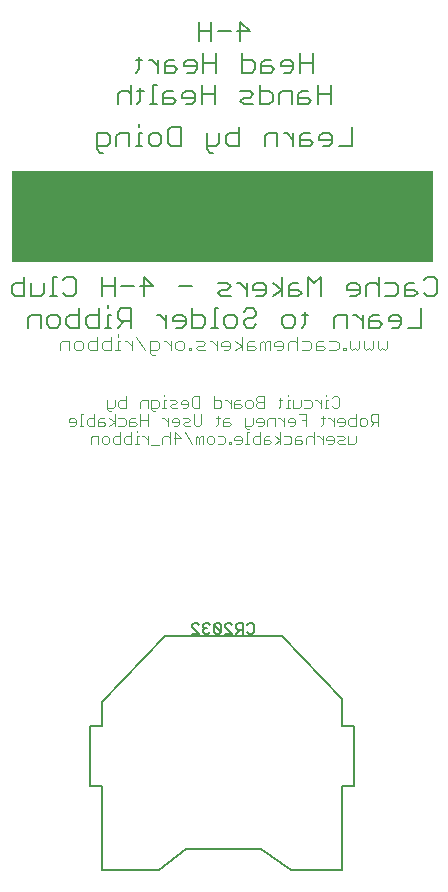
<source format=gbo>
G75*
%MOIN*%
%OFA0B0*%
%FSLAX25Y25*%
%IPPOS*%
%LPD*%
%AMOC8*
5,1,8,0,0,1.08239X$1,22.5*
%
%ADD10C,0.00600*%
%ADD11C,0.00300*%
%ADD12C,0.00400*%
%ADD13C,0.00000*%
%ADD14C,0.00001*%
%ADD15C,0.00500*%
D10*
X0091065Y0080050D02*
X0093334Y0080050D01*
X0091065Y0082319D01*
X0091065Y0082886D01*
X0091632Y0083453D01*
X0092767Y0083453D01*
X0093334Y0082886D01*
X0094748Y0082886D02*
X0094748Y0082319D01*
X0095315Y0081751D01*
X0094748Y0081184D01*
X0094748Y0080617D01*
X0095315Y0080050D01*
X0096450Y0080050D01*
X0097017Y0080617D01*
X0098431Y0080617D02*
X0098999Y0080050D01*
X0100133Y0080050D01*
X0100700Y0080617D01*
X0098431Y0082886D01*
X0098431Y0080617D01*
X0098431Y0082886D02*
X0098999Y0083453D01*
X0100133Y0083453D01*
X0100700Y0082886D01*
X0100700Y0080617D01*
X0102115Y0080050D02*
X0104383Y0080050D01*
X0102115Y0082319D01*
X0102115Y0082886D01*
X0102682Y0083453D01*
X0103816Y0083453D01*
X0104383Y0082886D01*
X0105798Y0082886D02*
X0105798Y0081751D01*
X0106365Y0081184D01*
X0108066Y0081184D01*
X0108066Y0080050D02*
X0108066Y0083453D01*
X0106365Y0083453D01*
X0105798Y0082886D01*
X0106932Y0081184D02*
X0105798Y0080050D01*
X0109481Y0080617D02*
X0110048Y0080050D01*
X0111182Y0080050D01*
X0111749Y0080617D01*
X0111749Y0082886D01*
X0111182Y0083453D01*
X0110048Y0083453D01*
X0109481Y0082886D01*
X0097017Y0082886D02*
X0096450Y0083453D01*
X0095315Y0083453D01*
X0094748Y0082886D01*
X0095315Y0081751D02*
X0095883Y0081751D01*
X0097491Y0182050D02*
X0099626Y0182050D01*
X0098558Y0182050D02*
X0098558Y0188455D01*
X0099626Y0188455D01*
X0101801Y0185253D02*
X0102869Y0186320D01*
X0105004Y0186320D01*
X0106071Y0185253D01*
X0106071Y0183118D01*
X0105004Y0182050D01*
X0102869Y0182050D01*
X0101801Y0183118D01*
X0101801Y0185253D01*
X0095329Y0185253D02*
X0094261Y0186320D01*
X0091059Y0186320D01*
X0091059Y0188455D02*
X0091059Y0182050D01*
X0094261Y0182050D01*
X0095329Y0183118D01*
X0095329Y0185253D01*
X0088883Y0185253D02*
X0087816Y0186320D01*
X0085681Y0186320D01*
X0084613Y0185253D01*
X0084613Y0184185D01*
X0088883Y0184185D01*
X0088883Y0183118D02*
X0088883Y0185253D01*
X0088883Y0183118D02*
X0087816Y0182050D01*
X0085681Y0182050D01*
X0082438Y0182050D02*
X0082438Y0186320D01*
X0082438Y0184185D02*
X0080303Y0186320D01*
X0079235Y0186320D01*
X0074938Y0192550D02*
X0074938Y0198955D01*
X0078141Y0195753D01*
X0073871Y0195753D01*
X0071695Y0195753D02*
X0067425Y0195753D01*
X0065250Y0195753D02*
X0060980Y0195753D01*
X0060980Y0198955D02*
X0060980Y0192550D01*
X0063108Y0189523D02*
X0063108Y0188455D01*
X0063108Y0186320D02*
X0063108Y0182050D01*
X0064176Y0182050D02*
X0062040Y0182050D01*
X0059879Y0182050D02*
X0056676Y0182050D01*
X0055608Y0183118D01*
X0055608Y0185253D01*
X0056676Y0186320D01*
X0059879Y0186320D01*
X0059879Y0188455D02*
X0059879Y0182050D01*
X0063108Y0186320D02*
X0064176Y0186320D01*
X0066351Y0185253D02*
X0067418Y0184185D01*
X0070621Y0184185D01*
X0070621Y0182050D02*
X0070621Y0188455D01*
X0067418Y0188455D01*
X0066351Y0187388D01*
X0066351Y0185253D01*
X0068486Y0184185D02*
X0066351Y0182050D01*
X0065250Y0192550D02*
X0065250Y0198955D01*
X0053433Y0188455D02*
X0053433Y0182050D01*
X0050230Y0182050D01*
X0049163Y0183118D01*
X0049163Y0185253D01*
X0050230Y0186320D01*
X0053433Y0186320D01*
X0051291Y0192550D02*
X0049156Y0192550D01*
X0048089Y0193618D01*
X0045913Y0192550D02*
X0043778Y0192550D01*
X0044846Y0192550D02*
X0044846Y0198955D01*
X0045913Y0198955D01*
X0048089Y0197888D02*
X0049156Y0198955D01*
X0051291Y0198955D01*
X0052359Y0197888D01*
X0052359Y0193618D01*
X0051291Y0192550D01*
X0045920Y0186320D02*
X0046988Y0185253D01*
X0046988Y0183118D01*
X0045920Y0182050D01*
X0043785Y0182050D01*
X0042717Y0183118D01*
X0042717Y0185253D01*
X0043785Y0186320D01*
X0045920Y0186320D01*
X0040542Y0186320D02*
X0040542Y0182050D01*
X0040542Y0186320D02*
X0037339Y0186320D01*
X0036272Y0185253D01*
X0036272Y0182050D01*
X0037346Y0192550D02*
X0037346Y0196820D01*
X0035171Y0196820D02*
X0031968Y0196820D01*
X0030901Y0195753D01*
X0030901Y0193618D01*
X0031968Y0192550D01*
X0035171Y0192550D01*
X0035171Y0198955D01*
X0037346Y0192550D02*
X0040549Y0192550D01*
X0041616Y0193618D01*
X0041616Y0196820D01*
X0060436Y0240415D02*
X0059368Y0241482D01*
X0059368Y0246820D01*
X0062571Y0246820D01*
X0063638Y0245753D01*
X0063638Y0243618D01*
X0062571Y0242550D01*
X0059368Y0242550D01*
X0060436Y0240415D02*
X0061503Y0240415D01*
X0065814Y0242550D02*
X0065814Y0245753D01*
X0066881Y0246820D01*
X0070084Y0246820D01*
X0070084Y0242550D01*
X0072246Y0242550D02*
X0074381Y0242550D01*
X0073313Y0242550D02*
X0073313Y0246820D01*
X0074381Y0246820D01*
X0073313Y0248955D02*
X0073313Y0250023D01*
X0076556Y0245753D02*
X0077624Y0246820D01*
X0079759Y0246820D01*
X0080826Y0245753D01*
X0080826Y0243618D01*
X0079759Y0242550D01*
X0077624Y0242550D01*
X0076556Y0243618D01*
X0076556Y0245753D01*
X0077080Y0256550D02*
X0079215Y0256550D01*
X0078148Y0256550D02*
X0078148Y0262955D01*
X0079215Y0262955D01*
X0081390Y0259753D02*
X0081390Y0256550D01*
X0084593Y0256550D01*
X0085661Y0257618D01*
X0084593Y0258685D01*
X0081390Y0258685D01*
X0081390Y0259753D02*
X0082458Y0260820D01*
X0084593Y0260820D01*
X0087836Y0259753D02*
X0087836Y0258685D01*
X0092106Y0258685D01*
X0092106Y0257618D02*
X0092106Y0259753D01*
X0091038Y0260820D01*
X0088903Y0260820D01*
X0087836Y0259753D01*
X0088903Y0256550D02*
X0091038Y0256550D01*
X0092106Y0257618D01*
X0094281Y0256550D02*
X0094281Y0262955D01*
X0094281Y0259753D02*
X0098552Y0259753D01*
X0098552Y0262955D02*
X0098552Y0256550D01*
X0100163Y0246820D02*
X0100163Y0243618D01*
X0099095Y0242550D01*
X0095893Y0242550D01*
X0095893Y0241482D02*
X0096960Y0240415D01*
X0098028Y0240415D01*
X0095893Y0241482D02*
X0095893Y0246820D01*
X0102338Y0245753D02*
X0102338Y0243618D01*
X0103406Y0242550D01*
X0106608Y0242550D01*
X0106608Y0248955D01*
X0106608Y0246820D02*
X0103406Y0246820D01*
X0102338Y0245753D01*
X0108240Y0256550D02*
X0107172Y0257618D01*
X0108240Y0258685D01*
X0110375Y0258685D01*
X0111443Y0259753D01*
X0110375Y0260820D01*
X0107172Y0260820D01*
X0108240Y0256550D02*
X0111443Y0256550D01*
X0113618Y0256550D02*
X0116820Y0256550D01*
X0117888Y0257618D01*
X0117888Y0259753D01*
X0116820Y0260820D01*
X0113618Y0260820D01*
X0113618Y0262955D02*
X0113618Y0256550D01*
X0120063Y0256550D02*
X0120063Y0259753D01*
X0121131Y0260820D01*
X0124334Y0260820D01*
X0124334Y0256550D01*
X0126509Y0256550D02*
X0126509Y0259753D01*
X0127576Y0260820D01*
X0129711Y0260820D01*
X0129711Y0258685D02*
X0126509Y0258685D01*
X0126509Y0256550D02*
X0129711Y0256550D01*
X0130779Y0257618D01*
X0129711Y0258685D01*
X0132954Y0259753D02*
X0137225Y0259753D01*
X0137225Y0262955D02*
X0137225Y0256550D01*
X0132954Y0256550D02*
X0132954Y0262955D01*
X0131316Y0267050D02*
X0131316Y0273455D01*
X0131316Y0270253D02*
X0127046Y0270253D01*
X0124871Y0270253D02*
X0124871Y0268118D01*
X0123803Y0267050D01*
X0121668Y0267050D01*
X0120600Y0269185D02*
X0120600Y0270253D01*
X0121668Y0271320D01*
X0123803Y0271320D01*
X0124871Y0270253D01*
X0124871Y0269185D02*
X0120600Y0269185D01*
X0118425Y0268118D02*
X0117358Y0269185D01*
X0114155Y0269185D01*
X0114155Y0270253D02*
X0114155Y0267050D01*
X0117358Y0267050D01*
X0118425Y0268118D01*
X0117358Y0271320D02*
X0115222Y0271320D01*
X0114155Y0270253D01*
X0111980Y0270253D02*
X0111980Y0268118D01*
X0110912Y0267050D01*
X0107709Y0267050D01*
X0107709Y0273455D01*
X0107709Y0271320D02*
X0110912Y0271320D01*
X0111980Y0270253D01*
X0107166Y0277550D02*
X0107166Y0283955D01*
X0110368Y0280753D01*
X0106098Y0280753D01*
X0103923Y0280753D02*
X0099652Y0280753D01*
X0097477Y0280753D02*
X0093207Y0280753D01*
X0093207Y0283955D02*
X0093207Y0277550D01*
X0094818Y0273455D02*
X0094818Y0267050D01*
X0092643Y0268118D02*
X0092643Y0270253D01*
X0091576Y0271320D01*
X0089440Y0271320D01*
X0088373Y0270253D01*
X0088373Y0269185D01*
X0092643Y0269185D01*
X0092643Y0268118D02*
X0091576Y0267050D01*
X0089440Y0267050D01*
X0086198Y0268118D02*
X0085130Y0269185D01*
X0081927Y0269185D01*
X0081927Y0270253D02*
X0081927Y0267050D01*
X0085130Y0267050D01*
X0086198Y0268118D01*
X0085130Y0271320D02*
X0082995Y0271320D01*
X0081927Y0270253D01*
X0079752Y0271320D02*
X0079752Y0267050D01*
X0079752Y0269185D02*
X0077617Y0271320D01*
X0076549Y0271320D01*
X0074381Y0271320D02*
X0072246Y0271320D01*
X0073313Y0272388D02*
X0073313Y0268118D01*
X0072246Y0267050D01*
X0070621Y0262955D02*
X0070621Y0256550D01*
X0070621Y0259753D02*
X0069554Y0260820D01*
X0067418Y0260820D01*
X0066351Y0259753D01*
X0066351Y0256550D01*
X0072783Y0256550D02*
X0073851Y0257618D01*
X0073851Y0261888D01*
X0074918Y0260820D02*
X0072783Y0260820D01*
X0084069Y0248955D02*
X0083002Y0247888D01*
X0083002Y0243618D01*
X0084069Y0242550D01*
X0087272Y0242550D01*
X0087272Y0248955D01*
X0084069Y0248955D01*
X0094818Y0270253D02*
X0099089Y0270253D01*
X0099089Y0273455D02*
X0099089Y0267050D01*
X0097477Y0277550D02*
X0097477Y0283955D01*
X0116297Y0246820D02*
X0115229Y0245753D01*
X0115229Y0242550D01*
X0116297Y0246820D02*
X0119499Y0246820D01*
X0119499Y0242550D01*
X0121668Y0246820D02*
X0122736Y0246820D01*
X0124871Y0244685D01*
X0124871Y0242550D02*
X0124871Y0246820D01*
X0127046Y0245753D02*
X0127046Y0242550D01*
X0130249Y0242550D01*
X0131316Y0243618D01*
X0130249Y0244685D01*
X0127046Y0244685D01*
X0127046Y0245753D02*
X0128113Y0246820D01*
X0130249Y0246820D01*
X0133491Y0245753D02*
X0133491Y0244685D01*
X0137762Y0244685D01*
X0137762Y0243618D02*
X0137762Y0245753D01*
X0136694Y0246820D01*
X0134559Y0246820D01*
X0133491Y0245753D01*
X0134559Y0242550D02*
X0136694Y0242550D01*
X0137762Y0243618D01*
X0139937Y0242550D02*
X0144207Y0242550D01*
X0144207Y0248955D01*
X0127046Y0267050D02*
X0127046Y0273455D01*
X0129732Y0198955D02*
X0129732Y0192550D01*
X0127556Y0193618D02*
X0126489Y0194685D01*
X0123286Y0194685D01*
X0123286Y0195753D02*
X0123286Y0192550D01*
X0126489Y0192550D01*
X0127556Y0193618D01*
X0126489Y0196820D02*
X0124354Y0196820D01*
X0123286Y0195753D01*
X0121111Y0194685D02*
X0117908Y0196820D01*
X0115740Y0195753D02*
X0115740Y0193618D01*
X0114672Y0192550D01*
X0112537Y0192550D01*
X0111469Y0194685D02*
X0115740Y0194685D01*
X0115740Y0195753D02*
X0114672Y0196820D01*
X0112537Y0196820D01*
X0111469Y0195753D01*
X0111469Y0194685D01*
X0109294Y0194685D02*
X0107159Y0196820D01*
X0106091Y0196820D01*
X0103923Y0195753D02*
X0102855Y0196820D01*
X0099653Y0196820D01*
X0100720Y0194685D02*
X0102855Y0194685D01*
X0103923Y0195753D01*
X0103923Y0192550D02*
X0100720Y0192550D01*
X0099653Y0193618D01*
X0100720Y0194685D01*
X0091032Y0195753D02*
X0086762Y0195753D01*
X0108247Y0187388D02*
X0109314Y0188455D01*
X0111449Y0188455D01*
X0112517Y0187388D01*
X0112517Y0186320D01*
X0111449Y0185253D01*
X0109314Y0185253D01*
X0108247Y0184185D01*
X0108247Y0183118D01*
X0109314Y0182050D01*
X0111449Y0182050D01*
X0112517Y0183118D01*
X0109294Y0192550D02*
X0109294Y0196820D01*
X0117908Y0192550D02*
X0121111Y0194685D01*
X0121111Y0192550D02*
X0121111Y0198955D01*
X0122205Y0186320D02*
X0124340Y0186320D01*
X0125408Y0185253D01*
X0125408Y0183118D01*
X0124340Y0182050D01*
X0122205Y0182050D01*
X0121138Y0183118D01*
X0121138Y0185253D01*
X0122205Y0186320D01*
X0127570Y0186320D02*
X0129705Y0186320D01*
X0128637Y0187388D02*
X0128637Y0183118D01*
X0127570Y0182050D01*
X0134002Y0192550D02*
X0134002Y0198955D01*
X0131867Y0196820D01*
X0129732Y0198955D01*
X0139393Y0186320D02*
X0138326Y0185253D01*
X0138326Y0182050D01*
X0142596Y0182050D02*
X0142596Y0186320D01*
X0139393Y0186320D01*
X0144764Y0186320D02*
X0145832Y0186320D01*
X0147967Y0184185D01*
X0147967Y0182050D02*
X0147967Y0186320D01*
X0150142Y0185253D02*
X0150142Y0182050D01*
X0153345Y0182050D01*
X0154413Y0183118D01*
X0153345Y0184185D01*
X0150142Y0184185D01*
X0150142Y0185253D02*
X0151210Y0186320D01*
X0153345Y0186320D01*
X0156588Y0185253D02*
X0156588Y0184185D01*
X0160858Y0184185D01*
X0160858Y0183118D02*
X0160858Y0185253D01*
X0159791Y0186320D01*
X0157655Y0186320D01*
X0156588Y0185253D01*
X0157655Y0182050D02*
X0159791Y0182050D01*
X0160858Y0183118D01*
X0163033Y0182050D02*
X0167304Y0182050D01*
X0167304Y0188455D01*
X0165162Y0192550D02*
X0161959Y0192550D01*
X0161959Y0195753D01*
X0163027Y0196820D01*
X0165162Y0196820D01*
X0165162Y0194685D02*
X0161959Y0194685D01*
X0159784Y0193618D02*
X0159784Y0195753D01*
X0158716Y0196820D01*
X0155514Y0196820D01*
X0153338Y0195753D02*
X0152271Y0196820D01*
X0150136Y0196820D01*
X0149068Y0195753D01*
X0149068Y0192550D01*
X0146893Y0193618D02*
X0146893Y0195753D01*
X0145825Y0196820D01*
X0143690Y0196820D01*
X0142623Y0195753D01*
X0142623Y0194685D01*
X0146893Y0194685D01*
X0146893Y0193618D02*
X0145825Y0192550D01*
X0143690Y0192550D01*
X0153338Y0192550D02*
X0153338Y0198955D01*
X0155514Y0192550D02*
X0158716Y0192550D01*
X0159784Y0193618D01*
X0165162Y0194685D02*
X0166229Y0193618D01*
X0165162Y0192550D01*
X0168405Y0193618D02*
X0169472Y0192550D01*
X0171607Y0192550D01*
X0172675Y0193618D01*
X0172675Y0197888D01*
X0171607Y0198955D01*
X0169472Y0198955D01*
X0168405Y0197888D01*
D11*
X0153028Y0153103D02*
X0151176Y0153103D01*
X0150559Y0152486D01*
X0150559Y0151252D01*
X0151176Y0150634D01*
X0153028Y0150634D01*
X0153028Y0149400D02*
X0153028Y0153103D01*
X0151794Y0150634D02*
X0150559Y0149400D01*
X0149345Y0150017D02*
X0148728Y0149400D01*
X0147493Y0149400D01*
X0146876Y0150017D01*
X0146876Y0151252D01*
X0147493Y0151869D01*
X0148728Y0151869D01*
X0149345Y0151252D01*
X0149345Y0150017D01*
X0145662Y0149400D02*
X0145662Y0153103D01*
X0145662Y0151869D02*
X0143810Y0151869D01*
X0143193Y0151252D01*
X0143193Y0150017D01*
X0143810Y0149400D01*
X0145662Y0149400D01*
X0145662Y0145869D02*
X0145662Y0144017D01*
X0145044Y0143400D01*
X0143193Y0143400D01*
X0143193Y0145869D01*
X0141978Y0145252D02*
X0141361Y0144634D01*
X0140127Y0144634D01*
X0139510Y0144017D01*
X0140127Y0143400D01*
X0141978Y0143400D01*
X0141978Y0145252D02*
X0141361Y0145869D01*
X0139510Y0145869D01*
X0138295Y0145252D02*
X0137678Y0145869D01*
X0136444Y0145869D01*
X0135827Y0145252D01*
X0135827Y0144634D01*
X0138295Y0144634D01*
X0138295Y0144017D02*
X0138295Y0145252D01*
X0138295Y0144017D02*
X0137678Y0143400D01*
X0136444Y0143400D01*
X0134612Y0143400D02*
X0134612Y0145869D01*
X0133378Y0145869D02*
X0132761Y0145869D01*
X0133378Y0145869D02*
X0134612Y0144634D01*
X0131543Y0145252D02*
X0130926Y0145869D01*
X0129691Y0145869D01*
X0129074Y0145252D01*
X0129074Y0143400D01*
X0127860Y0144017D02*
X0127243Y0144634D01*
X0125391Y0144634D01*
X0125391Y0145252D02*
X0125391Y0143400D01*
X0127243Y0143400D01*
X0127860Y0144017D01*
X0127243Y0145869D02*
X0126008Y0145869D01*
X0125391Y0145252D01*
X0124177Y0145252D02*
X0123559Y0145869D01*
X0121708Y0145869D01*
X0120493Y0147103D02*
X0120493Y0143400D01*
X0121708Y0143400D02*
X0123559Y0143400D01*
X0124177Y0144017D01*
X0124177Y0145252D01*
X0120493Y0144634D02*
X0118642Y0145869D01*
X0116807Y0145869D02*
X0115573Y0145869D01*
X0114955Y0145252D01*
X0114955Y0143400D01*
X0116807Y0143400D01*
X0117424Y0144017D01*
X0116807Y0144634D01*
X0114955Y0144634D01*
X0113741Y0143400D02*
X0111889Y0143400D01*
X0111272Y0144017D01*
X0111272Y0145252D01*
X0111889Y0145869D01*
X0113741Y0145869D01*
X0113741Y0147103D02*
X0113741Y0143400D01*
X0110058Y0143400D02*
X0108824Y0143400D01*
X0109441Y0143400D02*
X0109441Y0147103D01*
X0110058Y0147103D01*
X0110051Y0148166D02*
X0109434Y0148166D01*
X0108817Y0148783D01*
X0108817Y0151869D01*
X0108817Y0149400D02*
X0110668Y0149400D01*
X0111286Y0150017D01*
X0111286Y0151869D01*
X0112500Y0151252D02*
X0112500Y0150634D01*
X0114969Y0150634D01*
X0114969Y0150017D02*
X0114969Y0151252D01*
X0114352Y0151869D01*
X0113117Y0151869D01*
X0112500Y0151252D01*
X0113117Y0149400D02*
X0114352Y0149400D01*
X0114969Y0150017D01*
X0116183Y0149400D02*
X0116183Y0151252D01*
X0116800Y0151869D01*
X0118652Y0151869D01*
X0118652Y0149400D01*
X0119870Y0151869D02*
X0120487Y0151869D01*
X0121721Y0150634D01*
X0122936Y0150634D02*
X0125404Y0150634D01*
X0125404Y0150017D02*
X0125404Y0151252D01*
X0124787Y0151869D01*
X0123553Y0151869D01*
X0122936Y0151252D01*
X0122936Y0150634D01*
X0123553Y0149400D02*
X0124787Y0149400D01*
X0125404Y0150017D01*
X0127853Y0151252D02*
X0129087Y0151252D01*
X0129087Y0153103D02*
X0129087Y0149400D01*
X0129087Y0153103D02*
X0126619Y0153103D01*
X0126629Y0155400D02*
X0124777Y0155400D01*
X0124777Y0157869D01*
X0123563Y0157869D02*
X0122946Y0157869D01*
X0122946Y0155400D01*
X0123563Y0155400D02*
X0122328Y0155400D01*
X0120490Y0156017D02*
X0120490Y0158486D01*
X0121107Y0157869D02*
X0119873Y0157869D01*
X0120490Y0156017D02*
X0119873Y0155400D01*
X0122946Y0159103D02*
X0122946Y0159720D01*
X0127246Y0157869D02*
X0127246Y0156017D01*
X0126629Y0155400D01*
X0128460Y0155400D02*
X0130312Y0155400D01*
X0130929Y0156017D01*
X0130929Y0157252D01*
X0130312Y0157869D01*
X0128460Y0157869D01*
X0132147Y0157869D02*
X0132764Y0157869D01*
X0133998Y0156634D01*
X0133998Y0155400D02*
X0133998Y0157869D01*
X0135837Y0157869D02*
X0135837Y0155400D01*
X0136454Y0155400D02*
X0135219Y0155400D01*
X0135837Y0157869D02*
X0136454Y0157869D01*
X0137668Y0158486D02*
X0138285Y0159103D01*
X0139520Y0159103D01*
X0140137Y0158486D01*
X0140137Y0156017D01*
X0139520Y0155400D01*
X0138285Y0155400D01*
X0137668Y0156017D01*
X0135837Y0159103D02*
X0135837Y0159720D01*
X0134609Y0152486D02*
X0134609Y0150017D01*
X0133992Y0149400D01*
X0133992Y0151869D02*
X0135226Y0151869D01*
X0136444Y0151869D02*
X0137061Y0151869D01*
X0138295Y0150634D01*
X0139510Y0150634D02*
X0141978Y0150634D01*
X0141978Y0150017D02*
X0141978Y0151252D01*
X0141361Y0151869D01*
X0140127Y0151869D01*
X0139510Y0151252D01*
X0139510Y0150634D01*
X0140127Y0149400D02*
X0141361Y0149400D01*
X0141978Y0150017D01*
X0138295Y0149400D02*
X0138295Y0151869D01*
X0131543Y0147103D02*
X0131543Y0143400D01*
X0121721Y0149400D02*
X0121721Y0151869D01*
X0120493Y0144634D02*
X0118642Y0143400D01*
X0114969Y0155400D02*
X0113117Y0155400D01*
X0112500Y0156017D01*
X0112500Y0156634D01*
X0113117Y0157252D01*
X0114969Y0157252D01*
X0114969Y0159103D02*
X0114969Y0155400D01*
X0113117Y0157252D02*
X0112500Y0157869D01*
X0112500Y0158486D01*
X0113117Y0159103D01*
X0114969Y0159103D01*
X0111286Y0157252D02*
X0111286Y0156017D01*
X0110668Y0155400D01*
X0109434Y0155400D01*
X0108817Y0156017D01*
X0108817Y0157252D01*
X0109434Y0157869D01*
X0110668Y0157869D01*
X0111286Y0157252D01*
X0107602Y0156017D02*
X0106985Y0156634D01*
X0105134Y0156634D01*
X0105134Y0157252D02*
X0105134Y0155400D01*
X0106985Y0155400D01*
X0107602Y0156017D01*
X0106985Y0157869D02*
X0105751Y0157869D01*
X0105134Y0157252D01*
X0103919Y0157869D02*
X0103919Y0155400D01*
X0103919Y0156634D02*
X0102685Y0157869D01*
X0102068Y0157869D01*
X0100850Y0157252D02*
X0100233Y0157869D01*
X0098381Y0157869D01*
X0098381Y0159103D02*
X0098381Y0155400D01*
X0100233Y0155400D01*
X0100850Y0156017D01*
X0100850Y0157252D01*
X0099619Y0152486D02*
X0099619Y0150017D01*
X0099002Y0149400D01*
X0101451Y0149400D02*
X0103302Y0149400D01*
X0103919Y0150017D01*
X0103302Y0150634D01*
X0101451Y0150634D01*
X0101451Y0151252D02*
X0101451Y0149400D01*
X0101451Y0151252D02*
X0102068Y0151869D01*
X0103302Y0151869D01*
X0101461Y0145869D02*
X0102078Y0145252D01*
X0102078Y0144017D01*
X0101461Y0143400D01*
X0099609Y0143400D01*
X0098395Y0144017D02*
X0097777Y0143400D01*
X0096543Y0143400D01*
X0095926Y0144017D01*
X0095926Y0145252D01*
X0096543Y0145869D01*
X0097777Y0145869D01*
X0098395Y0145252D01*
X0098395Y0144017D01*
X0099609Y0145869D02*
X0101461Y0145869D01*
X0103302Y0144017D02*
X0103302Y0143400D01*
X0103919Y0143400D01*
X0103919Y0144017D01*
X0103302Y0144017D01*
X0105134Y0144634D02*
X0107602Y0144634D01*
X0107602Y0144017D02*
X0107602Y0145252D01*
X0106985Y0145869D01*
X0105751Y0145869D01*
X0105134Y0145252D01*
X0105134Y0144634D01*
X0105751Y0143400D02*
X0106985Y0143400D01*
X0107602Y0144017D01*
X0100236Y0151869D02*
X0099002Y0151869D01*
X0094098Y0153103D02*
X0094098Y0150017D01*
X0093480Y0149400D01*
X0092246Y0149400D01*
X0091629Y0150017D01*
X0091629Y0153103D01*
X0089797Y0151869D02*
X0087946Y0151869D01*
X0086731Y0151252D02*
X0086114Y0151869D01*
X0084880Y0151869D01*
X0084263Y0151252D01*
X0084263Y0150634D01*
X0086731Y0150634D01*
X0086731Y0150017D02*
X0086731Y0151252D01*
X0086731Y0150017D02*
X0086114Y0149400D01*
X0084880Y0149400D01*
X0083048Y0149400D02*
X0083048Y0151869D01*
X0081814Y0151869D02*
X0083048Y0150634D01*
X0081814Y0151869D02*
X0081197Y0151869D01*
X0083662Y0147103D02*
X0083662Y0143400D01*
X0085494Y0143400D02*
X0085494Y0147103D01*
X0087345Y0145252D01*
X0084876Y0145252D01*
X0083662Y0145252D02*
X0083045Y0145869D01*
X0081810Y0145869D01*
X0081193Y0145252D01*
X0081193Y0143400D01*
X0079979Y0142783D02*
X0077510Y0142783D01*
X0076296Y0143400D02*
X0076296Y0145869D01*
X0076296Y0144634D02*
X0075061Y0145869D01*
X0074444Y0145869D01*
X0073226Y0145869D02*
X0072609Y0145869D01*
X0072609Y0143400D01*
X0073226Y0143400D02*
X0071992Y0143400D01*
X0070771Y0143400D02*
X0068919Y0143400D01*
X0068302Y0144017D01*
X0068302Y0145252D01*
X0068919Y0145869D01*
X0070771Y0145869D01*
X0070771Y0147103D02*
X0070771Y0143400D01*
X0072609Y0147103D02*
X0072609Y0147720D01*
X0071995Y0149400D02*
X0070144Y0149400D01*
X0070144Y0151252D01*
X0070761Y0151869D01*
X0071995Y0151869D01*
X0071995Y0150634D02*
X0070144Y0150634D01*
X0068929Y0150017D02*
X0068312Y0149400D01*
X0066461Y0149400D01*
X0065246Y0149400D02*
X0065246Y0153103D01*
X0064012Y0154166D02*
X0063395Y0154166D01*
X0062778Y0154783D01*
X0062778Y0157869D01*
X0065246Y0157869D02*
X0065246Y0156017D01*
X0064629Y0155400D01*
X0062778Y0155400D01*
X0066461Y0156017D02*
X0066461Y0157252D01*
X0067078Y0157869D01*
X0068929Y0157869D01*
X0068929Y0159103D02*
X0068929Y0155400D01*
X0067078Y0155400D01*
X0066461Y0156017D01*
X0066461Y0151869D02*
X0068312Y0151869D01*
X0068929Y0151252D01*
X0068929Y0150017D01*
X0071995Y0149400D02*
X0072613Y0150017D01*
X0071995Y0150634D01*
X0073827Y0151252D02*
X0076296Y0151252D01*
X0076296Y0153103D02*
X0076296Y0149400D01*
X0073827Y0149400D02*
X0073827Y0153103D01*
X0073827Y0155400D02*
X0073827Y0157252D01*
X0074444Y0157869D01*
X0076296Y0157869D01*
X0076296Y0155400D01*
X0077510Y0155400D02*
X0079362Y0155400D01*
X0079979Y0156017D01*
X0079979Y0157252D01*
X0079362Y0157869D01*
X0077510Y0157869D01*
X0077510Y0154783D01*
X0078127Y0154166D01*
X0078745Y0154166D01*
X0081200Y0155400D02*
X0082434Y0155400D01*
X0081817Y0155400D02*
X0081817Y0157869D01*
X0082434Y0157869D01*
X0083649Y0157869D02*
X0085500Y0157869D01*
X0086117Y0157252D01*
X0085500Y0156634D01*
X0084266Y0156634D01*
X0083649Y0156017D01*
X0084266Y0155400D01*
X0086117Y0155400D01*
X0087332Y0156634D02*
X0089801Y0156634D01*
X0089801Y0156017D02*
X0089801Y0157252D01*
X0089183Y0157869D01*
X0087949Y0157869D01*
X0087332Y0157252D01*
X0087332Y0156634D01*
X0087949Y0155400D02*
X0089183Y0155400D01*
X0089801Y0156017D01*
X0091015Y0156017D02*
X0091015Y0158486D01*
X0091632Y0159103D01*
X0093484Y0159103D01*
X0093484Y0155400D01*
X0091632Y0155400D01*
X0091015Y0156017D01*
X0089797Y0151869D02*
X0090414Y0151252D01*
X0089797Y0150634D01*
X0088563Y0150634D01*
X0087946Y0150017D01*
X0088563Y0149400D01*
X0090414Y0149400D01*
X0088560Y0147103D02*
X0091028Y0143400D01*
X0092243Y0143400D02*
X0092243Y0145252D01*
X0092860Y0145869D01*
X0093477Y0145252D01*
X0093477Y0143400D01*
X0094711Y0143400D02*
X0094711Y0145869D01*
X0094094Y0145869D01*
X0093477Y0145252D01*
X0081817Y0159103D02*
X0081817Y0159720D01*
X0067088Y0147103D02*
X0067088Y0143400D01*
X0065236Y0143400D01*
X0064619Y0144017D01*
X0064619Y0145252D01*
X0065236Y0145869D01*
X0067088Y0145869D01*
X0065246Y0150634D02*
X0063395Y0151869D01*
X0061560Y0151869D02*
X0060325Y0151869D01*
X0059708Y0151252D01*
X0059708Y0149400D01*
X0061560Y0149400D01*
X0062177Y0150017D01*
X0061560Y0150634D01*
X0059708Y0150634D01*
X0058494Y0149400D02*
X0058494Y0153103D01*
X0058494Y0151869D02*
X0056642Y0151869D01*
X0056025Y0151252D01*
X0056025Y0150017D01*
X0056642Y0149400D01*
X0058494Y0149400D01*
X0057870Y0145869D02*
X0057253Y0145252D01*
X0057253Y0143400D01*
X0059722Y0143400D02*
X0059722Y0145869D01*
X0057870Y0145869D01*
X0054811Y0149400D02*
X0053576Y0149400D01*
X0054194Y0149400D02*
X0054194Y0153103D01*
X0054811Y0153103D01*
X0052355Y0151252D02*
X0051738Y0151869D01*
X0050504Y0151869D01*
X0049887Y0151252D01*
X0049887Y0150634D01*
X0052355Y0150634D01*
X0052355Y0150017D02*
X0052355Y0151252D01*
X0052355Y0150017D02*
X0051738Y0149400D01*
X0050504Y0149400D01*
X0060936Y0145252D02*
X0061553Y0145869D01*
X0062788Y0145869D01*
X0063405Y0145252D01*
X0063405Y0144017D01*
X0062788Y0143400D01*
X0061553Y0143400D01*
X0060936Y0144017D01*
X0060936Y0145252D01*
X0063395Y0149400D02*
X0065246Y0150634D01*
D12*
X0077781Y0172915D02*
X0077013Y0173683D01*
X0077013Y0177519D01*
X0079315Y0177519D01*
X0080082Y0176752D01*
X0080082Y0175217D01*
X0079315Y0174450D01*
X0077013Y0174450D01*
X0075479Y0174450D02*
X0072409Y0179054D01*
X0070875Y0177519D02*
X0070875Y0174450D01*
X0070875Y0175985D02*
X0069340Y0177519D01*
X0068573Y0177519D01*
X0067038Y0177519D02*
X0066271Y0177519D01*
X0066271Y0174450D01*
X0067038Y0174450D02*
X0065503Y0174450D01*
X0063969Y0174450D02*
X0063969Y0179054D01*
X0063969Y0177519D02*
X0061667Y0177519D01*
X0060899Y0176752D01*
X0060899Y0175217D01*
X0061667Y0174450D01*
X0063969Y0174450D01*
X0066271Y0179054D02*
X0066271Y0179821D01*
X0059365Y0179054D02*
X0059365Y0174450D01*
X0057063Y0174450D01*
X0056296Y0175217D01*
X0056296Y0176752D01*
X0057063Y0177519D01*
X0059365Y0177519D01*
X0054761Y0176752D02*
X0054761Y0175217D01*
X0053994Y0174450D01*
X0052459Y0174450D01*
X0051692Y0175217D01*
X0051692Y0176752D01*
X0052459Y0177519D01*
X0053994Y0177519D01*
X0054761Y0176752D01*
X0050157Y0177519D02*
X0050157Y0174450D01*
X0050157Y0177519D02*
X0047855Y0177519D01*
X0047088Y0176752D01*
X0047088Y0174450D01*
X0077781Y0172915D02*
X0078548Y0172915D01*
X0081617Y0177519D02*
X0082384Y0177519D01*
X0083919Y0175985D01*
X0083919Y0177519D02*
X0083919Y0174450D01*
X0085454Y0175217D02*
X0085454Y0176752D01*
X0086221Y0177519D01*
X0087756Y0177519D01*
X0088523Y0176752D01*
X0088523Y0175217D01*
X0087756Y0174450D01*
X0086221Y0174450D01*
X0085454Y0175217D01*
X0090058Y0175217D02*
X0090058Y0174450D01*
X0090825Y0174450D01*
X0090825Y0175217D01*
X0090058Y0175217D01*
X0092360Y0175217D02*
X0093127Y0175985D01*
X0094662Y0175985D01*
X0095429Y0176752D01*
X0094662Y0177519D01*
X0092360Y0177519D01*
X0092360Y0175217D02*
X0093127Y0174450D01*
X0095429Y0174450D01*
X0096964Y0177519D02*
X0097731Y0177519D01*
X0099265Y0175985D01*
X0099265Y0177519D02*
X0099265Y0174450D01*
X0100800Y0175985D02*
X0103869Y0175985D01*
X0103869Y0176752D02*
X0103102Y0177519D01*
X0101567Y0177519D01*
X0100800Y0176752D01*
X0100800Y0175985D01*
X0101567Y0174450D02*
X0103102Y0174450D01*
X0103869Y0175217D01*
X0103869Y0176752D01*
X0105404Y0177519D02*
X0107706Y0175985D01*
X0105404Y0174450D01*
X0107706Y0174450D02*
X0107706Y0179054D01*
X0110008Y0177519D02*
X0109241Y0176752D01*
X0109241Y0174450D01*
X0111543Y0174450D01*
X0112310Y0175217D01*
X0111543Y0175985D01*
X0109241Y0175985D01*
X0110008Y0177519D02*
X0111543Y0177519D01*
X0113845Y0176752D02*
X0113845Y0174450D01*
X0115379Y0174450D02*
X0115379Y0176752D01*
X0114612Y0177519D01*
X0113845Y0176752D01*
X0115379Y0176752D02*
X0116147Y0177519D01*
X0116914Y0177519D01*
X0116914Y0174450D01*
X0118449Y0175985D02*
X0121518Y0175985D01*
X0121518Y0176752D02*
X0120750Y0177519D01*
X0119216Y0177519D01*
X0118449Y0176752D01*
X0118449Y0175985D01*
X0119216Y0174450D02*
X0120750Y0174450D01*
X0121518Y0175217D01*
X0121518Y0176752D01*
X0123052Y0176752D02*
X0123052Y0174450D01*
X0123052Y0176752D02*
X0123820Y0177519D01*
X0125354Y0177519D01*
X0126122Y0176752D01*
X0127656Y0177519D02*
X0129958Y0177519D01*
X0130726Y0176752D01*
X0130726Y0175217D01*
X0129958Y0174450D01*
X0127656Y0174450D01*
X0126122Y0174450D02*
X0126122Y0179054D01*
X0132260Y0176752D02*
X0132260Y0174450D01*
X0134562Y0174450D01*
X0135330Y0175217D01*
X0134562Y0175985D01*
X0132260Y0175985D01*
X0132260Y0176752D02*
X0133028Y0177519D01*
X0134562Y0177519D01*
X0136864Y0177519D02*
X0139166Y0177519D01*
X0139933Y0176752D01*
X0139933Y0175217D01*
X0139166Y0174450D01*
X0136864Y0174450D01*
X0141468Y0174450D02*
X0142235Y0174450D01*
X0142235Y0175217D01*
X0141468Y0175217D01*
X0141468Y0174450D01*
X0143770Y0175217D02*
X0143770Y0177519D01*
X0143770Y0175217D02*
X0144537Y0174450D01*
X0145305Y0175217D01*
X0146072Y0174450D01*
X0146839Y0175217D01*
X0146839Y0177519D01*
X0148374Y0177519D02*
X0148374Y0175217D01*
X0149141Y0174450D01*
X0149909Y0175217D01*
X0150676Y0174450D01*
X0151443Y0175217D01*
X0151443Y0177519D01*
X0152978Y0177519D02*
X0152978Y0175217D01*
X0153745Y0174450D01*
X0154513Y0175217D01*
X0155280Y0174450D01*
X0156047Y0175217D01*
X0156047Y0177519D01*
D13*
X0171000Y0204250D02*
X0031000Y0204250D01*
X0031000Y0234250D01*
X0171000Y0234250D01*
X0171000Y0204250D01*
D14*
X0031000Y0204250D01*
X0031000Y0204251D02*
X0171000Y0204251D01*
X0171000Y0204252D02*
X0031000Y0204252D01*
X0031000Y0204253D02*
X0171000Y0204253D01*
X0171000Y0204254D02*
X0031000Y0204254D01*
X0031000Y0204255D02*
X0171000Y0204255D01*
X0171000Y0204256D02*
X0031000Y0204256D01*
X0031000Y0204257D02*
X0171000Y0204257D01*
X0171000Y0204258D02*
X0031000Y0204258D01*
X0031000Y0204259D02*
X0171000Y0204259D01*
X0171000Y0204260D02*
X0031000Y0204260D01*
X0031000Y0204261D02*
X0171000Y0204261D01*
X0171000Y0204262D02*
X0031000Y0204262D01*
X0031000Y0204263D02*
X0171000Y0204263D01*
X0171000Y0204264D02*
X0031000Y0204264D01*
X0031000Y0204265D02*
X0171000Y0204265D01*
X0171000Y0204266D02*
X0031000Y0204266D01*
X0031000Y0204267D02*
X0171000Y0204267D01*
X0171000Y0204268D02*
X0031000Y0204268D01*
X0031000Y0204269D02*
X0171000Y0204269D01*
X0171000Y0204270D02*
X0031000Y0204270D01*
X0031000Y0204271D02*
X0171000Y0204271D01*
X0171000Y0204272D02*
X0031000Y0204272D01*
X0031000Y0204273D02*
X0171000Y0204273D01*
X0171000Y0204274D02*
X0031000Y0204274D01*
X0031000Y0204275D02*
X0171000Y0204275D01*
X0171000Y0204276D02*
X0031000Y0204276D01*
X0031000Y0204277D02*
X0171000Y0204277D01*
X0171000Y0204278D02*
X0031000Y0204278D01*
X0031000Y0204279D02*
X0171000Y0204279D01*
X0171000Y0204280D02*
X0031000Y0204280D01*
X0031000Y0204281D02*
X0171000Y0204281D01*
X0031000Y0204281D01*
X0031000Y0204282D02*
X0171000Y0204282D01*
X0171000Y0204283D02*
X0031000Y0204283D01*
X0031000Y0204284D02*
X0171000Y0204284D01*
X0171000Y0204285D02*
X0031000Y0204285D01*
X0031000Y0204286D02*
X0171000Y0204286D01*
X0171000Y0204287D02*
X0031000Y0204287D01*
X0031000Y0204288D02*
X0171000Y0204288D01*
X0171000Y0204289D02*
X0031000Y0204289D01*
X0031000Y0204290D02*
X0171000Y0204290D01*
X0171000Y0204291D02*
X0031000Y0204291D01*
X0031000Y0204292D02*
X0171000Y0204292D01*
X0171000Y0204293D02*
X0031000Y0204293D01*
X0031000Y0204294D02*
X0171000Y0204294D01*
X0171000Y0204295D02*
X0031000Y0204295D01*
X0031000Y0204296D02*
X0171000Y0204296D01*
X0171000Y0204297D02*
X0031000Y0204297D01*
X0031000Y0204298D02*
X0171000Y0204298D01*
X0171000Y0204299D02*
X0031000Y0204299D01*
X0031000Y0204300D02*
X0171000Y0204300D01*
X0171000Y0204301D02*
X0031000Y0204301D01*
X0031000Y0204302D02*
X0171000Y0204302D01*
X0171000Y0204303D02*
X0031000Y0204303D01*
X0031000Y0204304D02*
X0171000Y0204304D01*
X0171000Y0204305D02*
X0031000Y0204305D01*
X0031000Y0204306D02*
X0171000Y0204306D01*
X0171000Y0204307D02*
X0031000Y0204307D01*
X0031000Y0204308D02*
X0171000Y0204308D01*
X0171000Y0204309D02*
X0031000Y0204309D01*
X0031000Y0204310D02*
X0171000Y0204310D01*
X0171000Y0204311D02*
X0031000Y0204311D01*
X0031000Y0204312D02*
X0171000Y0204312D01*
X0171000Y0204313D02*
X0031000Y0204313D01*
X0031000Y0204314D02*
X0171000Y0204314D01*
X0171000Y0204315D02*
X0031000Y0204315D01*
X0031000Y0204316D02*
X0171000Y0204316D01*
X0171000Y0204317D02*
X0031000Y0204317D01*
X0031000Y0204318D02*
X0171000Y0204318D01*
X0171000Y0204319D02*
X0031000Y0204319D01*
X0031000Y0204320D02*
X0171000Y0204320D01*
X0171000Y0204321D02*
X0031000Y0204321D01*
X0031000Y0204322D02*
X0171000Y0204322D01*
X0171000Y0204323D02*
X0031000Y0204323D01*
X0031000Y0204324D02*
X0171000Y0204324D01*
X0171000Y0204325D02*
X0031000Y0204325D01*
X0031000Y0204326D02*
X0171000Y0204326D01*
X0171000Y0204327D02*
X0031000Y0204327D01*
X0031000Y0204328D02*
X0171000Y0204328D01*
X0171000Y0204329D02*
X0031000Y0204329D01*
X0031000Y0204330D02*
X0171000Y0204330D01*
X0171000Y0204331D02*
X0031000Y0204331D01*
X0031000Y0204332D02*
X0171000Y0204332D01*
X0171000Y0204333D02*
X0031000Y0204333D01*
X0031000Y0204334D02*
X0171000Y0204334D01*
X0171000Y0204335D02*
X0031000Y0204335D01*
X0031000Y0204336D02*
X0171000Y0204336D01*
X0171000Y0204337D02*
X0031000Y0204337D01*
X0031000Y0204338D02*
X0171000Y0204338D01*
X0171000Y0204339D02*
X0031000Y0204339D01*
X0031000Y0204340D02*
X0171000Y0204340D01*
X0171000Y0204341D02*
X0031000Y0204341D01*
X0031000Y0204342D02*
X0171000Y0204342D01*
X0171000Y0204343D02*
X0031000Y0204343D01*
X0031000Y0204344D02*
X0171000Y0204344D01*
X0031000Y0204344D01*
X0031000Y0204345D02*
X0171000Y0204345D01*
X0171000Y0204346D02*
X0031000Y0204346D01*
X0031000Y0204347D02*
X0171000Y0204347D01*
X0171000Y0204348D02*
X0031000Y0204348D01*
X0031000Y0204349D02*
X0171000Y0204349D01*
X0171000Y0204350D02*
X0031000Y0204350D01*
X0031000Y0204351D02*
X0171000Y0204351D01*
X0171000Y0204352D02*
X0031000Y0204352D01*
X0031000Y0204353D02*
X0171000Y0204353D01*
X0171000Y0204354D02*
X0031000Y0204354D01*
X0031000Y0204355D02*
X0171000Y0204355D01*
X0171000Y0204356D02*
X0031000Y0204356D01*
X0031000Y0204357D02*
X0171000Y0204357D01*
X0171000Y0204358D02*
X0031000Y0204358D01*
X0031000Y0204359D02*
X0171000Y0204359D01*
X0171000Y0204360D02*
X0031000Y0204360D01*
X0031000Y0204361D02*
X0171000Y0204361D01*
X0171000Y0204362D02*
X0031000Y0204362D01*
X0031000Y0204363D02*
X0171000Y0204363D01*
X0171000Y0204364D02*
X0031000Y0204364D01*
X0031000Y0204365D02*
X0171000Y0204365D01*
X0171000Y0204366D02*
X0031000Y0204366D01*
X0031000Y0204367D02*
X0171000Y0204367D01*
X0171000Y0204368D02*
X0031000Y0204368D01*
X0031000Y0204369D02*
X0171000Y0204369D01*
X0171000Y0204370D02*
X0031000Y0204370D01*
X0031000Y0204371D02*
X0171000Y0204371D01*
X0171000Y0204372D02*
X0031000Y0204372D01*
X0031000Y0204373D02*
X0171000Y0204373D01*
X0171000Y0204374D02*
X0031000Y0204374D01*
X0031000Y0204375D02*
X0171000Y0204375D01*
X0171000Y0204376D02*
X0031000Y0204376D01*
X0031000Y0204377D02*
X0171000Y0204377D01*
X0171000Y0204378D02*
X0031000Y0204378D01*
X0031000Y0204379D02*
X0171000Y0204379D01*
X0171000Y0204380D02*
X0031000Y0204380D01*
X0031000Y0204381D02*
X0171000Y0204381D01*
X0171000Y0204382D02*
X0031000Y0204382D01*
X0031000Y0204383D02*
X0171000Y0204383D01*
X0171000Y0204384D02*
X0031000Y0204384D01*
X0031000Y0204385D02*
X0171000Y0204385D01*
X0171000Y0204386D02*
X0031000Y0204386D01*
X0031000Y0204387D02*
X0171000Y0204387D01*
X0171000Y0204388D02*
X0031000Y0204388D01*
X0031000Y0204389D02*
X0171000Y0204389D01*
X0171000Y0204390D02*
X0031000Y0204390D01*
X0031000Y0204391D02*
X0171000Y0204391D01*
X0171000Y0204392D02*
X0031000Y0204392D01*
X0031000Y0204393D02*
X0171000Y0204393D01*
X0171000Y0204394D02*
X0031000Y0204394D01*
X0031000Y0204395D02*
X0171000Y0204395D01*
X0171000Y0204396D02*
X0031000Y0204396D01*
X0031000Y0204397D02*
X0171000Y0204397D01*
X0171000Y0204398D02*
X0031000Y0204398D01*
X0031000Y0204399D02*
X0171000Y0204399D01*
X0171000Y0204400D02*
X0031000Y0204400D01*
X0031000Y0204401D02*
X0171000Y0204401D01*
X0171000Y0204402D02*
X0031000Y0204402D01*
X0031000Y0204403D02*
X0171000Y0204403D01*
X0171000Y0204404D02*
X0031000Y0204404D01*
X0031000Y0204405D02*
X0171000Y0204405D01*
X0171000Y0204406D02*
X0031000Y0204406D01*
X0171000Y0204406D01*
X0171000Y0204407D02*
X0031000Y0204407D01*
X0031000Y0204408D02*
X0171000Y0204408D01*
X0171000Y0204409D02*
X0031000Y0204409D01*
X0031000Y0204410D02*
X0171000Y0204410D01*
X0171000Y0204411D02*
X0031000Y0204411D01*
X0031000Y0204412D02*
X0171000Y0204412D01*
X0171000Y0204413D02*
X0031000Y0204413D01*
X0031000Y0204414D02*
X0171000Y0204414D01*
X0171000Y0204415D02*
X0031000Y0204415D01*
X0031000Y0204416D02*
X0171000Y0204416D01*
X0171000Y0204417D02*
X0031000Y0204417D01*
X0031000Y0204418D02*
X0171000Y0204418D01*
X0171000Y0204419D02*
X0031000Y0204419D01*
X0031000Y0204420D02*
X0171000Y0204420D01*
X0171000Y0204421D02*
X0031000Y0204421D01*
X0031000Y0204422D02*
X0171000Y0204422D01*
X0171000Y0204423D02*
X0031000Y0204423D01*
X0031000Y0204424D02*
X0171000Y0204424D01*
X0171000Y0204425D02*
X0031000Y0204425D01*
X0031000Y0204426D02*
X0171000Y0204426D01*
X0171000Y0204427D02*
X0031000Y0204427D01*
X0031000Y0204428D02*
X0171000Y0204428D01*
X0171000Y0204429D02*
X0031000Y0204429D01*
X0031000Y0204430D02*
X0171000Y0204430D01*
X0171000Y0204431D02*
X0031000Y0204431D01*
X0031000Y0204432D02*
X0171000Y0204432D01*
X0171000Y0204433D02*
X0031000Y0204433D01*
X0031000Y0204434D02*
X0171000Y0204434D01*
X0171000Y0204435D02*
X0031000Y0204435D01*
X0031000Y0204436D02*
X0171000Y0204436D01*
X0171000Y0204437D02*
X0031000Y0204437D01*
X0031000Y0204438D02*
X0171000Y0204438D01*
X0171000Y0204439D02*
X0031000Y0204439D01*
X0031000Y0204440D02*
X0171000Y0204440D01*
X0171000Y0204441D02*
X0031000Y0204441D01*
X0031000Y0204442D02*
X0171000Y0204442D01*
X0171000Y0204443D02*
X0031000Y0204443D01*
X0031000Y0204444D02*
X0171000Y0204444D01*
X0171000Y0204445D02*
X0031000Y0204445D01*
X0031000Y0204446D02*
X0171000Y0204446D01*
X0171000Y0204447D02*
X0031000Y0204447D01*
X0031000Y0204448D02*
X0171000Y0204448D01*
X0171000Y0204449D02*
X0031000Y0204449D01*
X0031000Y0204450D02*
X0171000Y0204450D01*
X0171000Y0204451D02*
X0031000Y0204451D01*
X0031000Y0204452D02*
X0171000Y0204452D01*
X0171000Y0204453D02*
X0031000Y0204453D01*
X0031000Y0204454D02*
X0171000Y0204454D01*
X0171000Y0204455D02*
X0031000Y0204455D01*
X0031000Y0204456D02*
X0171000Y0204456D01*
X0171000Y0204457D02*
X0031000Y0204457D01*
X0031000Y0204458D02*
X0171000Y0204458D01*
X0171000Y0204459D02*
X0031000Y0204459D01*
X0031000Y0204460D02*
X0171000Y0204460D01*
X0171000Y0204461D02*
X0031000Y0204461D01*
X0031000Y0204462D02*
X0171000Y0204462D01*
X0171000Y0204463D02*
X0031000Y0204463D01*
X0031000Y0204464D02*
X0171000Y0204464D01*
X0171000Y0204465D02*
X0031000Y0204465D01*
X0031000Y0204466D02*
X0171000Y0204466D01*
X0171000Y0204467D02*
X0031000Y0204467D01*
X0031000Y0204468D02*
X0171000Y0204468D01*
X0171000Y0204469D02*
X0031000Y0204469D01*
X0171000Y0204469D01*
X0171000Y0204470D02*
X0031000Y0204470D01*
X0031000Y0204471D02*
X0171000Y0204471D01*
X0171000Y0204472D02*
X0031000Y0204472D01*
X0031000Y0204473D02*
X0171000Y0204473D01*
X0171000Y0204474D02*
X0031000Y0204474D01*
X0031000Y0204475D02*
X0171000Y0204475D01*
X0171000Y0204476D02*
X0031000Y0204476D01*
X0031000Y0204477D02*
X0171000Y0204477D01*
X0171000Y0204478D02*
X0031000Y0204478D01*
X0031000Y0204479D02*
X0171000Y0204479D01*
X0171000Y0204480D02*
X0031000Y0204480D01*
X0031000Y0204481D02*
X0171000Y0204481D01*
X0171000Y0204482D02*
X0031000Y0204482D01*
X0031000Y0204483D02*
X0171000Y0204483D01*
X0171000Y0204484D02*
X0031000Y0204484D01*
X0031000Y0204485D02*
X0171000Y0204485D01*
X0171000Y0204486D02*
X0031000Y0204486D01*
X0031000Y0204487D02*
X0171000Y0204487D01*
X0171000Y0204488D02*
X0031000Y0204488D01*
X0031000Y0204489D02*
X0171000Y0204489D01*
X0171000Y0204490D02*
X0031000Y0204490D01*
X0031000Y0204491D02*
X0171000Y0204491D01*
X0171000Y0204492D02*
X0031000Y0204492D01*
X0031000Y0204493D02*
X0171000Y0204493D01*
X0171000Y0204494D02*
X0031000Y0204494D01*
X0031000Y0204495D02*
X0171000Y0204495D01*
X0171000Y0204496D02*
X0031000Y0204496D01*
X0031000Y0204497D02*
X0171000Y0204497D01*
X0171000Y0204498D02*
X0031000Y0204498D01*
X0031000Y0204499D02*
X0171000Y0204499D01*
X0171000Y0204500D02*
X0031000Y0204500D01*
X0031000Y0204501D02*
X0171000Y0204501D01*
X0171000Y0204502D02*
X0031000Y0204502D01*
X0031000Y0204503D02*
X0171000Y0204503D01*
X0171000Y0204504D02*
X0031000Y0204504D01*
X0031000Y0204505D02*
X0171000Y0204505D01*
X0171000Y0204506D02*
X0031000Y0204506D01*
X0031000Y0204507D02*
X0171000Y0204507D01*
X0171000Y0204508D02*
X0031000Y0204508D01*
X0031000Y0204509D02*
X0171000Y0204509D01*
X0171000Y0204510D02*
X0031000Y0204510D01*
X0031000Y0204511D02*
X0171000Y0204511D01*
X0171000Y0204512D02*
X0031000Y0204512D01*
X0031000Y0204513D02*
X0171000Y0204513D01*
X0171000Y0204514D02*
X0031000Y0204514D01*
X0031000Y0204515D02*
X0171000Y0204515D01*
X0171000Y0204516D02*
X0031000Y0204516D01*
X0031000Y0204517D02*
X0171000Y0204517D01*
X0171000Y0204518D02*
X0031000Y0204518D01*
X0031000Y0204519D02*
X0171000Y0204519D01*
X0171000Y0204520D02*
X0031000Y0204520D01*
X0031000Y0204521D02*
X0171000Y0204521D01*
X0171000Y0204522D02*
X0031000Y0204522D01*
X0031000Y0204523D02*
X0171000Y0204523D01*
X0171000Y0204524D02*
X0031000Y0204524D01*
X0031000Y0204525D02*
X0171000Y0204525D01*
X0171000Y0204526D02*
X0031000Y0204526D01*
X0031000Y0204527D02*
X0171000Y0204527D01*
X0171000Y0204528D02*
X0031000Y0204528D01*
X0031000Y0204529D02*
X0171000Y0204529D01*
X0171000Y0204530D02*
X0031000Y0204530D01*
X0031000Y0204531D02*
X0171000Y0204531D01*
X0031000Y0204531D01*
X0031000Y0204532D02*
X0171000Y0204532D01*
X0171000Y0204533D02*
X0031000Y0204533D01*
X0031000Y0204534D02*
X0171000Y0204534D01*
X0171000Y0204535D02*
X0031000Y0204535D01*
X0031000Y0204536D02*
X0171000Y0204536D01*
X0171000Y0204537D02*
X0031000Y0204537D01*
X0031000Y0204538D02*
X0171000Y0204538D01*
X0171000Y0204539D02*
X0031000Y0204539D01*
X0031000Y0204540D02*
X0171000Y0204540D01*
X0171000Y0204541D02*
X0031000Y0204541D01*
X0031000Y0204542D02*
X0171000Y0204542D01*
X0171000Y0204543D02*
X0031000Y0204543D01*
X0031000Y0204544D02*
X0171000Y0204544D01*
X0171000Y0204545D02*
X0031000Y0204545D01*
X0031000Y0204546D02*
X0171000Y0204546D01*
X0171000Y0204547D02*
X0031000Y0204547D01*
X0031000Y0204548D02*
X0171000Y0204548D01*
X0171000Y0204549D02*
X0031000Y0204549D01*
X0031000Y0204550D02*
X0171000Y0204550D01*
X0171000Y0204551D02*
X0031000Y0204551D01*
X0031000Y0204552D02*
X0171000Y0204552D01*
X0171000Y0204553D02*
X0031000Y0204553D01*
X0031000Y0204554D02*
X0171000Y0204554D01*
X0171000Y0204555D02*
X0031000Y0204555D01*
X0031000Y0204556D02*
X0171000Y0204556D01*
X0171000Y0204557D02*
X0031000Y0204557D01*
X0031000Y0204558D02*
X0171000Y0204558D01*
X0171000Y0204559D02*
X0031000Y0204559D01*
X0031000Y0204560D02*
X0171000Y0204560D01*
X0171000Y0204561D02*
X0031000Y0204561D01*
X0031000Y0204562D02*
X0171000Y0204562D01*
X0171000Y0204563D02*
X0031000Y0204563D01*
X0031000Y0204564D02*
X0171000Y0204564D01*
X0171000Y0204565D02*
X0031000Y0204565D01*
X0031000Y0204566D02*
X0171000Y0204566D01*
X0171000Y0204567D02*
X0031000Y0204567D01*
X0031000Y0204568D02*
X0171000Y0204568D01*
X0171000Y0204569D02*
X0031000Y0204569D01*
X0031000Y0204570D02*
X0171000Y0204570D01*
X0171000Y0204571D02*
X0031000Y0204571D01*
X0031000Y0204572D02*
X0171000Y0204572D01*
X0171000Y0204573D02*
X0031000Y0204573D01*
X0031000Y0204574D02*
X0171000Y0204574D01*
X0171000Y0204575D02*
X0031000Y0204575D01*
X0031000Y0204576D02*
X0171000Y0204576D01*
X0171000Y0204577D02*
X0031000Y0204577D01*
X0031000Y0204578D02*
X0171000Y0204578D01*
X0171000Y0204579D02*
X0031000Y0204579D01*
X0031000Y0204580D02*
X0171000Y0204580D01*
X0171000Y0204581D02*
X0031000Y0204581D01*
X0031000Y0204582D02*
X0171000Y0204582D01*
X0171000Y0204583D02*
X0031000Y0204583D01*
X0031000Y0204584D02*
X0171000Y0204584D01*
X0171000Y0204585D02*
X0031000Y0204585D01*
X0031000Y0204586D02*
X0171000Y0204586D01*
X0171000Y0204587D02*
X0031000Y0204587D01*
X0031000Y0204588D02*
X0171000Y0204588D01*
X0171000Y0204589D02*
X0031000Y0204589D01*
X0031000Y0204590D02*
X0171000Y0204590D01*
X0171000Y0204591D02*
X0031000Y0204591D01*
X0031000Y0204592D02*
X0171000Y0204592D01*
X0171000Y0204593D02*
X0031000Y0204593D01*
X0031000Y0204594D02*
X0171000Y0204594D01*
X0031000Y0204594D01*
X0031000Y0204595D02*
X0171000Y0204595D01*
X0171000Y0204596D02*
X0031000Y0204596D01*
X0031000Y0204597D02*
X0171000Y0204597D01*
X0171000Y0204598D02*
X0031000Y0204598D01*
X0031000Y0204599D02*
X0171000Y0204599D01*
X0171000Y0204600D02*
X0031000Y0204600D01*
X0031000Y0204601D02*
X0171000Y0204601D01*
X0171000Y0204602D02*
X0031000Y0204602D01*
X0031000Y0204603D02*
X0171000Y0204603D01*
X0171000Y0204604D02*
X0031000Y0204604D01*
X0031000Y0204605D02*
X0171000Y0204605D01*
X0171000Y0204606D02*
X0031000Y0204606D01*
X0031000Y0204607D02*
X0171000Y0204607D01*
X0171000Y0204608D02*
X0031000Y0204608D01*
X0031000Y0204609D02*
X0171000Y0204609D01*
X0171000Y0204610D02*
X0031000Y0204610D01*
X0031000Y0204611D02*
X0171000Y0204611D01*
X0171000Y0204612D02*
X0031000Y0204612D01*
X0031000Y0204613D02*
X0171000Y0204613D01*
X0171000Y0204614D02*
X0031000Y0204614D01*
X0031000Y0204615D02*
X0171000Y0204615D01*
X0171000Y0204616D02*
X0031000Y0204616D01*
X0031000Y0204617D02*
X0171000Y0204617D01*
X0171000Y0204618D02*
X0031000Y0204618D01*
X0031000Y0204619D02*
X0171000Y0204619D01*
X0171000Y0204620D02*
X0031000Y0204620D01*
X0031000Y0204621D02*
X0171000Y0204621D01*
X0171000Y0204622D02*
X0031000Y0204622D01*
X0031000Y0204623D02*
X0171000Y0204623D01*
X0171000Y0204624D02*
X0031000Y0204624D01*
X0031000Y0204625D02*
X0171000Y0204625D01*
X0171000Y0204626D02*
X0031000Y0204626D01*
X0031000Y0204627D02*
X0171000Y0204627D01*
X0171000Y0204628D02*
X0031000Y0204628D01*
X0031000Y0204629D02*
X0171000Y0204629D01*
X0171000Y0204630D02*
X0031000Y0204630D01*
X0031000Y0204631D02*
X0171000Y0204631D01*
X0171000Y0204632D02*
X0031000Y0204632D01*
X0031000Y0204633D02*
X0171000Y0204633D01*
X0171000Y0204634D02*
X0031000Y0204634D01*
X0031000Y0204635D02*
X0171000Y0204635D01*
X0171000Y0204636D02*
X0031000Y0204636D01*
X0031000Y0204637D02*
X0171000Y0204637D01*
X0171000Y0204638D02*
X0031000Y0204638D01*
X0031000Y0204639D02*
X0171000Y0204639D01*
X0171000Y0204640D02*
X0031000Y0204640D01*
X0031000Y0204641D02*
X0171000Y0204641D01*
X0171000Y0204642D02*
X0031000Y0204642D01*
X0031000Y0204643D02*
X0171000Y0204643D01*
X0171000Y0204644D02*
X0031000Y0204644D01*
X0031000Y0204645D02*
X0171000Y0204645D01*
X0171000Y0204646D02*
X0031000Y0204646D01*
X0031000Y0204647D02*
X0171000Y0204647D01*
X0171000Y0204648D02*
X0031000Y0204648D01*
X0031000Y0204649D02*
X0171000Y0204649D01*
X0171000Y0204650D02*
X0031000Y0204650D01*
X0031000Y0204651D02*
X0171000Y0204651D01*
X0171000Y0204652D02*
X0031000Y0204652D01*
X0031000Y0204653D02*
X0171000Y0204653D01*
X0171000Y0204654D02*
X0031000Y0204654D01*
X0031000Y0204655D02*
X0171000Y0204655D01*
X0171000Y0204656D02*
X0031000Y0204656D01*
X0171000Y0204656D01*
X0171000Y0204657D02*
X0031000Y0204657D01*
X0031000Y0204658D02*
X0171000Y0204658D01*
X0171000Y0204659D02*
X0031000Y0204659D01*
X0031000Y0204660D02*
X0171000Y0204660D01*
X0171000Y0204661D02*
X0031000Y0204661D01*
X0031000Y0204662D02*
X0171000Y0204662D01*
X0171000Y0204663D02*
X0031000Y0204663D01*
X0031000Y0204664D02*
X0171000Y0204664D01*
X0171000Y0204665D02*
X0031000Y0204665D01*
X0031000Y0204666D02*
X0171000Y0204666D01*
X0171000Y0204667D02*
X0031000Y0204667D01*
X0031000Y0204668D02*
X0171000Y0204668D01*
X0171000Y0204669D02*
X0031000Y0204669D01*
X0031000Y0204670D02*
X0171000Y0204670D01*
X0171000Y0204671D02*
X0031000Y0204671D01*
X0031000Y0204672D02*
X0171000Y0204672D01*
X0171000Y0204673D02*
X0031000Y0204673D01*
X0031000Y0204674D02*
X0171000Y0204674D01*
X0171000Y0204675D02*
X0031000Y0204675D01*
X0031000Y0204676D02*
X0171000Y0204676D01*
X0171000Y0204677D02*
X0031000Y0204677D01*
X0031000Y0204678D02*
X0171000Y0204678D01*
X0171000Y0204679D02*
X0031000Y0204679D01*
X0031000Y0204680D02*
X0171000Y0204680D01*
X0171000Y0204681D02*
X0031000Y0204681D01*
X0031000Y0204682D02*
X0171000Y0204682D01*
X0171000Y0204683D02*
X0031000Y0204683D01*
X0031000Y0204684D02*
X0171000Y0204684D01*
X0171000Y0204685D02*
X0031000Y0204685D01*
X0031000Y0204686D02*
X0171000Y0204686D01*
X0171000Y0204687D02*
X0031000Y0204687D01*
X0031000Y0204688D02*
X0171000Y0204688D01*
X0171000Y0204689D02*
X0031000Y0204689D01*
X0031000Y0204690D02*
X0171000Y0204690D01*
X0171000Y0204691D02*
X0031000Y0204691D01*
X0031000Y0204692D02*
X0171000Y0204692D01*
X0171000Y0204693D02*
X0031000Y0204693D01*
X0031000Y0204694D02*
X0171000Y0204694D01*
X0171000Y0204695D02*
X0031000Y0204695D01*
X0031000Y0204696D02*
X0171000Y0204696D01*
X0171000Y0204697D02*
X0031000Y0204697D01*
X0031000Y0204698D02*
X0171000Y0204698D01*
X0171000Y0204699D02*
X0031000Y0204699D01*
X0031000Y0204700D02*
X0171000Y0204700D01*
X0171000Y0204701D02*
X0031000Y0204701D01*
X0031000Y0204702D02*
X0171000Y0204702D01*
X0171000Y0204703D02*
X0031000Y0204703D01*
X0031000Y0204704D02*
X0171000Y0204704D01*
X0171000Y0204705D02*
X0031000Y0204705D01*
X0031000Y0204706D02*
X0171000Y0204706D01*
X0171000Y0204707D02*
X0031000Y0204707D01*
X0031000Y0204708D02*
X0171000Y0204708D01*
X0171000Y0204709D02*
X0031000Y0204709D01*
X0031000Y0204710D02*
X0171000Y0204710D01*
X0171000Y0204711D02*
X0031000Y0204711D01*
X0031000Y0204712D02*
X0171000Y0204712D01*
X0171000Y0204713D02*
X0031000Y0204713D01*
X0031000Y0204714D02*
X0171000Y0204714D01*
X0171000Y0204715D02*
X0031000Y0204715D01*
X0031000Y0204716D02*
X0171000Y0204716D01*
X0171000Y0204717D02*
X0031000Y0204717D01*
X0031000Y0204718D02*
X0171000Y0204718D01*
X0171000Y0204719D02*
X0031000Y0204719D01*
X0171000Y0204719D01*
X0171000Y0204720D02*
X0031000Y0204720D01*
X0031000Y0204721D02*
X0171000Y0204721D01*
X0171000Y0204722D02*
X0031000Y0204722D01*
X0031000Y0204723D02*
X0171000Y0204723D01*
X0171000Y0204724D02*
X0031000Y0204724D01*
X0031000Y0204725D02*
X0171000Y0204725D01*
X0171000Y0204726D02*
X0031000Y0204726D01*
X0031000Y0204727D02*
X0171000Y0204727D01*
X0171000Y0204728D02*
X0031000Y0204728D01*
X0031000Y0204729D02*
X0171000Y0204729D01*
X0171000Y0204730D02*
X0031000Y0204730D01*
X0031000Y0204731D02*
X0171000Y0204731D01*
X0171000Y0204732D02*
X0031000Y0204732D01*
X0031000Y0204733D02*
X0171000Y0204733D01*
X0171000Y0204734D02*
X0031000Y0204734D01*
X0031000Y0204735D02*
X0171000Y0204735D01*
X0171000Y0204736D02*
X0031000Y0204736D01*
X0031000Y0204737D02*
X0171000Y0204737D01*
X0171000Y0204738D02*
X0031000Y0204738D01*
X0031000Y0204739D02*
X0171000Y0204739D01*
X0171000Y0204740D02*
X0031000Y0204740D01*
X0031000Y0204741D02*
X0171000Y0204741D01*
X0171000Y0204742D02*
X0031000Y0204742D01*
X0031000Y0204743D02*
X0171000Y0204743D01*
X0171000Y0204744D02*
X0031000Y0204744D01*
X0031000Y0204745D02*
X0171000Y0204745D01*
X0171000Y0204746D02*
X0031000Y0204746D01*
X0031000Y0204747D02*
X0171000Y0204747D01*
X0171000Y0204748D02*
X0031000Y0204748D01*
X0031000Y0204749D02*
X0171000Y0204749D01*
X0171000Y0204750D02*
X0031000Y0204750D01*
X0031000Y0204751D02*
X0171000Y0204751D01*
X0171000Y0204752D02*
X0031000Y0204752D01*
X0031000Y0204753D02*
X0171000Y0204753D01*
X0171000Y0204754D02*
X0031000Y0204754D01*
X0031000Y0204755D02*
X0171000Y0204755D01*
X0171000Y0204756D02*
X0031000Y0204756D01*
X0031000Y0204757D02*
X0171000Y0204757D01*
X0171000Y0204758D02*
X0031000Y0204758D01*
X0031000Y0204759D02*
X0171000Y0204759D01*
X0171000Y0204760D02*
X0031000Y0204760D01*
X0031000Y0204761D02*
X0171000Y0204761D01*
X0171000Y0204762D02*
X0031000Y0204762D01*
X0031000Y0204763D02*
X0171000Y0204763D01*
X0171000Y0204764D02*
X0031000Y0204764D01*
X0031000Y0204765D02*
X0171000Y0204765D01*
X0171000Y0204766D02*
X0031000Y0204766D01*
X0031000Y0204767D02*
X0171000Y0204767D01*
X0171000Y0204768D02*
X0031000Y0204768D01*
X0031000Y0204769D02*
X0171000Y0204769D01*
X0171000Y0204770D02*
X0031000Y0204770D01*
X0031000Y0204771D02*
X0171000Y0204771D01*
X0171000Y0204772D02*
X0031000Y0204772D01*
X0031000Y0204773D02*
X0171000Y0204773D01*
X0171000Y0204774D02*
X0031000Y0204774D01*
X0031000Y0204775D02*
X0171000Y0204775D01*
X0171000Y0204776D02*
X0031000Y0204776D01*
X0031000Y0204777D02*
X0171000Y0204777D01*
X0171000Y0204778D02*
X0031000Y0204778D01*
X0031000Y0204779D02*
X0171000Y0204779D01*
X0171000Y0204780D02*
X0031000Y0204780D01*
X0031000Y0204781D02*
X0171000Y0204781D01*
X0031000Y0204781D01*
X0031000Y0204782D02*
X0171000Y0204782D01*
X0171000Y0204783D02*
X0031000Y0204783D01*
X0031000Y0204784D02*
X0171000Y0204784D01*
X0171000Y0204785D02*
X0031000Y0204785D01*
X0031000Y0204786D02*
X0171000Y0204786D01*
X0171000Y0204787D02*
X0031000Y0204787D01*
X0031000Y0204788D02*
X0171000Y0204788D01*
X0171000Y0204789D02*
X0031000Y0204789D01*
X0031000Y0204790D02*
X0171000Y0204790D01*
X0171000Y0204791D02*
X0031000Y0204791D01*
X0031000Y0204792D02*
X0171000Y0204792D01*
X0171000Y0204793D02*
X0031000Y0204793D01*
X0031000Y0204794D02*
X0171000Y0204794D01*
X0171000Y0204795D02*
X0031000Y0204795D01*
X0031000Y0204796D02*
X0171000Y0204796D01*
X0171000Y0204797D02*
X0031000Y0204797D01*
X0031000Y0204798D02*
X0171000Y0204798D01*
X0171000Y0204799D02*
X0031000Y0204799D01*
X0031000Y0204800D02*
X0171000Y0204800D01*
X0171000Y0204801D02*
X0031000Y0204801D01*
X0031000Y0204802D02*
X0171000Y0204802D01*
X0171000Y0204803D02*
X0031000Y0204803D01*
X0031000Y0204804D02*
X0171000Y0204804D01*
X0171000Y0204805D02*
X0031000Y0204805D01*
X0031000Y0204806D02*
X0171000Y0204806D01*
X0171000Y0204807D02*
X0031000Y0204807D01*
X0031000Y0204808D02*
X0171000Y0204808D01*
X0171000Y0204809D02*
X0031000Y0204809D01*
X0031000Y0204810D02*
X0171000Y0204810D01*
X0171000Y0204811D02*
X0031000Y0204811D01*
X0031000Y0204812D02*
X0171000Y0204812D01*
X0171000Y0204813D02*
X0031000Y0204813D01*
X0031000Y0204814D02*
X0171000Y0204814D01*
X0171000Y0204815D02*
X0031000Y0204815D01*
X0031000Y0204816D02*
X0171000Y0204816D01*
X0171000Y0204817D02*
X0031000Y0204817D01*
X0031000Y0204818D02*
X0171000Y0204818D01*
X0171000Y0204819D02*
X0031000Y0204819D01*
X0031000Y0204820D02*
X0171000Y0204820D01*
X0171000Y0204821D02*
X0031000Y0204821D01*
X0031000Y0204822D02*
X0171000Y0204822D01*
X0171000Y0204823D02*
X0031000Y0204823D01*
X0031000Y0204824D02*
X0171000Y0204824D01*
X0171000Y0204825D02*
X0031000Y0204825D01*
X0031000Y0204826D02*
X0171000Y0204826D01*
X0171000Y0204827D02*
X0031000Y0204827D01*
X0031000Y0204828D02*
X0171000Y0204828D01*
X0171000Y0204829D02*
X0031000Y0204829D01*
X0031000Y0204830D02*
X0171000Y0204830D01*
X0171000Y0204831D02*
X0031000Y0204831D01*
X0031000Y0204832D02*
X0171000Y0204832D01*
X0171000Y0204833D02*
X0031000Y0204833D01*
X0031000Y0204834D02*
X0171000Y0204834D01*
X0171000Y0204835D02*
X0031000Y0204835D01*
X0031000Y0204836D02*
X0171000Y0204836D01*
X0171000Y0204837D02*
X0031000Y0204837D01*
X0031000Y0204838D02*
X0171000Y0204838D01*
X0171000Y0204839D02*
X0031000Y0204839D01*
X0031000Y0204840D02*
X0171000Y0204840D01*
X0171000Y0204841D02*
X0031000Y0204841D01*
X0031000Y0204842D02*
X0171000Y0204842D01*
X0171000Y0204843D02*
X0031000Y0204843D01*
X0031000Y0204844D02*
X0171000Y0204844D01*
X0031000Y0204844D01*
X0031000Y0204845D02*
X0171000Y0204845D01*
X0171000Y0204846D02*
X0031000Y0204846D01*
X0031000Y0204847D02*
X0171000Y0204847D01*
X0171000Y0204848D02*
X0031000Y0204848D01*
X0031000Y0204849D02*
X0171000Y0204849D01*
X0171000Y0204850D02*
X0031000Y0204850D01*
X0031000Y0204851D02*
X0171000Y0204851D01*
X0171000Y0204852D02*
X0031000Y0204852D01*
X0031000Y0204853D02*
X0171000Y0204853D01*
X0171000Y0204854D02*
X0031000Y0204854D01*
X0031000Y0204855D02*
X0171000Y0204855D01*
X0171000Y0204856D02*
X0031000Y0204856D01*
X0031000Y0204857D02*
X0171000Y0204857D01*
X0171000Y0204858D02*
X0031000Y0204858D01*
X0031000Y0204859D02*
X0171000Y0204859D01*
X0171000Y0204860D02*
X0031000Y0204860D01*
X0031000Y0204861D02*
X0171000Y0204861D01*
X0171000Y0204862D02*
X0031000Y0204862D01*
X0031000Y0204863D02*
X0171000Y0204863D01*
X0171000Y0204864D02*
X0031000Y0204864D01*
X0031000Y0204865D02*
X0171000Y0204865D01*
X0171000Y0204866D02*
X0031000Y0204866D01*
X0031000Y0204867D02*
X0171000Y0204867D01*
X0171000Y0204868D02*
X0031000Y0204868D01*
X0031000Y0204869D02*
X0171000Y0204869D01*
X0171000Y0204870D02*
X0031000Y0204870D01*
X0031000Y0204871D02*
X0171000Y0204871D01*
X0171000Y0204872D02*
X0031000Y0204872D01*
X0031000Y0204873D02*
X0171000Y0204873D01*
X0171000Y0204874D02*
X0031000Y0204874D01*
X0031000Y0204875D02*
X0171000Y0204875D01*
X0171000Y0204876D02*
X0031000Y0204876D01*
X0031000Y0204877D02*
X0171000Y0204877D01*
X0171000Y0204878D02*
X0031000Y0204878D01*
X0031000Y0204879D02*
X0171000Y0204879D01*
X0171000Y0204880D02*
X0031000Y0204880D01*
X0031000Y0204881D02*
X0171000Y0204881D01*
X0171000Y0204882D02*
X0031000Y0204882D01*
X0031000Y0204883D02*
X0171000Y0204883D01*
X0171000Y0204884D02*
X0031000Y0204884D01*
X0031000Y0204885D02*
X0171000Y0204885D01*
X0171000Y0204886D02*
X0031000Y0204886D01*
X0031000Y0204887D02*
X0171000Y0204887D01*
X0171000Y0204888D02*
X0031000Y0204888D01*
X0031000Y0204889D02*
X0171000Y0204889D01*
X0171000Y0204890D02*
X0031000Y0204890D01*
X0031000Y0204891D02*
X0171000Y0204891D01*
X0171000Y0204892D02*
X0031000Y0204892D01*
X0031000Y0204893D02*
X0171000Y0204893D01*
X0171000Y0204894D02*
X0031000Y0204894D01*
X0031000Y0204895D02*
X0171000Y0204895D01*
X0171000Y0204896D02*
X0031000Y0204896D01*
X0031000Y0204897D02*
X0171000Y0204897D01*
X0171000Y0204898D02*
X0031000Y0204898D01*
X0031000Y0204899D02*
X0171000Y0204899D01*
X0171000Y0204900D02*
X0031000Y0204900D01*
X0031000Y0204901D02*
X0171000Y0204901D01*
X0171000Y0204902D02*
X0031000Y0204902D01*
X0031000Y0204903D02*
X0171000Y0204903D01*
X0171000Y0204904D02*
X0031000Y0204904D01*
X0031000Y0204905D02*
X0171000Y0204905D01*
X0171000Y0204906D02*
X0031000Y0204906D01*
X0171000Y0204906D01*
X0171000Y0204907D02*
X0031000Y0204907D01*
X0031000Y0204908D02*
X0171000Y0204908D01*
X0171000Y0204909D02*
X0031000Y0204909D01*
X0031000Y0204910D02*
X0171000Y0204910D01*
X0171000Y0204911D02*
X0031000Y0204911D01*
X0031000Y0204912D02*
X0171000Y0204912D01*
X0171000Y0204913D02*
X0031000Y0204913D01*
X0031000Y0204914D02*
X0171000Y0204914D01*
X0171000Y0204915D02*
X0031000Y0204915D01*
X0031000Y0204916D02*
X0171000Y0204916D01*
X0171000Y0204917D02*
X0031000Y0204917D01*
X0031000Y0204918D02*
X0171000Y0204918D01*
X0171000Y0204919D02*
X0031000Y0204919D01*
X0031000Y0204920D02*
X0171000Y0204920D01*
X0171000Y0204921D02*
X0031000Y0204921D01*
X0031000Y0204922D02*
X0171000Y0204922D01*
X0171000Y0204923D02*
X0031000Y0204923D01*
X0031000Y0204924D02*
X0171000Y0204924D01*
X0171000Y0204925D02*
X0031000Y0204925D01*
X0031000Y0204926D02*
X0171000Y0204926D01*
X0171000Y0204927D02*
X0031000Y0204927D01*
X0031000Y0204928D02*
X0171000Y0204928D01*
X0171000Y0204929D02*
X0031000Y0204929D01*
X0031000Y0204930D02*
X0171000Y0204930D01*
X0171000Y0204931D02*
X0031000Y0204931D01*
X0031000Y0204932D02*
X0171000Y0204932D01*
X0171000Y0204933D02*
X0031000Y0204933D01*
X0031000Y0204934D02*
X0171000Y0204934D01*
X0171000Y0204935D02*
X0031000Y0204935D01*
X0031000Y0204936D02*
X0171000Y0204936D01*
X0171000Y0204937D02*
X0031000Y0204937D01*
X0031000Y0204938D02*
X0171000Y0204938D01*
X0171000Y0204939D02*
X0031000Y0204939D01*
X0031000Y0204940D02*
X0171000Y0204940D01*
X0171000Y0204941D02*
X0031000Y0204941D01*
X0031000Y0204942D02*
X0171000Y0204942D01*
X0171000Y0204943D02*
X0031000Y0204943D01*
X0031000Y0204944D02*
X0171000Y0204944D01*
X0171000Y0204945D02*
X0031000Y0204945D01*
X0031000Y0204946D02*
X0171000Y0204946D01*
X0171000Y0204947D02*
X0031000Y0204947D01*
X0031000Y0204948D02*
X0171000Y0204948D01*
X0171000Y0204949D02*
X0031000Y0204949D01*
X0031000Y0204950D02*
X0171000Y0204950D01*
X0171000Y0204951D02*
X0031000Y0204951D01*
X0031000Y0204952D02*
X0171000Y0204952D01*
X0171000Y0204953D02*
X0031000Y0204953D01*
X0031000Y0204954D02*
X0171000Y0204954D01*
X0171000Y0204955D02*
X0031000Y0204955D01*
X0031000Y0204956D02*
X0171000Y0204956D01*
X0171000Y0204957D02*
X0031000Y0204957D01*
X0031000Y0204958D02*
X0171000Y0204958D01*
X0171000Y0204959D02*
X0031000Y0204959D01*
X0031000Y0204960D02*
X0171000Y0204960D01*
X0171000Y0204961D02*
X0031000Y0204961D01*
X0031000Y0204962D02*
X0171000Y0204962D01*
X0171000Y0204963D02*
X0031000Y0204963D01*
X0031000Y0204964D02*
X0171000Y0204964D01*
X0171000Y0204965D02*
X0031000Y0204965D01*
X0031000Y0204966D02*
X0171000Y0204966D01*
X0171000Y0204967D02*
X0031000Y0204967D01*
X0031000Y0204968D02*
X0171000Y0204968D01*
X0171000Y0204969D02*
X0031000Y0204969D01*
X0171000Y0204969D01*
X0171000Y0204970D02*
X0031000Y0204970D01*
X0031000Y0204971D02*
X0171000Y0204971D01*
X0171000Y0204972D02*
X0031000Y0204972D01*
X0031000Y0204973D02*
X0171000Y0204973D01*
X0171000Y0204974D02*
X0031000Y0204974D01*
X0031000Y0204975D02*
X0171000Y0204975D01*
X0171000Y0204976D02*
X0031000Y0204976D01*
X0031000Y0204977D02*
X0171000Y0204977D01*
X0171000Y0204978D02*
X0031000Y0204978D01*
X0031000Y0204979D02*
X0171000Y0204979D01*
X0171000Y0204980D02*
X0031000Y0204980D01*
X0031000Y0204981D02*
X0171000Y0204981D01*
X0171000Y0204982D02*
X0031000Y0204982D01*
X0031000Y0204983D02*
X0171000Y0204983D01*
X0171000Y0204984D02*
X0031000Y0204984D01*
X0031000Y0204985D02*
X0171000Y0204985D01*
X0171000Y0204986D02*
X0031000Y0204986D01*
X0031000Y0204987D02*
X0171000Y0204987D01*
X0171000Y0204988D02*
X0031000Y0204988D01*
X0031000Y0204989D02*
X0171000Y0204989D01*
X0171000Y0204990D02*
X0031000Y0204990D01*
X0031000Y0204991D02*
X0171000Y0204991D01*
X0171000Y0204992D02*
X0031000Y0204992D01*
X0031000Y0204993D02*
X0171000Y0204993D01*
X0171000Y0204994D02*
X0031000Y0204994D01*
X0031000Y0204995D02*
X0171000Y0204995D01*
X0171000Y0204996D02*
X0031000Y0204996D01*
X0031000Y0204997D02*
X0171000Y0204997D01*
X0171000Y0204998D02*
X0031000Y0204998D01*
X0031000Y0204999D02*
X0171000Y0204999D01*
X0171000Y0205000D02*
X0031000Y0205000D01*
X0031000Y0205001D02*
X0171000Y0205001D01*
X0171000Y0205002D02*
X0031000Y0205002D01*
X0031000Y0205003D02*
X0171000Y0205003D01*
X0171000Y0205004D02*
X0031000Y0205004D01*
X0031000Y0205005D02*
X0171000Y0205005D01*
X0171000Y0205006D02*
X0031000Y0205006D01*
X0031000Y0205007D02*
X0171000Y0205007D01*
X0171000Y0205008D02*
X0031000Y0205008D01*
X0031000Y0205009D02*
X0171000Y0205009D01*
X0171000Y0205010D02*
X0031000Y0205010D01*
X0031000Y0205011D02*
X0171000Y0205011D01*
X0171000Y0205012D02*
X0031000Y0205012D01*
X0031000Y0205013D02*
X0171000Y0205013D01*
X0171000Y0205014D02*
X0031000Y0205014D01*
X0031000Y0205015D02*
X0171000Y0205015D01*
X0171000Y0205016D02*
X0031000Y0205016D01*
X0031000Y0205017D02*
X0171000Y0205017D01*
X0171000Y0205018D02*
X0031000Y0205018D01*
X0031000Y0205019D02*
X0171000Y0205019D01*
X0171000Y0205020D02*
X0031000Y0205020D01*
X0031000Y0205021D02*
X0171000Y0205021D01*
X0171000Y0205022D02*
X0031000Y0205022D01*
X0031000Y0205023D02*
X0171000Y0205023D01*
X0171000Y0205024D02*
X0031000Y0205024D01*
X0031000Y0205025D02*
X0171000Y0205025D01*
X0171000Y0205026D02*
X0031000Y0205026D01*
X0031000Y0205027D02*
X0171000Y0205027D01*
X0171000Y0205028D02*
X0031000Y0205028D01*
X0031000Y0205029D02*
X0171000Y0205029D01*
X0171000Y0205030D02*
X0031000Y0205030D01*
X0031000Y0205031D02*
X0171000Y0205031D01*
X0031000Y0205031D01*
X0031000Y0205032D02*
X0171000Y0205032D01*
X0171000Y0205033D02*
X0031000Y0205033D01*
X0031000Y0205034D02*
X0171000Y0205034D01*
X0171000Y0205035D02*
X0031000Y0205035D01*
X0031000Y0205036D02*
X0171000Y0205036D01*
X0171000Y0205037D02*
X0031000Y0205037D01*
X0031000Y0205038D02*
X0171000Y0205038D01*
X0171000Y0205039D02*
X0031000Y0205039D01*
X0031000Y0205040D02*
X0171000Y0205040D01*
X0171000Y0205041D02*
X0031000Y0205041D01*
X0031000Y0205042D02*
X0171000Y0205042D01*
X0171000Y0205043D02*
X0031000Y0205043D01*
X0031000Y0205044D02*
X0171000Y0205044D01*
X0171000Y0205045D02*
X0031000Y0205045D01*
X0031000Y0205046D02*
X0171000Y0205046D01*
X0171000Y0205047D02*
X0031000Y0205047D01*
X0031000Y0205048D02*
X0171000Y0205048D01*
X0171000Y0205049D02*
X0031000Y0205049D01*
X0031000Y0205050D02*
X0171000Y0205050D01*
X0171000Y0205051D02*
X0031000Y0205051D01*
X0031000Y0205052D02*
X0171000Y0205052D01*
X0171000Y0205053D02*
X0031000Y0205053D01*
X0031000Y0205054D02*
X0171000Y0205054D01*
X0171000Y0205055D02*
X0031000Y0205055D01*
X0031000Y0205056D02*
X0171000Y0205056D01*
X0171000Y0205057D02*
X0031000Y0205057D01*
X0031000Y0205058D02*
X0171000Y0205058D01*
X0171000Y0205059D02*
X0031000Y0205059D01*
X0031000Y0205060D02*
X0171000Y0205060D01*
X0171000Y0205061D02*
X0031000Y0205061D01*
X0031000Y0205062D02*
X0171000Y0205062D01*
X0171000Y0205063D02*
X0031000Y0205063D01*
X0031000Y0205064D02*
X0171000Y0205064D01*
X0171000Y0205065D02*
X0031000Y0205065D01*
X0031000Y0205066D02*
X0171000Y0205066D01*
X0171000Y0205067D02*
X0031000Y0205067D01*
X0031000Y0205068D02*
X0171000Y0205068D01*
X0171000Y0205069D02*
X0031000Y0205069D01*
X0031000Y0205070D02*
X0171000Y0205070D01*
X0171000Y0205071D02*
X0031000Y0205071D01*
X0031000Y0205072D02*
X0171000Y0205072D01*
X0171000Y0205073D02*
X0031000Y0205073D01*
X0031000Y0205074D02*
X0171000Y0205074D01*
X0171000Y0205075D02*
X0031000Y0205075D01*
X0031000Y0205076D02*
X0171000Y0205076D01*
X0171000Y0205077D02*
X0031000Y0205077D01*
X0031000Y0205078D02*
X0171000Y0205078D01*
X0171000Y0205079D02*
X0031000Y0205079D01*
X0031000Y0205080D02*
X0171000Y0205080D01*
X0171000Y0205081D02*
X0031000Y0205081D01*
X0031000Y0205082D02*
X0171000Y0205082D01*
X0171000Y0205083D02*
X0031000Y0205083D01*
X0031000Y0205084D02*
X0171000Y0205084D01*
X0171000Y0205085D02*
X0031000Y0205085D01*
X0031000Y0205086D02*
X0171000Y0205086D01*
X0171000Y0205087D02*
X0031000Y0205087D01*
X0031000Y0205088D02*
X0171000Y0205088D01*
X0171000Y0205089D02*
X0031000Y0205089D01*
X0031000Y0205090D02*
X0171000Y0205090D01*
X0171000Y0205091D02*
X0031000Y0205091D01*
X0031000Y0205092D02*
X0171000Y0205092D01*
X0171000Y0205093D02*
X0031000Y0205093D01*
X0031000Y0205094D02*
X0171000Y0205094D01*
X0031000Y0205094D01*
X0031000Y0205095D02*
X0171000Y0205095D01*
X0171000Y0205096D02*
X0031000Y0205096D01*
X0031000Y0205097D02*
X0171000Y0205097D01*
X0171000Y0205098D02*
X0031000Y0205098D01*
X0031000Y0205099D02*
X0171000Y0205099D01*
X0171000Y0205100D02*
X0031000Y0205100D01*
X0031000Y0205101D02*
X0171000Y0205101D01*
X0171000Y0205102D02*
X0031000Y0205102D01*
X0031000Y0205103D02*
X0171000Y0205103D01*
X0171000Y0205104D02*
X0031000Y0205104D01*
X0031000Y0205105D02*
X0171000Y0205105D01*
X0171000Y0205106D02*
X0031000Y0205106D01*
X0031000Y0205107D02*
X0171000Y0205107D01*
X0171000Y0205108D02*
X0031000Y0205108D01*
X0031000Y0205109D02*
X0171000Y0205109D01*
X0171000Y0205110D02*
X0031000Y0205110D01*
X0031000Y0205111D02*
X0171000Y0205111D01*
X0171000Y0205112D02*
X0031000Y0205112D01*
X0031000Y0205113D02*
X0171000Y0205113D01*
X0171000Y0205114D02*
X0031000Y0205114D01*
X0031000Y0205115D02*
X0171000Y0205115D01*
X0171000Y0205116D02*
X0031000Y0205116D01*
X0031000Y0205117D02*
X0171000Y0205117D01*
X0171000Y0205118D02*
X0031000Y0205118D01*
X0031000Y0205119D02*
X0171000Y0205119D01*
X0171000Y0205120D02*
X0031000Y0205120D01*
X0031000Y0205121D02*
X0171000Y0205121D01*
X0171000Y0205122D02*
X0031000Y0205122D01*
X0031000Y0205123D02*
X0171000Y0205123D01*
X0171000Y0205124D02*
X0031000Y0205124D01*
X0031000Y0205125D02*
X0171000Y0205125D01*
X0171000Y0205126D02*
X0031000Y0205126D01*
X0031000Y0205127D02*
X0171000Y0205127D01*
X0171000Y0205128D02*
X0031000Y0205128D01*
X0031000Y0205129D02*
X0171000Y0205129D01*
X0171000Y0205130D02*
X0031000Y0205130D01*
X0031000Y0205131D02*
X0171000Y0205131D01*
X0171000Y0205132D02*
X0031000Y0205132D01*
X0031000Y0205133D02*
X0171000Y0205133D01*
X0171000Y0205134D02*
X0031000Y0205134D01*
X0031000Y0205135D02*
X0171000Y0205135D01*
X0171000Y0205136D02*
X0031000Y0205136D01*
X0031000Y0205137D02*
X0171000Y0205137D01*
X0171000Y0205138D02*
X0031000Y0205138D01*
X0031000Y0205139D02*
X0171000Y0205139D01*
X0171000Y0205140D02*
X0031000Y0205140D01*
X0031000Y0205141D02*
X0171000Y0205141D01*
X0171000Y0205142D02*
X0031000Y0205142D01*
X0031000Y0205143D02*
X0171000Y0205143D01*
X0171000Y0205144D02*
X0031000Y0205144D01*
X0031000Y0205145D02*
X0171000Y0205145D01*
X0171000Y0205146D02*
X0031000Y0205146D01*
X0031000Y0205147D02*
X0171000Y0205147D01*
X0171000Y0205148D02*
X0031000Y0205148D01*
X0031000Y0205149D02*
X0171000Y0205149D01*
X0171000Y0205150D02*
X0031000Y0205150D01*
X0031000Y0205151D02*
X0171000Y0205151D01*
X0171000Y0205152D02*
X0031000Y0205152D01*
X0031000Y0205153D02*
X0171000Y0205153D01*
X0171000Y0205154D02*
X0031000Y0205154D01*
X0031000Y0205155D02*
X0171000Y0205155D01*
X0171000Y0205156D02*
X0031000Y0205156D01*
X0171000Y0205156D01*
X0171000Y0205157D02*
X0031000Y0205157D01*
X0031000Y0205158D02*
X0171000Y0205158D01*
X0171000Y0205159D02*
X0031000Y0205159D01*
X0031000Y0205160D02*
X0171000Y0205160D01*
X0171000Y0205161D02*
X0031000Y0205161D01*
X0031000Y0205162D02*
X0171000Y0205162D01*
X0171000Y0205163D02*
X0031000Y0205163D01*
X0031000Y0205164D02*
X0171000Y0205164D01*
X0171000Y0205165D02*
X0031000Y0205165D01*
X0031000Y0205166D02*
X0171000Y0205166D01*
X0171000Y0205167D02*
X0031000Y0205167D01*
X0031000Y0205168D02*
X0171000Y0205168D01*
X0171000Y0205169D02*
X0031000Y0205169D01*
X0031000Y0205170D02*
X0171000Y0205170D01*
X0171000Y0205171D02*
X0031000Y0205171D01*
X0031000Y0205172D02*
X0171000Y0205172D01*
X0171000Y0205173D02*
X0031000Y0205173D01*
X0031000Y0205174D02*
X0171000Y0205174D01*
X0171000Y0205175D02*
X0031000Y0205175D01*
X0031000Y0205176D02*
X0171000Y0205176D01*
X0171000Y0205177D02*
X0031000Y0205177D01*
X0031000Y0205178D02*
X0171000Y0205178D01*
X0171000Y0205179D02*
X0031000Y0205179D01*
X0031000Y0205180D02*
X0171000Y0205180D01*
X0171000Y0205181D02*
X0031000Y0205181D01*
X0031000Y0205182D02*
X0171000Y0205182D01*
X0171000Y0205183D02*
X0031000Y0205183D01*
X0031000Y0205184D02*
X0171000Y0205184D01*
X0171000Y0205185D02*
X0031000Y0205185D01*
X0031000Y0205186D02*
X0171000Y0205186D01*
X0171000Y0205187D02*
X0031000Y0205187D01*
X0031000Y0205188D02*
X0171000Y0205188D01*
X0171000Y0205189D02*
X0031000Y0205189D01*
X0031000Y0205190D02*
X0171000Y0205190D01*
X0171000Y0205191D02*
X0031000Y0205191D01*
X0031000Y0205192D02*
X0171000Y0205192D01*
X0171000Y0205193D02*
X0031000Y0205193D01*
X0031000Y0205194D02*
X0171000Y0205194D01*
X0171000Y0205195D02*
X0031000Y0205195D01*
X0031000Y0205196D02*
X0171000Y0205196D01*
X0171000Y0205197D02*
X0031000Y0205197D01*
X0031000Y0205198D02*
X0171000Y0205198D01*
X0171000Y0205199D02*
X0031000Y0205199D01*
X0031000Y0205200D02*
X0171000Y0205200D01*
X0171000Y0205201D02*
X0031000Y0205201D01*
X0031000Y0205202D02*
X0171000Y0205202D01*
X0171000Y0205203D02*
X0031000Y0205203D01*
X0031000Y0205204D02*
X0171000Y0205204D01*
X0171000Y0205205D02*
X0031000Y0205205D01*
X0031000Y0205206D02*
X0171000Y0205206D01*
X0171000Y0205207D02*
X0031000Y0205207D01*
X0031000Y0205208D02*
X0171000Y0205208D01*
X0171000Y0205209D02*
X0031000Y0205209D01*
X0031000Y0205210D02*
X0171000Y0205210D01*
X0171000Y0205211D02*
X0031000Y0205211D01*
X0031000Y0205212D02*
X0171000Y0205212D01*
X0171000Y0205213D02*
X0031000Y0205213D01*
X0031000Y0205214D02*
X0171000Y0205214D01*
X0171000Y0205215D02*
X0031000Y0205215D01*
X0031000Y0205216D02*
X0171000Y0205216D01*
X0171000Y0205217D02*
X0031000Y0205217D01*
X0031000Y0205218D02*
X0171000Y0205218D01*
X0171000Y0205219D02*
X0031000Y0205219D01*
X0171000Y0205219D01*
X0171000Y0205220D02*
X0031000Y0205220D01*
X0031000Y0205221D02*
X0171000Y0205221D01*
X0171000Y0205222D02*
X0031000Y0205222D01*
X0031000Y0205223D02*
X0171000Y0205223D01*
X0171000Y0205224D02*
X0031000Y0205224D01*
X0031000Y0205225D02*
X0171000Y0205225D01*
X0171000Y0205226D02*
X0031000Y0205226D01*
X0031000Y0205227D02*
X0171000Y0205227D01*
X0171000Y0205228D02*
X0031000Y0205228D01*
X0031000Y0205229D02*
X0171000Y0205229D01*
X0171000Y0205230D02*
X0031000Y0205230D01*
X0031000Y0205231D02*
X0171000Y0205231D01*
X0171000Y0205232D02*
X0031000Y0205232D01*
X0031000Y0205233D02*
X0171000Y0205233D01*
X0171000Y0205234D02*
X0031000Y0205234D01*
X0031000Y0205235D02*
X0171000Y0205235D01*
X0171000Y0205236D02*
X0031000Y0205236D01*
X0031000Y0205237D02*
X0171000Y0205237D01*
X0171000Y0205238D02*
X0031000Y0205238D01*
X0031000Y0205239D02*
X0171000Y0205239D01*
X0171000Y0205240D02*
X0031000Y0205240D01*
X0031000Y0205241D02*
X0171000Y0205241D01*
X0171000Y0205242D02*
X0031000Y0205242D01*
X0031000Y0205243D02*
X0171000Y0205243D01*
X0171000Y0205244D02*
X0031000Y0205244D01*
X0031000Y0205245D02*
X0171000Y0205245D01*
X0171000Y0205246D02*
X0031000Y0205246D01*
X0031000Y0205247D02*
X0171000Y0205247D01*
X0171000Y0205248D02*
X0031000Y0205248D01*
X0031000Y0205249D02*
X0171000Y0205249D01*
X0171000Y0205250D02*
X0031000Y0205250D01*
X0031000Y0205251D02*
X0171000Y0205251D01*
X0171000Y0205252D02*
X0031000Y0205252D01*
X0031000Y0205253D02*
X0171000Y0205253D01*
X0171000Y0205254D02*
X0031000Y0205254D01*
X0031000Y0205255D02*
X0171000Y0205255D01*
X0171000Y0205256D02*
X0031000Y0205256D01*
X0031000Y0205257D02*
X0171000Y0205257D01*
X0171000Y0205258D02*
X0031000Y0205258D01*
X0031000Y0205259D02*
X0171000Y0205259D01*
X0171000Y0205260D02*
X0031000Y0205260D01*
X0031000Y0205261D02*
X0171000Y0205261D01*
X0171000Y0205262D02*
X0031000Y0205262D01*
X0031000Y0205263D02*
X0171000Y0205263D01*
X0171000Y0205264D02*
X0031000Y0205264D01*
X0031000Y0205265D02*
X0171000Y0205265D01*
X0171000Y0205266D02*
X0031000Y0205266D01*
X0031000Y0205267D02*
X0171000Y0205267D01*
X0171000Y0205268D02*
X0031000Y0205268D01*
X0031000Y0205269D02*
X0171000Y0205269D01*
X0171000Y0205270D02*
X0031000Y0205270D01*
X0031000Y0205271D02*
X0171000Y0205271D01*
X0171000Y0205272D02*
X0031000Y0205272D01*
X0031000Y0205273D02*
X0171000Y0205273D01*
X0171000Y0205274D02*
X0031000Y0205274D01*
X0031000Y0205275D02*
X0171000Y0205275D01*
X0171000Y0205276D02*
X0031000Y0205276D01*
X0031000Y0205277D02*
X0171000Y0205277D01*
X0171000Y0205278D02*
X0031000Y0205278D01*
X0031000Y0205279D02*
X0171000Y0205279D01*
X0171000Y0205280D02*
X0031000Y0205280D01*
X0031000Y0205281D02*
X0171000Y0205281D01*
X0031000Y0205281D01*
X0031000Y0205282D02*
X0171000Y0205282D01*
X0171000Y0205283D02*
X0031000Y0205283D01*
X0031000Y0205284D02*
X0171000Y0205284D01*
X0171000Y0205285D02*
X0031000Y0205285D01*
X0031000Y0205286D02*
X0171000Y0205286D01*
X0171000Y0205287D02*
X0031000Y0205287D01*
X0031000Y0205288D02*
X0171000Y0205288D01*
X0171000Y0205289D02*
X0031000Y0205289D01*
X0031000Y0205290D02*
X0171000Y0205290D01*
X0171000Y0205291D02*
X0031000Y0205291D01*
X0031000Y0205292D02*
X0171000Y0205292D01*
X0171000Y0205293D02*
X0031000Y0205293D01*
X0031000Y0205294D02*
X0171000Y0205294D01*
X0171000Y0205295D02*
X0031000Y0205295D01*
X0031000Y0205296D02*
X0171000Y0205296D01*
X0171000Y0205297D02*
X0031000Y0205297D01*
X0031000Y0205298D02*
X0171000Y0205298D01*
X0171000Y0205299D02*
X0031000Y0205299D01*
X0031000Y0205300D02*
X0171000Y0205300D01*
X0171000Y0205301D02*
X0031000Y0205301D01*
X0031000Y0205302D02*
X0171000Y0205302D01*
X0171000Y0205303D02*
X0031000Y0205303D01*
X0031000Y0205304D02*
X0171000Y0205304D01*
X0171000Y0205305D02*
X0031000Y0205305D01*
X0031000Y0205306D02*
X0171000Y0205306D01*
X0171000Y0205307D02*
X0031000Y0205307D01*
X0031000Y0205308D02*
X0171000Y0205308D01*
X0171000Y0205309D02*
X0031000Y0205309D01*
X0031000Y0205310D02*
X0171000Y0205310D01*
X0171000Y0205311D02*
X0031000Y0205311D01*
X0031000Y0205312D02*
X0171000Y0205312D01*
X0171000Y0205313D02*
X0031000Y0205313D01*
X0031000Y0205314D02*
X0171000Y0205314D01*
X0171000Y0205315D02*
X0031000Y0205315D01*
X0031000Y0205316D02*
X0171000Y0205316D01*
X0171000Y0205317D02*
X0031000Y0205317D01*
X0031000Y0205318D02*
X0171000Y0205318D01*
X0171000Y0205319D02*
X0031000Y0205319D01*
X0031000Y0205320D02*
X0171000Y0205320D01*
X0171000Y0205321D02*
X0031000Y0205321D01*
X0031000Y0205322D02*
X0171000Y0205322D01*
X0171000Y0205323D02*
X0031000Y0205323D01*
X0031000Y0205324D02*
X0171000Y0205324D01*
X0171000Y0205325D02*
X0031000Y0205325D01*
X0031000Y0205326D02*
X0171000Y0205326D01*
X0171000Y0205327D02*
X0031000Y0205327D01*
X0031000Y0205328D02*
X0171000Y0205328D01*
X0171000Y0205329D02*
X0031000Y0205329D01*
X0031000Y0205330D02*
X0171000Y0205330D01*
X0171000Y0205331D02*
X0031000Y0205331D01*
X0031000Y0205332D02*
X0171000Y0205332D01*
X0171000Y0205333D02*
X0031000Y0205333D01*
X0031000Y0205334D02*
X0171000Y0205334D01*
X0171000Y0205335D02*
X0031000Y0205335D01*
X0031000Y0205336D02*
X0171000Y0205336D01*
X0171000Y0205337D02*
X0031000Y0205337D01*
X0031000Y0205338D02*
X0171000Y0205338D01*
X0171000Y0205339D02*
X0031000Y0205339D01*
X0031000Y0205340D02*
X0171000Y0205340D01*
X0171000Y0205341D02*
X0031000Y0205341D01*
X0031000Y0205342D02*
X0171000Y0205342D01*
X0171000Y0205343D02*
X0031000Y0205343D01*
X0031000Y0205344D02*
X0171000Y0205344D01*
X0031000Y0205344D01*
X0031000Y0205345D02*
X0171000Y0205345D01*
X0171000Y0205346D02*
X0031000Y0205346D01*
X0031000Y0205347D02*
X0171000Y0205347D01*
X0171000Y0205348D02*
X0031000Y0205348D01*
X0031000Y0205349D02*
X0171000Y0205349D01*
X0171000Y0205350D02*
X0031000Y0205350D01*
X0031000Y0205351D02*
X0171000Y0205351D01*
X0171000Y0205352D02*
X0031000Y0205352D01*
X0031000Y0205353D02*
X0171000Y0205353D01*
X0171000Y0205354D02*
X0031000Y0205354D01*
X0031000Y0205355D02*
X0171000Y0205355D01*
X0171000Y0205356D02*
X0031000Y0205356D01*
X0031000Y0205357D02*
X0171000Y0205357D01*
X0171000Y0205358D02*
X0031000Y0205358D01*
X0031000Y0205359D02*
X0171000Y0205359D01*
X0171000Y0205360D02*
X0031000Y0205360D01*
X0031000Y0205361D02*
X0171000Y0205361D01*
X0171000Y0205362D02*
X0031000Y0205362D01*
X0031000Y0205363D02*
X0171000Y0205363D01*
X0171000Y0205364D02*
X0031000Y0205364D01*
X0031000Y0205365D02*
X0171000Y0205365D01*
X0171000Y0205366D02*
X0031000Y0205366D01*
X0031000Y0205367D02*
X0171000Y0205367D01*
X0171000Y0205368D02*
X0031000Y0205368D01*
X0031000Y0205369D02*
X0171000Y0205369D01*
X0171000Y0205370D02*
X0031000Y0205370D01*
X0031000Y0205371D02*
X0171000Y0205371D01*
X0171000Y0205372D02*
X0031000Y0205372D01*
X0031000Y0205373D02*
X0171000Y0205373D01*
X0171000Y0205374D02*
X0031000Y0205374D01*
X0031000Y0205375D02*
X0171000Y0205375D01*
X0171000Y0205376D02*
X0031000Y0205376D01*
X0031000Y0205377D02*
X0171000Y0205377D01*
X0171000Y0205378D02*
X0031000Y0205378D01*
X0031000Y0205379D02*
X0171000Y0205379D01*
X0171000Y0205380D02*
X0031000Y0205380D01*
X0031000Y0205381D02*
X0171000Y0205381D01*
X0171000Y0205382D02*
X0031000Y0205382D01*
X0031000Y0205383D02*
X0171000Y0205383D01*
X0171000Y0205384D02*
X0031000Y0205384D01*
X0031000Y0205385D02*
X0171000Y0205385D01*
X0171000Y0205386D02*
X0031000Y0205386D01*
X0031000Y0205387D02*
X0171000Y0205387D01*
X0171000Y0205388D02*
X0031000Y0205388D01*
X0031000Y0205389D02*
X0171000Y0205389D01*
X0171000Y0205390D02*
X0031000Y0205390D01*
X0031000Y0205391D02*
X0171000Y0205391D01*
X0171000Y0205392D02*
X0031000Y0205392D01*
X0031000Y0205393D02*
X0171000Y0205393D01*
X0171000Y0205394D02*
X0031000Y0205394D01*
X0031000Y0205395D02*
X0171000Y0205395D01*
X0171000Y0205396D02*
X0031000Y0205396D01*
X0031000Y0205397D02*
X0171000Y0205397D01*
X0171000Y0205398D02*
X0031000Y0205398D01*
X0031000Y0205399D02*
X0171000Y0205399D01*
X0171000Y0205400D02*
X0031000Y0205400D01*
X0031000Y0205401D02*
X0171000Y0205401D01*
X0171000Y0205402D02*
X0031000Y0205402D01*
X0031000Y0205403D02*
X0171000Y0205403D01*
X0171000Y0205404D02*
X0031000Y0205404D01*
X0031000Y0205405D02*
X0171000Y0205405D01*
X0171000Y0205406D02*
X0031000Y0205406D01*
X0171000Y0205406D01*
X0171000Y0205407D02*
X0031000Y0205407D01*
X0031000Y0205408D02*
X0171000Y0205408D01*
X0171000Y0205409D02*
X0031000Y0205409D01*
X0031000Y0205410D02*
X0171000Y0205410D01*
X0171000Y0205411D02*
X0031000Y0205411D01*
X0031000Y0205412D02*
X0171000Y0205412D01*
X0171000Y0205413D02*
X0031000Y0205413D01*
X0031000Y0205414D02*
X0171000Y0205414D01*
X0171000Y0205415D02*
X0031000Y0205415D01*
X0031000Y0205416D02*
X0171000Y0205416D01*
X0171000Y0205417D02*
X0031000Y0205417D01*
X0031000Y0205418D02*
X0171000Y0205418D01*
X0171000Y0205419D02*
X0031000Y0205419D01*
X0031000Y0205420D02*
X0171000Y0205420D01*
X0171000Y0205421D02*
X0031000Y0205421D01*
X0031000Y0205422D02*
X0171000Y0205422D01*
X0171000Y0205423D02*
X0031000Y0205423D01*
X0031000Y0205424D02*
X0171000Y0205424D01*
X0171000Y0205425D02*
X0031000Y0205425D01*
X0031000Y0205426D02*
X0171000Y0205426D01*
X0171000Y0205427D02*
X0031000Y0205427D01*
X0031000Y0205428D02*
X0171000Y0205428D01*
X0171000Y0205429D02*
X0031000Y0205429D01*
X0031000Y0205430D02*
X0171000Y0205430D01*
X0171000Y0205431D02*
X0031000Y0205431D01*
X0031000Y0205432D02*
X0171000Y0205432D01*
X0171000Y0205433D02*
X0031000Y0205433D01*
X0031000Y0205434D02*
X0171000Y0205434D01*
X0171000Y0205435D02*
X0031000Y0205435D01*
X0031000Y0205436D02*
X0171000Y0205436D01*
X0171000Y0205437D02*
X0031000Y0205437D01*
X0031000Y0205438D02*
X0171000Y0205438D01*
X0171000Y0205439D02*
X0031000Y0205439D01*
X0031000Y0205440D02*
X0171000Y0205440D01*
X0171000Y0205441D02*
X0031000Y0205441D01*
X0031000Y0205442D02*
X0171000Y0205442D01*
X0171000Y0205443D02*
X0031000Y0205443D01*
X0031000Y0205444D02*
X0171000Y0205444D01*
X0171000Y0205445D02*
X0031000Y0205445D01*
X0031000Y0205446D02*
X0171000Y0205446D01*
X0171000Y0205447D02*
X0031000Y0205447D01*
X0031000Y0205448D02*
X0171000Y0205448D01*
X0171000Y0205449D02*
X0031000Y0205449D01*
X0031000Y0205450D02*
X0171000Y0205450D01*
X0171000Y0205451D02*
X0031000Y0205451D01*
X0031000Y0205452D02*
X0171000Y0205452D01*
X0171000Y0205453D02*
X0031000Y0205453D01*
X0031000Y0205454D02*
X0171000Y0205454D01*
X0171000Y0205455D02*
X0031000Y0205455D01*
X0031000Y0205456D02*
X0171000Y0205456D01*
X0171000Y0205457D02*
X0031000Y0205457D01*
X0031000Y0205458D02*
X0171000Y0205458D01*
X0171000Y0205459D02*
X0031000Y0205459D01*
X0031000Y0205460D02*
X0171000Y0205460D01*
X0171000Y0205461D02*
X0031000Y0205461D01*
X0031000Y0205462D02*
X0171000Y0205462D01*
X0171000Y0205463D02*
X0031000Y0205463D01*
X0031000Y0205464D02*
X0171000Y0205464D01*
X0171000Y0205465D02*
X0031000Y0205465D01*
X0031000Y0205466D02*
X0171000Y0205466D01*
X0171000Y0205467D02*
X0031000Y0205467D01*
X0031000Y0205468D02*
X0171000Y0205468D01*
X0171000Y0205469D02*
X0031000Y0205469D01*
X0171000Y0205469D01*
X0171000Y0205470D02*
X0031000Y0205470D01*
X0031000Y0205471D02*
X0171000Y0205471D01*
X0171000Y0205472D02*
X0031000Y0205472D01*
X0031000Y0205473D02*
X0171000Y0205473D01*
X0171000Y0205474D02*
X0031000Y0205474D01*
X0031000Y0205475D02*
X0171000Y0205475D01*
X0171000Y0205476D02*
X0031000Y0205476D01*
X0031000Y0205477D02*
X0171000Y0205477D01*
X0171000Y0205478D02*
X0031000Y0205478D01*
X0031000Y0205479D02*
X0171000Y0205479D01*
X0171000Y0205480D02*
X0031000Y0205480D01*
X0031000Y0205481D02*
X0171000Y0205481D01*
X0171000Y0205482D02*
X0031000Y0205482D01*
X0031000Y0205483D02*
X0171000Y0205483D01*
X0171000Y0205484D02*
X0031000Y0205484D01*
X0031000Y0205485D02*
X0171000Y0205485D01*
X0171000Y0205486D02*
X0031000Y0205486D01*
X0031000Y0205487D02*
X0171000Y0205487D01*
X0171000Y0205488D02*
X0031000Y0205488D01*
X0031000Y0205489D02*
X0171000Y0205489D01*
X0171000Y0205490D02*
X0031000Y0205490D01*
X0031000Y0205491D02*
X0171000Y0205491D01*
X0171000Y0205492D02*
X0031000Y0205492D01*
X0031000Y0205493D02*
X0171000Y0205493D01*
X0171000Y0205494D02*
X0031000Y0205494D01*
X0031000Y0205495D02*
X0171000Y0205495D01*
X0171000Y0205496D02*
X0031000Y0205496D01*
X0031000Y0205497D02*
X0171000Y0205497D01*
X0171000Y0205498D02*
X0031000Y0205498D01*
X0031000Y0205499D02*
X0171000Y0205499D01*
X0171000Y0205500D02*
X0031000Y0205500D01*
X0031000Y0205501D02*
X0171000Y0205501D01*
X0171000Y0205502D02*
X0031000Y0205502D01*
X0031000Y0205503D02*
X0171000Y0205503D01*
X0171000Y0205504D02*
X0031000Y0205504D01*
X0031000Y0205505D02*
X0171000Y0205505D01*
X0171000Y0205506D02*
X0031000Y0205506D01*
X0031000Y0205507D02*
X0171000Y0205507D01*
X0171000Y0205508D02*
X0031000Y0205508D01*
X0031000Y0205509D02*
X0171000Y0205509D01*
X0171000Y0205510D02*
X0031000Y0205510D01*
X0031000Y0205511D02*
X0171000Y0205511D01*
X0171000Y0205512D02*
X0031000Y0205512D01*
X0031000Y0205513D02*
X0171000Y0205513D01*
X0171000Y0205514D02*
X0031000Y0205514D01*
X0031000Y0205515D02*
X0171000Y0205515D01*
X0171000Y0205516D02*
X0031000Y0205516D01*
X0031000Y0205517D02*
X0171000Y0205517D01*
X0171000Y0205518D02*
X0031000Y0205518D01*
X0031000Y0205519D02*
X0171000Y0205519D01*
X0171000Y0205520D02*
X0031000Y0205520D01*
X0031000Y0205521D02*
X0171000Y0205521D01*
X0171000Y0205522D02*
X0031000Y0205522D01*
X0031000Y0205523D02*
X0171000Y0205523D01*
X0171000Y0205524D02*
X0031000Y0205524D01*
X0031000Y0205525D02*
X0171000Y0205525D01*
X0171000Y0205526D02*
X0031000Y0205526D01*
X0031000Y0205527D02*
X0171000Y0205527D01*
X0171000Y0205528D02*
X0031000Y0205528D01*
X0031000Y0205529D02*
X0171000Y0205529D01*
X0171000Y0205530D02*
X0031000Y0205530D01*
X0031000Y0205531D02*
X0171000Y0205531D01*
X0031000Y0205531D01*
X0031000Y0205532D02*
X0171000Y0205532D01*
X0171000Y0205533D02*
X0031000Y0205533D01*
X0031000Y0205534D02*
X0171000Y0205534D01*
X0171000Y0205535D02*
X0031000Y0205535D01*
X0031000Y0205536D02*
X0171000Y0205536D01*
X0171000Y0205537D02*
X0031000Y0205537D01*
X0031000Y0205538D02*
X0171000Y0205538D01*
X0171000Y0205539D02*
X0031000Y0205539D01*
X0031000Y0205540D02*
X0171000Y0205540D01*
X0171000Y0205541D02*
X0031000Y0205541D01*
X0031000Y0205542D02*
X0171000Y0205542D01*
X0171000Y0205543D02*
X0031000Y0205543D01*
X0031000Y0205544D02*
X0171000Y0205544D01*
X0171000Y0205545D02*
X0031000Y0205545D01*
X0031000Y0205546D02*
X0171000Y0205546D01*
X0171000Y0205547D02*
X0031000Y0205547D01*
X0031000Y0205548D02*
X0171000Y0205548D01*
X0171000Y0205549D02*
X0031000Y0205549D01*
X0031000Y0205550D02*
X0171000Y0205550D01*
X0171000Y0205551D02*
X0031000Y0205551D01*
X0031000Y0205552D02*
X0171000Y0205552D01*
X0171000Y0205553D02*
X0031000Y0205553D01*
X0031000Y0205554D02*
X0171000Y0205554D01*
X0171000Y0205555D02*
X0031000Y0205555D01*
X0031000Y0205556D02*
X0171000Y0205556D01*
X0171000Y0205557D02*
X0031000Y0205557D01*
X0031000Y0205558D02*
X0171000Y0205558D01*
X0171000Y0205559D02*
X0031000Y0205559D01*
X0031000Y0205560D02*
X0171000Y0205560D01*
X0171000Y0205561D02*
X0031000Y0205561D01*
X0031000Y0205562D02*
X0171000Y0205562D01*
X0171000Y0205563D02*
X0031000Y0205563D01*
X0031000Y0205564D02*
X0171000Y0205564D01*
X0171000Y0205565D02*
X0031000Y0205565D01*
X0031000Y0205566D02*
X0171000Y0205566D01*
X0171000Y0205567D02*
X0031000Y0205567D01*
X0031000Y0205568D02*
X0171000Y0205568D01*
X0171000Y0205569D02*
X0031000Y0205569D01*
X0031000Y0205570D02*
X0171000Y0205570D01*
X0171000Y0205571D02*
X0031000Y0205571D01*
X0031000Y0205572D02*
X0171000Y0205572D01*
X0171000Y0205573D02*
X0031000Y0205573D01*
X0031000Y0205574D02*
X0171000Y0205574D01*
X0171000Y0205575D02*
X0031000Y0205575D01*
X0031000Y0205576D02*
X0171000Y0205576D01*
X0171000Y0205577D02*
X0031000Y0205577D01*
X0031000Y0205578D02*
X0171000Y0205578D01*
X0171000Y0205579D02*
X0031000Y0205579D01*
X0031000Y0205580D02*
X0171000Y0205580D01*
X0171000Y0205581D02*
X0031000Y0205581D01*
X0031000Y0205582D02*
X0171000Y0205582D01*
X0171000Y0205583D02*
X0031000Y0205583D01*
X0031000Y0205584D02*
X0171000Y0205584D01*
X0171000Y0205585D02*
X0031000Y0205585D01*
X0031000Y0205586D02*
X0171000Y0205586D01*
X0171000Y0205587D02*
X0031000Y0205587D01*
X0031000Y0205588D02*
X0171000Y0205588D01*
X0171000Y0205589D02*
X0031000Y0205589D01*
X0031000Y0205590D02*
X0171000Y0205590D01*
X0171000Y0205591D02*
X0031000Y0205591D01*
X0031000Y0205592D02*
X0171000Y0205592D01*
X0171000Y0205593D02*
X0031000Y0205593D01*
X0031000Y0205594D02*
X0171000Y0205594D01*
X0031000Y0205594D01*
X0031000Y0205595D02*
X0171000Y0205595D01*
X0171000Y0205596D02*
X0031000Y0205596D01*
X0031000Y0205597D02*
X0171000Y0205597D01*
X0171000Y0205598D02*
X0031000Y0205598D01*
X0031000Y0205599D02*
X0171000Y0205599D01*
X0171000Y0205600D02*
X0031000Y0205600D01*
X0031000Y0205601D02*
X0171000Y0205601D01*
X0171000Y0205602D02*
X0031000Y0205602D01*
X0031000Y0205603D02*
X0171000Y0205603D01*
X0171000Y0205604D02*
X0031000Y0205604D01*
X0031000Y0205605D02*
X0171000Y0205605D01*
X0171000Y0205606D02*
X0031000Y0205606D01*
X0031000Y0205607D02*
X0171000Y0205607D01*
X0171000Y0205608D02*
X0031000Y0205608D01*
X0031000Y0205609D02*
X0171000Y0205609D01*
X0171000Y0205610D02*
X0031000Y0205610D01*
X0031000Y0205611D02*
X0171000Y0205611D01*
X0171000Y0205612D02*
X0031000Y0205612D01*
X0031000Y0205613D02*
X0171000Y0205613D01*
X0171000Y0205614D02*
X0031000Y0205614D01*
X0031000Y0205615D02*
X0171000Y0205615D01*
X0171000Y0205616D02*
X0031000Y0205616D01*
X0031000Y0205617D02*
X0171000Y0205617D01*
X0171000Y0205618D02*
X0031000Y0205618D01*
X0031000Y0205619D02*
X0171000Y0205619D01*
X0171000Y0205620D02*
X0031000Y0205620D01*
X0031000Y0205621D02*
X0171000Y0205621D01*
X0171000Y0205622D02*
X0031000Y0205622D01*
X0031000Y0205623D02*
X0171000Y0205623D01*
X0171000Y0205624D02*
X0031000Y0205624D01*
X0031000Y0205625D02*
X0171000Y0205625D01*
X0171000Y0205626D02*
X0031000Y0205626D01*
X0031000Y0205627D02*
X0171000Y0205627D01*
X0171000Y0205628D02*
X0031000Y0205628D01*
X0031000Y0205629D02*
X0171000Y0205629D01*
X0171000Y0205630D02*
X0031000Y0205630D01*
X0031000Y0205631D02*
X0171000Y0205631D01*
X0171000Y0205632D02*
X0031000Y0205632D01*
X0031000Y0205633D02*
X0171000Y0205633D01*
X0171000Y0205634D02*
X0031000Y0205634D01*
X0031000Y0205635D02*
X0171000Y0205635D01*
X0171000Y0205636D02*
X0031000Y0205636D01*
X0031000Y0205637D02*
X0171000Y0205637D01*
X0171000Y0205638D02*
X0031000Y0205638D01*
X0031000Y0205639D02*
X0171000Y0205639D01*
X0171000Y0205640D02*
X0031000Y0205640D01*
X0031000Y0205641D02*
X0171000Y0205641D01*
X0171000Y0205642D02*
X0031000Y0205642D01*
X0031000Y0205643D02*
X0171000Y0205643D01*
X0171000Y0205644D02*
X0031000Y0205644D01*
X0031000Y0205645D02*
X0171000Y0205645D01*
X0171000Y0205646D02*
X0031000Y0205646D01*
X0031000Y0205647D02*
X0171000Y0205647D01*
X0171000Y0205648D02*
X0031000Y0205648D01*
X0031000Y0205649D02*
X0171000Y0205649D01*
X0171000Y0205650D02*
X0031000Y0205650D01*
X0031000Y0205651D02*
X0171000Y0205651D01*
X0171000Y0205652D02*
X0031000Y0205652D01*
X0031000Y0205653D02*
X0171000Y0205653D01*
X0171000Y0205654D02*
X0031000Y0205654D01*
X0031000Y0205655D02*
X0171000Y0205655D01*
X0171000Y0205656D02*
X0031000Y0205656D01*
X0171000Y0205656D01*
X0171000Y0205657D02*
X0031000Y0205657D01*
X0031000Y0205658D02*
X0171000Y0205658D01*
X0171000Y0205659D02*
X0031000Y0205659D01*
X0031000Y0205660D02*
X0171000Y0205660D01*
X0171000Y0205661D02*
X0031000Y0205661D01*
X0031000Y0205662D02*
X0171000Y0205662D01*
X0171000Y0205663D02*
X0031000Y0205663D01*
X0031000Y0205664D02*
X0171000Y0205664D01*
X0171000Y0205665D02*
X0031000Y0205665D01*
X0031000Y0205666D02*
X0171000Y0205666D01*
X0171000Y0205667D02*
X0031000Y0205667D01*
X0031000Y0205668D02*
X0171000Y0205668D01*
X0171000Y0205669D02*
X0031000Y0205669D01*
X0031000Y0205670D02*
X0171000Y0205670D01*
X0171000Y0205671D02*
X0031000Y0205671D01*
X0031000Y0205672D02*
X0171000Y0205672D01*
X0171000Y0205673D02*
X0031000Y0205673D01*
X0031000Y0205674D02*
X0171000Y0205674D01*
X0171000Y0205675D02*
X0031000Y0205675D01*
X0031000Y0205676D02*
X0171000Y0205676D01*
X0171000Y0205677D02*
X0031000Y0205677D01*
X0031000Y0205678D02*
X0171000Y0205678D01*
X0171000Y0205679D02*
X0031000Y0205679D01*
X0031000Y0205680D02*
X0171000Y0205680D01*
X0171000Y0205681D02*
X0031000Y0205681D01*
X0031000Y0205682D02*
X0171000Y0205682D01*
X0171000Y0205683D02*
X0031000Y0205683D01*
X0031000Y0205684D02*
X0171000Y0205684D01*
X0171000Y0205685D02*
X0031000Y0205685D01*
X0031000Y0205686D02*
X0171000Y0205686D01*
X0171000Y0205687D02*
X0031000Y0205687D01*
X0031000Y0205688D02*
X0171000Y0205688D01*
X0171000Y0205689D02*
X0031000Y0205689D01*
X0031000Y0205690D02*
X0171000Y0205690D01*
X0171000Y0205691D02*
X0031000Y0205691D01*
X0031000Y0205692D02*
X0171000Y0205692D01*
X0171000Y0205693D02*
X0031000Y0205693D01*
X0031000Y0205694D02*
X0171000Y0205694D01*
X0171000Y0205695D02*
X0031000Y0205695D01*
X0031000Y0205696D02*
X0171000Y0205696D01*
X0171000Y0205697D02*
X0031000Y0205697D01*
X0031000Y0205698D02*
X0171000Y0205698D01*
X0171000Y0205699D02*
X0031000Y0205699D01*
X0031000Y0205700D02*
X0171000Y0205700D01*
X0171000Y0205701D02*
X0031000Y0205701D01*
X0031000Y0205702D02*
X0171000Y0205702D01*
X0171000Y0205703D02*
X0031000Y0205703D01*
X0031000Y0205704D02*
X0171000Y0205704D01*
X0171000Y0205705D02*
X0031000Y0205705D01*
X0031000Y0205706D02*
X0171000Y0205706D01*
X0171000Y0205707D02*
X0031000Y0205707D01*
X0031000Y0205708D02*
X0171000Y0205708D01*
X0171000Y0205709D02*
X0031000Y0205709D01*
X0031000Y0205710D02*
X0171000Y0205710D01*
X0171000Y0205711D02*
X0031000Y0205711D01*
X0031000Y0205712D02*
X0171000Y0205712D01*
X0171000Y0205713D02*
X0031000Y0205713D01*
X0031000Y0205714D02*
X0171000Y0205714D01*
X0171000Y0205715D02*
X0031000Y0205715D01*
X0031000Y0205716D02*
X0171000Y0205716D01*
X0171000Y0205717D02*
X0031000Y0205717D01*
X0031000Y0205718D02*
X0171000Y0205718D01*
X0171000Y0205719D02*
X0031000Y0205719D01*
X0171000Y0205719D01*
X0171000Y0205720D02*
X0031000Y0205720D01*
X0031000Y0205721D02*
X0171000Y0205721D01*
X0171000Y0205722D02*
X0031000Y0205722D01*
X0031000Y0205723D02*
X0171000Y0205723D01*
X0171000Y0205724D02*
X0031000Y0205724D01*
X0031000Y0205725D02*
X0171000Y0205725D01*
X0171000Y0205726D02*
X0031000Y0205726D01*
X0031000Y0205727D02*
X0171000Y0205727D01*
X0171000Y0205728D02*
X0031000Y0205728D01*
X0031000Y0205729D02*
X0171000Y0205729D01*
X0171000Y0205730D02*
X0031000Y0205730D01*
X0031000Y0205731D02*
X0171000Y0205731D01*
X0171000Y0205732D02*
X0031000Y0205732D01*
X0031000Y0205733D02*
X0171000Y0205733D01*
X0171000Y0205734D02*
X0031000Y0205734D01*
X0031000Y0205735D02*
X0171000Y0205735D01*
X0171000Y0205736D02*
X0031000Y0205736D01*
X0031000Y0205737D02*
X0171000Y0205737D01*
X0171000Y0205738D02*
X0031000Y0205738D01*
X0031000Y0205739D02*
X0171000Y0205739D01*
X0171000Y0205740D02*
X0031000Y0205740D01*
X0031000Y0205741D02*
X0171000Y0205741D01*
X0171000Y0205742D02*
X0031000Y0205742D01*
X0031000Y0205743D02*
X0171000Y0205743D01*
X0171000Y0205744D02*
X0031000Y0205744D01*
X0031000Y0205745D02*
X0171000Y0205745D01*
X0171000Y0205746D02*
X0031000Y0205746D01*
X0031000Y0205747D02*
X0171000Y0205747D01*
X0171000Y0205748D02*
X0031000Y0205748D01*
X0031000Y0205749D02*
X0171000Y0205749D01*
X0171000Y0205750D02*
X0031000Y0205750D01*
X0031000Y0205751D02*
X0171000Y0205751D01*
X0171000Y0205752D02*
X0031000Y0205752D01*
X0031000Y0205753D02*
X0171000Y0205753D01*
X0171000Y0205754D02*
X0031000Y0205754D01*
X0031000Y0205755D02*
X0171000Y0205755D01*
X0171000Y0205756D02*
X0031000Y0205756D01*
X0031000Y0205757D02*
X0171000Y0205757D01*
X0171000Y0205758D02*
X0031000Y0205758D01*
X0031000Y0205759D02*
X0171000Y0205759D01*
X0171000Y0205760D02*
X0031000Y0205760D01*
X0031000Y0205761D02*
X0171000Y0205761D01*
X0171000Y0205762D02*
X0031000Y0205762D01*
X0031000Y0205763D02*
X0171000Y0205763D01*
X0171000Y0205764D02*
X0031000Y0205764D01*
X0031000Y0205765D02*
X0171000Y0205765D01*
X0171000Y0205766D02*
X0031000Y0205766D01*
X0031000Y0205767D02*
X0171000Y0205767D01*
X0171000Y0205768D02*
X0031000Y0205768D01*
X0031000Y0205769D02*
X0171000Y0205769D01*
X0171000Y0205770D02*
X0031000Y0205770D01*
X0031000Y0205771D02*
X0171000Y0205771D01*
X0171000Y0205772D02*
X0031000Y0205772D01*
X0031000Y0205773D02*
X0171000Y0205773D01*
X0171000Y0205774D02*
X0031000Y0205774D01*
X0031000Y0205775D02*
X0171000Y0205775D01*
X0171000Y0205776D02*
X0031000Y0205776D01*
X0031000Y0205777D02*
X0171000Y0205777D01*
X0171000Y0205778D02*
X0031000Y0205778D01*
X0031000Y0205779D02*
X0171000Y0205779D01*
X0171000Y0205780D02*
X0031000Y0205780D01*
X0031000Y0205781D02*
X0171000Y0205781D01*
X0031000Y0205781D01*
X0031000Y0205782D02*
X0171000Y0205782D01*
X0171000Y0205783D02*
X0031000Y0205783D01*
X0031000Y0205784D02*
X0171000Y0205784D01*
X0171000Y0205785D02*
X0031000Y0205785D01*
X0031000Y0205786D02*
X0171000Y0205786D01*
X0171000Y0205787D02*
X0031000Y0205787D01*
X0031000Y0205788D02*
X0171000Y0205788D01*
X0171000Y0205789D02*
X0031000Y0205789D01*
X0031000Y0205790D02*
X0171000Y0205790D01*
X0171000Y0205791D02*
X0031000Y0205791D01*
X0031000Y0205792D02*
X0171000Y0205792D01*
X0171000Y0205793D02*
X0031000Y0205793D01*
X0031000Y0205794D02*
X0171000Y0205794D01*
X0171000Y0205795D02*
X0031000Y0205795D01*
X0031000Y0205796D02*
X0171000Y0205796D01*
X0171000Y0205797D02*
X0031000Y0205797D01*
X0031000Y0205798D02*
X0171000Y0205798D01*
X0171000Y0205799D02*
X0031000Y0205799D01*
X0031000Y0205800D02*
X0171000Y0205800D01*
X0171000Y0205801D02*
X0031000Y0205801D01*
X0031000Y0205802D02*
X0171000Y0205802D01*
X0171000Y0205803D02*
X0031000Y0205803D01*
X0031000Y0205804D02*
X0171000Y0205804D01*
X0171000Y0205805D02*
X0031000Y0205805D01*
X0031000Y0205806D02*
X0171000Y0205806D01*
X0171000Y0205807D02*
X0031000Y0205807D01*
X0031000Y0205808D02*
X0171000Y0205808D01*
X0171000Y0205809D02*
X0031000Y0205809D01*
X0031000Y0205810D02*
X0171000Y0205810D01*
X0171000Y0205811D02*
X0031000Y0205811D01*
X0031000Y0205812D02*
X0171000Y0205812D01*
X0171000Y0205813D02*
X0031000Y0205813D01*
X0031000Y0205814D02*
X0171000Y0205814D01*
X0171000Y0205815D02*
X0031000Y0205815D01*
X0031000Y0205816D02*
X0171000Y0205816D01*
X0171000Y0205817D02*
X0031000Y0205817D01*
X0031000Y0205818D02*
X0171000Y0205818D01*
X0171000Y0205819D02*
X0031000Y0205819D01*
X0031000Y0205820D02*
X0171000Y0205820D01*
X0171000Y0205821D02*
X0031000Y0205821D01*
X0031000Y0205822D02*
X0171000Y0205822D01*
X0171000Y0205823D02*
X0031000Y0205823D01*
X0031000Y0205824D02*
X0171000Y0205824D01*
X0171000Y0205825D02*
X0031000Y0205825D01*
X0031000Y0205826D02*
X0171000Y0205826D01*
X0171000Y0205827D02*
X0031000Y0205827D01*
X0031000Y0205828D02*
X0171000Y0205828D01*
X0171000Y0205829D02*
X0031000Y0205829D01*
X0031000Y0205830D02*
X0171000Y0205830D01*
X0171000Y0205831D02*
X0031000Y0205831D01*
X0031000Y0205832D02*
X0171000Y0205832D01*
X0171000Y0205833D02*
X0031000Y0205833D01*
X0031000Y0205834D02*
X0171000Y0205834D01*
X0171000Y0205835D02*
X0031000Y0205835D01*
X0031000Y0205836D02*
X0171000Y0205836D01*
X0171000Y0205837D02*
X0031000Y0205837D01*
X0031000Y0205838D02*
X0171000Y0205838D01*
X0171000Y0205839D02*
X0031000Y0205839D01*
X0031000Y0205840D02*
X0171000Y0205840D01*
X0171000Y0205841D02*
X0031000Y0205841D01*
X0031000Y0205842D02*
X0171000Y0205842D01*
X0171000Y0205843D02*
X0031000Y0205843D01*
X0031000Y0205844D02*
X0171000Y0205844D01*
X0031000Y0205844D01*
X0031000Y0205845D02*
X0171000Y0205845D01*
X0171000Y0205846D02*
X0031000Y0205846D01*
X0031000Y0205847D02*
X0171000Y0205847D01*
X0171000Y0205848D02*
X0031000Y0205848D01*
X0031000Y0205849D02*
X0171000Y0205849D01*
X0171000Y0205850D02*
X0031000Y0205850D01*
X0031000Y0205851D02*
X0171000Y0205851D01*
X0171000Y0205852D02*
X0031000Y0205852D01*
X0031000Y0205853D02*
X0171000Y0205853D01*
X0171000Y0205854D02*
X0031000Y0205854D01*
X0031000Y0205855D02*
X0171000Y0205855D01*
X0171000Y0205856D02*
X0031000Y0205856D01*
X0031000Y0205857D02*
X0171000Y0205857D01*
X0171000Y0205858D02*
X0031000Y0205858D01*
X0031000Y0205859D02*
X0171000Y0205859D01*
X0171000Y0205860D02*
X0031000Y0205860D01*
X0031000Y0205861D02*
X0171000Y0205861D01*
X0171000Y0205862D02*
X0031000Y0205862D01*
X0031000Y0205863D02*
X0171000Y0205863D01*
X0171000Y0205864D02*
X0031000Y0205864D01*
X0031000Y0205865D02*
X0171000Y0205865D01*
X0171000Y0205866D02*
X0031000Y0205866D01*
X0031000Y0205867D02*
X0171000Y0205867D01*
X0171000Y0205868D02*
X0031000Y0205868D01*
X0031000Y0205869D02*
X0171000Y0205869D01*
X0171000Y0205870D02*
X0031000Y0205870D01*
X0031000Y0205871D02*
X0171000Y0205871D01*
X0171000Y0205872D02*
X0031000Y0205872D01*
X0031000Y0205873D02*
X0171000Y0205873D01*
X0171000Y0205874D02*
X0031000Y0205874D01*
X0031000Y0205875D02*
X0171000Y0205875D01*
X0171000Y0205876D02*
X0031000Y0205876D01*
X0031000Y0205877D02*
X0171000Y0205877D01*
X0171000Y0205878D02*
X0031000Y0205878D01*
X0031000Y0205879D02*
X0171000Y0205879D01*
X0171000Y0205880D02*
X0031000Y0205880D01*
X0031000Y0205881D02*
X0171000Y0205881D01*
X0171000Y0205882D02*
X0031000Y0205882D01*
X0031000Y0205883D02*
X0171000Y0205883D01*
X0171000Y0205884D02*
X0031000Y0205884D01*
X0031000Y0205885D02*
X0171000Y0205885D01*
X0171000Y0205886D02*
X0031000Y0205886D01*
X0031000Y0205887D02*
X0171000Y0205887D01*
X0171000Y0205888D02*
X0031000Y0205888D01*
X0031000Y0205889D02*
X0171000Y0205889D01*
X0171000Y0205890D02*
X0031000Y0205890D01*
X0031000Y0205891D02*
X0171000Y0205891D01*
X0171000Y0205892D02*
X0031000Y0205892D01*
X0031000Y0205893D02*
X0171000Y0205893D01*
X0171000Y0205894D02*
X0031000Y0205894D01*
X0031000Y0205895D02*
X0171000Y0205895D01*
X0171000Y0205896D02*
X0031000Y0205896D01*
X0031000Y0205897D02*
X0171000Y0205897D01*
X0171000Y0205898D02*
X0031000Y0205898D01*
X0031000Y0205899D02*
X0171000Y0205899D01*
X0171000Y0205900D02*
X0031000Y0205900D01*
X0031000Y0205901D02*
X0171000Y0205901D01*
X0171000Y0205902D02*
X0031000Y0205902D01*
X0031000Y0205903D02*
X0171000Y0205903D01*
X0171000Y0205904D02*
X0031000Y0205904D01*
X0031000Y0205905D02*
X0171000Y0205905D01*
X0171000Y0205906D02*
X0031000Y0205906D01*
X0171000Y0205906D01*
X0171000Y0205907D02*
X0031000Y0205907D01*
X0031000Y0205908D02*
X0171000Y0205908D01*
X0171000Y0205909D02*
X0031000Y0205909D01*
X0031000Y0205910D02*
X0171000Y0205910D01*
X0171000Y0205911D02*
X0031000Y0205911D01*
X0031000Y0205912D02*
X0171000Y0205912D01*
X0171000Y0205913D02*
X0031000Y0205913D01*
X0031000Y0205914D02*
X0171000Y0205914D01*
X0171000Y0205915D02*
X0031000Y0205915D01*
X0031000Y0205916D02*
X0171000Y0205916D01*
X0171000Y0205917D02*
X0031000Y0205917D01*
X0031000Y0205918D02*
X0171000Y0205918D01*
X0171000Y0205919D02*
X0031000Y0205919D01*
X0031000Y0205920D02*
X0171000Y0205920D01*
X0171000Y0205921D02*
X0031000Y0205921D01*
X0031000Y0205922D02*
X0171000Y0205922D01*
X0171000Y0205923D02*
X0031000Y0205923D01*
X0031000Y0205924D02*
X0171000Y0205924D01*
X0171000Y0205925D02*
X0031000Y0205925D01*
X0031000Y0205926D02*
X0171000Y0205926D01*
X0171000Y0205927D02*
X0031000Y0205927D01*
X0031000Y0205928D02*
X0171000Y0205928D01*
X0171000Y0205929D02*
X0031000Y0205929D01*
X0031000Y0205930D02*
X0171000Y0205930D01*
X0171000Y0205931D02*
X0031000Y0205931D01*
X0031000Y0205932D02*
X0171000Y0205932D01*
X0171000Y0205933D02*
X0031000Y0205933D01*
X0031000Y0205934D02*
X0171000Y0205934D01*
X0171000Y0205935D02*
X0031000Y0205935D01*
X0031000Y0205936D02*
X0171000Y0205936D01*
X0171000Y0205937D02*
X0031000Y0205937D01*
X0031000Y0205938D02*
X0171000Y0205938D01*
X0171000Y0205939D02*
X0031000Y0205939D01*
X0031000Y0205940D02*
X0171000Y0205940D01*
X0171000Y0205941D02*
X0031000Y0205941D01*
X0031000Y0205942D02*
X0171000Y0205942D01*
X0171000Y0205943D02*
X0031000Y0205943D01*
X0031000Y0205944D02*
X0171000Y0205944D01*
X0171000Y0205945D02*
X0031000Y0205945D01*
X0031000Y0205946D02*
X0171000Y0205946D01*
X0171000Y0205947D02*
X0031000Y0205947D01*
X0031000Y0205948D02*
X0171000Y0205948D01*
X0171000Y0205949D02*
X0031000Y0205949D01*
X0031000Y0205950D02*
X0171000Y0205950D01*
X0171000Y0205951D02*
X0031000Y0205951D01*
X0031000Y0205952D02*
X0171000Y0205952D01*
X0171000Y0205953D02*
X0031000Y0205953D01*
X0031000Y0205954D02*
X0171000Y0205954D01*
X0171000Y0205955D02*
X0031000Y0205955D01*
X0031000Y0205956D02*
X0171000Y0205956D01*
X0171000Y0205957D02*
X0031000Y0205957D01*
X0031000Y0205958D02*
X0171000Y0205958D01*
X0171000Y0205959D02*
X0031000Y0205959D01*
X0031000Y0205960D02*
X0171000Y0205960D01*
X0171000Y0205961D02*
X0031000Y0205961D01*
X0031000Y0205962D02*
X0171000Y0205962D01*
X0171000Y0205963D02*
X0031000Y0205963D01*
X0031000Y0205964D02*
X0171000Y0205964D01*
X0171000Y0205965D02*
X0031000Y0205965D01*
X0031000Y0205966D02*
X0171000Y0205966D01*
X0171000Y0205967D02*
X0031000Y0205967D01*
X0031000Y0205968D02*
X0171000Y0205968D01*
X0171000Y0205969D02*
X0031000Y0205969D01*
X0171000Y0205969D01*
X0171000Y0205970D02*
X0031000Y0205970D01*
X0031000Y0205971D02*
X0171000Y0205971D01*
X0171000Y0205972D02*
X0031000Y0205972D01*
X0031000Y0205973D02*
X0171000Y0205973D01*
X0171000Y0205974D02*
X0031000Y0205974D01*
X0031000Y0205975D02*
X0171000Y0205975D01*
X0171000Y0205976D02*
X0031000Y0205976D01*
X0031000Y0205977D02*
X0171000Y0205977D01*
X0171000Y0205978D02*
X0031000Y0205978D01*
X0031000Y0205979D02*
X0171000Y0205979D01*
X0171000Y0205980D02*
X0031000Y0205980D01*
X0031000Y0205981D02*
X0171000Y0205981D01*
X0171000Y0205982D02*
X0031000Y0205982D01*
X0031000Y0205983D02*
X0171000Y0205983D01*
X0171000Y0205984D02*
X0031000Y0205984D01*
X0031000Y0205985D02*
X0171000Y0205985D01*
X0171000Y0205986D02*
X0031000Y0205986D01*
X0031000Y0205987D02*
X0171000Y0205987D01*
X0171000Y0205988D02*
X0031000Y0205988D01*
X0031000Y0205989D02*
X0171000Y0205989D01*
X0171000Y0205990D02*
X0031000Y0205990D01*
X0031000Y0205991D02*
X0171000Y0205991D01*
X0171000Y0205992D02*
X0031000Y0205992D01*
X0031000Y0205993D02*
X0171000Y0205993D01*
X0171000Y0205994D02*
X0031000Y0205994D01*
X0031000Y0205995D02*
X0171000Y0205995D01*
X0171000Y0205996D02*
X0031000Y0205996D01*
X0031000Y0205997D02*
X0171000Y0205997D01*
X0171000Y0205998D02*
X0031000Y0205998D01*
X0031000Y0205999D02*
X0171000Y0205999D01*
X0171000Y0206000D02*
X0031000Y0206000D01*
X0031000Y0206001D02*
X0171000Y0206001D01*
X0171000Y0206002D02*
X0031000Y0206002D01*
X0031000Y0206003D02*
X0171000Y0206003D01*
X0171000Y0206004D02*
X0031000Y0206004D01*
X0031000Y0206005D02*
X0171000Y0206005D01*
X0171000Y0206006D02*
X0031000Y0206006D01*
X0031000Y0206007D02*
X0171000Y0206007D01*
X0171000Y0206008D02*
X0031000Y0206008D01*
X0031000Y0206009D02*
X0171000Y0206009D01*
X0171000Y0206010D02*
X0031000Y0206010D01*
X0031000Y0206011D02*
X0171000Y0206011D01*
X0171000Y0206012D02*
X0031000Y0206012D01*
X0031000Y0206013D02*
X0171000Y0206013D01*
X0171000Y0206014D02*
X0031000Y0206014D01*
X0031000Y0206015D02*
X0171000Y0206015D01*
X0171000Y0206016D02*
X0031000Y0206016D01*
X0031000Y0206017D02*
X0171000Y0206017D01*
X0171000Y0206018D02*
X0031000Y0206018D01*
X0031000Y0206019D02*
X0171000Y0206019D01*
X0171000Y0206020D02*
X0031000Y0206020D01*
X0031000Y0206021D02*
X0171000Y0206021D01*
X0171000Y0206022D02*
X0031000Y0206022D01*
X0031000Y0206023D02*
X0171000Y0206023D01*
X0171000Y0206024D02*
X0031000Y0206024D01*
X0031000Y0206025D02*
X0171000Y0206025D01*
X0171000Y0206026D02*
X0031000Y0206026D01*
X0031000Y0206027D02*
X0171000Y0206027D01*
X0171000Y0206028D02*
X0031000Y0206028D01*
X0031000Y0206029D02*
X0171000Y0206029D01*
X0171000Y0206030D02*
X0031000Y0206030D01*
X0031000Y0206031D02*
X0171000Y0206031D01*
X0031000Y0206031D01*
X0031000Y0206032D02*
X0171000Y0206032D01*
X0171000Y0206033D02*
X0031000Y0206033D01*
X0031000Y0206034D02*
X0171000Y0206034D01*
X0171000Y0206035D02*
X0031000Y0206035D01*
X0031000Y0206036D02*
X0171000Y0206036D01*
X0171000Y0206037D02*
X0031000Y0206037D01*
X0031000Y0206038D02*
X0171000Y0206038D01*
X0171000Y0206039D02*
X0031000Y0206039D01*
X0031000Y0206040D02*
X0171000Y0206040D01*
X0171000Y0206041D02*
X0031000Y0206041D01*
X0031000Y0206042D02*
X0171000Y0206042D01*
X0171000Y0206043D02*
X0031000Y0206043D01*
X0031000Y0206044D02*
X0171000Y0206044D01*
X0171000Y0206045D02*
X0031000Y0206045D01*
X0031000Y0206046D02*
X0171000Y0206046D01*
X0171000Y0206047D02*
X0031000Y0206047D01*
X0031000Y0206048D02*
X0171000Y0206048D01*
X0171000Y0206049D02*
X0031000Y0206049D01*
X0031000Y0206050D02*
X0171000Y0206050D01*
X0171000Y0206051D02*
X0031000Y0206051D01*
X0031000Y0206052D02*
X0171000Y0206052D01*
X0171000Y0206053D02*
X0031000Y0206053D01*
X0031000Y0206054D02*
X0171000Y0206054D01*
X0171000Y0206055D02*
X0031000Y0206055D01*
X0031000Y0206056D02*
X0171000Y0206056D01*
X0171000Y0206057D02*
X0031000Y0206057D01*
X0031000Y0206058D02*
X0171000Y0206058D01*
X0171000Y0206059D02*
X0031000Y0206059D01*
X0031000Y0206060D02*
X0171000Y0206060D01*
X0171000Y0206061D02*
X0031000Y0206061D01*
X0031000Y0206062D02*
X0171000Y0206062D01*
X0171000Y0206063D02*
X0031000Y0206063D01*
X0031000Y0206064D02*
X0171000Y0206064D01*
X0171000Y0206065D02*
X0031000Y0206065D01*
X0031000Y0206066D02*
X0171000Y0206066D01*
X0171000Y0206067D02*
X0031000Y0206067D01*
X0031000Y0206068D02*
X0171000Y0206068D01*
X0171000Y0206069D02*
X0031000Y0206069D01*
X0031000Y0206070D02*
X0171000Y0206070D01*
X0171000Y0206071D02*
X0031000Y0206071D01*
X0031000Y0206072D02*
X0171000Y0206072D01*
X0171000Y0206073D02*
X0031000Y0206073D01*
X0031000Y0206074D02*
X0171000Y0206074D01*
X0171000Y0206075D02*
X0031000Y0206075D01*
X0031000Y0206076D02*
X0171000Y0206076D01*
X0171000Y0206077D02*
X0031000Y0206077D01*
X0031000Y0206078D02*
X0171000Y0206078D01*
X0171000Y0206079D02*
X0031000Y0206079D01*
X0031000Y0206080D02*
X0171000Y0206080D01*
X0171000Y0206081D02*
X0031000Y0206081D01*
X0031000Y0206082D02*
X0171000Y0206082D01*
X0171000Y0206083D02*
X0031000Y0206083D01*
X0031000Y0206084D02*
X0171000Y0206084D01*
X0171000Y0206085D02*
X0031000Y0206085D01*
X0031000Y0206086D02*
X0171000Y0206086D01*
X0171000Y0206087D02*
X0031000Y0206087D01*
X0031000Y0206088D02*
X0171000Y0206088D01*
X0171000Y0206089D02*
X0031000Y0206089D01*
X0031000Y0206090D02*
X0171000Y0206090D01*
X0171000Y0206091D02*
X0031000Y0206091D01*
X0031000Y0206092D02*
X0171000Y0206092D01*
X0171000Y0206093D02*
X0031000Y0206093D01*
X0031000Y0206094D02*
X0171000Y0206094D01*
X0031000Y0206094D01*
X0031000Y0206095D02*
X0171000Y0206095D01*
X0171000Y0206096D02*
X0031000Y0206096D01*
X0031000Y0206097D02*
X0171000Y0206097D01*
X0171000Y0206098D02*
X0031000Y0206098D01*
X0031000Y0206099D02*
X0171000Y0206099D01*
X0171000Y0206100D02*
X0031000Y0206100D01*
X0031000Y0206101D02*
X0171000Y0206101D01*
X0171000Y0206102D02*
X0031000Y0206102D01*
X0031000Y0206103D02*
X0171000Y0206103D01*
X0171000Y0206104D02*
X0031000Y0206104D01*
X0031000Y0206105D02*
X0171000Y0206105D01*
X0171000Y0206106D02*
X0031000Y0206106D01*
X0031000Y0206107D02*
X0171000Y0206107D01*
X0171000Y0206108D02*
X0031000Y0206108D01*
X0031000Y0206109D02*
X0171000Y0206109D01*
X0171000Y0206110D02*
X0031000Y0206110D01*
X0031000Y0206111D02*
X0171000Y0206111D01*
X0171000Y0206112D02*
X0031000Y0206112D01*
X0031000Y0206113D02*
X0171000Y0206113D01*
X0171000Y0206114D02*
X0031000Y0206114D01*
X0031000Y0206115D02*
X0171000Y0206115D01*
X0171000Y0206116D02*
X0031000Y0206116D01*
X0031000Y0206117D02*
X0171000Y0206117D01*
X0171000Y0206118D02*
X0031000Y0206118D01*
X0031000Y0206119D02*
X0171000Y0206119D01*
X0171000Y0206120D02*
X0031000Y0206120D01*
X0031000Y0206121D02*
X0171000Y0206121D01*
X0171000Y0206122D02*
X0031000Y0206122D01*
X0031000Y0206123D02*
X0171000Y0206123D01*
X0171000Y0206124D02*
X0031000Y0206124D01*
X0031000Y0206125D02*
X0171000Y0206125D01*
X0171000Y0206126D02*
X0031000Y0206126D01*
X0031000Y0206127D02*
X0171000Y0206127D01*
X0171000Y0206128D02*
X0031000Y0206128D01*
X0031000Y0206129D02*
X0171000Y0206129D01*
X0171000Y0206130D02*
X0031000Y0206130D01*
X0031000Y0206131D02*
X0171000Y0206131D01*
X0171000Y0206132D02*
X0031000Y0206132D01*
X0031000Y0206133D02*
X0171000Y0206133D01*
X0171000Y0206134D02*
X0031000Y0206134D01*
X0031000Y0206135D02*
X0171000Y0206135D01*
X0171000Y0206136D02*
X0031000Y0206136D01*
X0031000Y0206137D02*
X0171000Y0206137D01*
X0171000Y0206138D02*
X0031000Y0206138D01*
X0031000Y0206139D02*
X0171000Y0206139D01*
X0171000Y0206140D02*
X0031000Y0206140D01*
X0031000Y0206141D02*
X0171000Y0206141D01*
X0171000Y0206142D02*
X0031000Y0206142D01*
X0031000Y0206143D02*
X0171000Y0206143D01*
X0171000Y0206144D02*
X0031000Y0206144D01*
X0031000Y0206145D02*
X0171000Y0206145D01*
X0171000Y0206146D02*
X0031000Y0206146D01*
X0031000Y0206147D02*
X0171000Y0206147D01*
X0171000Y0206148D02*
X0031000Y0206148D01*
X0031000Y0206149D02*
X0171000Y0206149D01*
X0171000Y0206150D02*
X0031000Y0206150D01*
X0031000Y0206151D02*
X0171000Y0206151D01*
X0171000Y0206152D02*
X0031000Y0206152D01*
X0031000Y0206153D02*
X0171000Y0206153D01*
X0171000Y0206154D02*
X0031000Y0206154D01*
X0031000Y0206155D02*
X0171000Y0206155D01*
X0171000Y0206156D02*
X0031000Y0206156D01*
X0171000Y0206156D01*
X0171000Y0206157D02*
X0031000Y0206157D01*
X0031000Y0206158D02*
X0171000Y0206158D01*
X0171000Y0206159D02*
X0031000Y0206159D01*
X0031000Y0206160D02*
X0171000Y0206160D01*
X0171000Y0206161D02*
X0031000Y0206161D01*
X0031000Y0206162D02*
X0171000Y0206162D01*
X0171000Y0206163D02*
X0031000Y0206163D01*
X0031000Y0206164D02*
X0171000Y0206164D01*
X0171000Y0206165D02*
X0031000Y0206165D01*
X0031000Y0206166D02*
X0171000Y0206166D01*
X0171000Y0206167D02*
X0031000Y0206167D01*
X0031000Y0206168D02*
X0171000Y0206168D01*
X0171000Y0206169D02*
X0031000Y0206169D01*
X0031000Y0206170D02*
X0171000Y0206170D01*
X0171000Y0206171D02*
X0031000Y0206171D01*
X0031000Y0206172D02*
X0171000Y0206172D01*
X0171000Y0206173D02*
X0031000Y0206173D01*
X0031000Y0206174D02*
X0171000Y0206174D01*
X0171000Y0206175D02*
X0031000Y0206175D01*
X0031000Y0206176D02*
X0171000Y0206176D01*
X0171000Y0206177D02*
X0031000Y0206177D01*
X0031000Y0206178D02*
X0171000Y0206178D01*
X0171000Y0206179D02*
X0031000Y0206179D01*
X0031000Y0206180D02*
X0171000Y0206180D01*
X0171000Y0206181D02*
X0031000Y0206181D01*
X0031000Y0206182D02*
X0171000Y0206182D01*
X0171000Y0206183D02*
X0031000Y0206183D01*
X0031000Y0206184D02*
X0171000Y0206184D01*
X0171000Y0206185D02*
X0031000Y0206185D01*
X0031000Y0206186D02*
X0171000Y0206186D01*
X0171000Y0206187D02*
X0031000Y0206187D01*
X0031000Y0206188D02*
X0171000Y0206188D01*
X0171000Y0206189D02*
X0031000Y0206189D01*
X0031000Y0206190D02*
X0171000Y0206190D01*
X0171000Y0206191D02*
X0031000Y0206191D01*
X0031000Y0206192D02*
X0171000Y0206192D01*
X0171000Y0206193D02*
X0031000Y0206193D01*
X0031000Y0206194D02*
X0171000Y0206194D01*
X0171000Y0206195D02*
X0031000Y0206195D01*
X0031000Y0206196D02*
X0171000Y0206196D01*
X0171000Y0206197D02*
X0031000Y0206197D01*
X0031000Y0206198D02*
X0171000Y0206198D01*
X0171000Y0206199D02*
X0031000Y0206199D01*
X0031000Y0206200D02*
X0171000Y0206200D01*
X0171000Y0206201D02*
X0031000Y0206201D01*
X0031000Y0206202D02*
X0171000Y0206202D01*
X0171000Y0206203D02*
X0031000Y0206203D01*
X0031000Y0206204D02*
X0171000Y0206204D01*
X0171000Y0206205D02*
X0031000Y0206205D01*
X0031000Y0206206D02*
X0171000Y0206206D01*
X0171000Y0206207D02*
X0031000Y0206207D01*
X0031000Y0206208D02*
X0171000Y0206208D01*
X0171000Y0206209D02*
X0031000Y0206209D01*
X0031000Y0206210D02*
X0171000Y0206210D01*
X0171000Y0206211D02*
X0031000Y0206211D01*
X0031000Y0206212D02*
X0171000Y0206212D01*
X0171000Y0206213D02*
X0031000Y0206213D01*
X0031000Y0206214D02*
X0171000Y0206214D01*
X0171000Y0206215D02*
X0031000Y0206215D01*
X0031000Y0206216D02*
X0171000Y0206216D01*
X0171000Y0206217D02*
X0031000Y0206217D01*
X0031000Y0206218D02*
X0171000Y0206218D01*
X0171000Y0206219D02*
X0031000Y0206219D01*
X0171000Y0206219D01*
X0171000Y0206220D02*
X0031000Y0206220D01*
X0031000Y0206221D02*
X0171000Y0206221D01*
X0171000Y0206222D02*
X0031000Y0206222D01*
X0031000Y0206223D02*
X0171000Y0206223D01*
X0171000Y0206224D02*
X0031000Y0206224D01*
X0031000Y0206225D02*
X0171000Y0206225D01*
X0171000Y0206226D02*
X0031000Y0206226D01*
X0031000Y0206227D02*
X0171000Y0206227D01*
X0171000Y0206228D02*
X0031000Y0206228D01*
X0031000Y0206229D02*
X0171000Y0206229D01*
X0171000Y0206230D02*
X0031000Y0206230D01*
X0031000Y0206231D02*
X0171000Y0206231D01*
X0171000Y0206232D02*
X0031000Y0206232D01*
X0031000Y0206233D02*
X0171000Y0206233D01*
X0171000Y0206234D02*
X0031000Y0206234D01*
X0031000Y0206235D02*
X0171000Y0206235D01*
X0171000Y0206236D02*
X0031000Y0206236D01*
X0031000Y0206237D02*
X0171000Y0206237D01*
X0171000Y0206238D02*
X0031000Y0206238D01*
X0031000Y0206239D02*
X0171000Y0206239D01*
X0171000Y0206240D02*
X0031000Y0206240D01*
X0031000Y0206241D02*
X0171000Y0206241D01*
X0171000Y0206242D02*
X0031000Y0206242D01*
X0031000Y0206243D02*
X0171000Y0206243D01*
X0171000Y0206244D02*
X0031000Y0206244D01*
X0031000Y0206245D02*
X0171000Y0206245D01*
X0171000Y0206246D02*
X0031000Y0206246D01*
X0031000Y0206247D02*
X0171000Y0206247D01*
X0171000Y0206248D02*
X0031000Y0206248D01*
X0031000Y0206249D02*
X0171000Y0206249D01*
X0171000Y0206250D02*
X0031000Y0206250D01*
X0031000Y0206251D02*
X0171000Y0206251D01*
X0171000Y0206252D02*
X0031000Y0206252D01*
X0031000Y0206253D02*
X0171000Y0206253D01*
X0171000Y0206254D02*
X0031000Y0206254D01*
X0031000Y0206255D02*
X0171000Y0206255D01*
X0171000Y0206256D02*
X0031000Y0206256D01*
X0031000Y0206257D02*
X0171000Y0206257D01*
X0171000Y0206258D02*
X0031000Y0206258D01*
X0031000Y0206259D02*
X0171000Y0206259D01*
X0171000Y0206260D02*
X0031000Y0206260D01*
X0031000Y0206261D02*
X0171000Y0206261D01*
X0171000Y0206262D02*
X0031000Y0206262D01*
X0031000Y0206263D02*
X0171000Y0206263D01*
X0171000Y0206264D02*
X0031000Y0206264D01*
X0031000Y0206265D02*
X0171000Y0206265D01*
X0171000Y0206266D02*
X0031000Y0206266D01*
X0031000Y0206267D02*
X0171000Y0206267D01*
X0171000Y0206268D02*
X0031000Y0206268D01*
X0031000Y0206269D02*
X0171000Y0206269D01*
X0171000Y0206270D02*
X0031000Y0206270D01*
X0031000Y0206271D02*
X0171000Y0206271D01*
X0171000Y0206272D02*
X0031000Y0206272D01*
X0031000Y0206273D02*
X0171000Y0206273D01*
X0171000Y0206274D02*
X0031000Y0206274D01*
X0031000Y0206275D02*
X0171000Y0206275D01*
X0171000Y0206276D02*
X0031000Y0206276D01*
X0031000Y0206277D02*
X0171000Y0206277D01*
X0171000Y0206278D02*
X0031000Y0206278D01*
X0031000Y0206279D02*
X0171000Y0206279D01*
X0171000Y0206280D02*
X0031000Y0206280D01*
X0031000Y0206281D02*
X0171000Y0206281D01*
X0031000Y0206281D01*
X0031000Y0206282D02*
X0171000Y0206282D01*
X0171000Y0206283D02*
X0031000Y0206283D01*
X0031000Y0206284D02*
X0171000Y0206284D01*
X0171000Y0206285D02*
X0031000Y0206285D01*
X0031000Y0206286D02*
X0171000Y0206286D01*
X0171000Y0206287D02*
X0031000Y0206287D01*
X0031000Y0206288D02*
X0171000Y0206288D01*
X0171000Y0206289D02*
X0031000Y0206289D01*
X0031000Y0206290D02*
X0171000Y0206290D01*
X0171000Y0206291D02*
X0031000Y0206291D01*
X0031000Y0206292D02*
X0171000Y0206292D01*
X0171000Y0206293D02*
X0031000Y0206293D01*
X0031000Y0206294D02*
X0171000Y0206294D01*
X0171000Y0206295D02*
X0031000Y0206295D01*
X0031000Y0206296D02*
X0171000Y0206296D01*
X0171000Y0206297D02*
X0031000Y0206297D01*
X0031000Y0206298D02*
X0171000Y0206298D01*
X0171000Y0206299D02*
X0031000Y0206299D01*
X0031000Y0206300D02*
X0171000Y0206300D01*
X0171000Y0206301D02*
X0031000Y0206301D01*
X0031000Y0206302D02*
X0171000Y0206302D01*
X0171000Y0206303D02*
X0031000Y0206303D01*
X0031000Y0206304D02*
X0171000Y0206304D01*
X0171000Y0206305D02*
X0031000Y0206305D01*
X0031000Y0206306D02*
X0171000Y0206306D01*
X0171000Y0206307D02*
X0031000Y0206307D01*
X0031000Y0206308D02*
X0171000Y0206308D01*
X0171000Y0206309D02*
X0031000Y0206309D01*
X0031000Y0206310D02*
X0171000Y0206310D01*
X0171000Y0206311D02*
X0031000Y0206311D01*
X0031000Y0206312D02*
X0171000Y0206312D01*
X0171000Y0206313D02*
X0031000Y0206313D01*
X0031000Y0206314D02*
X0171000Y0206314D01*
X0171000Y0206315D02*
X0031000Y0206315D01*
X0031000Y0206316D02*
X0171000Y0206316D01*
X0171000Y0206317D02*
X0031000Y0206317D01*
X0031000Y0206318D02*
X0171000Y0206318D01*
X0171000Y0206319D02*
X0031000Y0206319D01*
X0031000Y0206320D02*
X0171000Y0206320D01*
X0171000Y0206321D02*
X0031000Y0206321D01*
X0031000Y0206322D02*
X0171000Y0206322D01*
X0171000Y0206323D02*
X0031000Y0206323D01*
X0031000Y0206324D02*
X0171000Y0206324D01*
X0171000Y0206325D02*
X0031000Y0206325D01*
X0031000Y0206326D02*
X0171000Y0206326D01*
X0171000Y0206327D02*
X0031000Y0206327D01*
X0031000Y0206328D02*
X0171000Y0206328D01*
X0171000Y0206329D02*
X0031000Y0206329D01*
X0031000Y0206330D02*
X0171000Y0206330D01*
X0171000Y0206331D02*
X0031000Y0206331D01*
X0031000Y0206332D02*
X0171000Y0206332D01*
X0171000Y0206333D02*
X0031000Y0206333D01*
X0031000Y0206334D02*
X0171000Y0206334D01*
X0171000Y0206335D02*
X0031000Y0206335D01*
X0031000Y0206336D02*
X0171000Y0206336D01*
X0171000Y0206337D02*
X0031000Y0206337D01*
X0031000Y0206338D02*
X0171000Y0206338D01*
X0171000Y0206339D02*
X0031000Y0206339D01*
X0031000Y0206340D02*
X0171000Y0206340D01*
X0171000Y0206341D02*
X0031000Y0206341D01*
X0031000Y0206342D02*
X0171000Y0206342D01*
X0171000Y0206343D02*
X0031000Y0206343D01*
X0031000Y0206344D02*
X0171000Y0206344D01*
X0031000Y0206344D01*
X0031000Y0206345D02*
X0171000Y0206345D01*
X0171000Y0206346D02*
X0031000Y0206346D01*
X0031000Y0206347D02*
X0171000Y0206347D01*
X0171000Y0206348D02*
X0031000Y0206348D01*
X0031000Y0206349D02*
X0171000Y0206349D01*
X0171000Y0206350D02*
X0031000Y0206350D01*
X0031000Y0206351D02*
X0171000Y0206351D01*
X0171000Y0206352D02*
X0031000Y0206352D01*
X0031000Y0206353D02*
X0171000Y0206353D01*
X0171000Y0206354D02*
X0031000Y0206354D01*
X0031000Y0206355D02*
X0171000Y0206355D01*
X0171000Y0206356D02*
X0031000Y0206356D01*
X0031000Y0206357D02*
X0171000Y0206357D01*
X0171000Y0206358D02*
X0031000Y0206358D01*
X0031000Y0206359D02*
X0171000Y0206359D01*
X0171000Y0206360D02*
X0031000Y0206360D01*
X0031000Y0206361D02*
X0171000Y0206361D01*
X0171000Y0206362D02*
X0031000Y0206362D01*
X0031000Y0206363D02*
X0171000Y0206363D01*
X0171000Y0206364D02*
X0031000Y0206364D01*
X0031000Y0206365D02*
X0171000Y0206365D01*
X0171000Y0206366D02*
X0031000Y0206366D01*
X0031000Y0206367D02*
X0171000Y0206367D01*
X0171000Y0206368D02*
X0031000Y0206368D01*
X0031000Y0206369D02*
X0171000Y0206369D01*
X0171000Y0206370D02*
X0031000Y0206370D01*
X0031000Y0206371D02*
X0171000Y0206371D01*
X0171000Y0206372D02*
X0031000Y0206372D01*
X0031000Y0206373D02*
X0171000Y0206373D01*
X0171000Y0206374D02*
X0031000Y0206374D01*
X0031000Y0206375D02*
X0171000Y0206375D01*
X0171000Y0206376D02*
X0031000Y0206376D01*
X0031000Y0206377D02*
X0171000Y0206377D01*
X0171000Y0206378D02*
X0031000Y0206378D01*
X0031000Y0206379D02*
X0171000Y0206379D01*
X0171000Y0206380D02*
X0031000Y0206380D01*
X0031000Y0206381D02*
X0171000Y0206381D01*
X0171000Y0206382D02*
X0031000Y0206382D01*
X0031000Y0206383D02*
X0171000Y0206383D01*
X0171000Y0206384D02*
X0031000Y0206384D01*
X0031000Y0206385D02*
X0171000Y0206385D01*
X0171000Y0206386D02*
X0031000Y0206386D01*
X0031000Y0206387D02*
X0171000Y0206387D01*
X0171000Y0206388D02*
X0031000Y0206388D01*
X0031000Y0206389D02*
X0171000Y0206389D01*
X0171000Y0206390D02*
X0031000Y0206390D01*
X0031000Y0206391D02*
X0171000Y0206391D01*
X0171000Y0206392D02*
X0031000Y0206392D01*
X0031000Y0206393D02*
X0171000Y0206393D01*
X0171000Y0206394D02*
X0031000Y0206394D01*
X0031000Y0206395D02*
X0171000Y0206395D01*
X0171000Y0206396D02*
X0031000Y0206396D01*
X0031000Y0206397D02*
X0171000Y0206397D01*
X0171000Y0206398D02*
X0031000Y0206398D01*
X0031000Y0206399D02*
X0171000Y0206399D01*
X0171000Y0206400D02*
X0031000Y0206400D01*
X0031000Y0206401D02*
X0171000Y0206401D01*
X0171000Y0206402D02*
X0031000Y0206402D01*
X0031000Y0206403D02*
X0171000Y0206403D01*
X0171000Y0206404D02*
X0031000Y0206404D01*
X0031000Y0206405D02*
X0171000Y0206405D01*
X0171000Y0206406D02*
X0031000Y0206406D01*
X0171000Y0206406D01*
X0171000Y0206407D02*
X0031000Y0206407D01*
X0031000Y0206408D02*
X0171000Y0206408D01*
X0171000Y0206409D02*
X0031000Y0206409D01*
X0031000Y0206410D02*
X0171000Y0206410D01*
X0171000Y0206411D02*
X0031000Y0206411D01*
X0031000Y0206412D02*
X0171000Y0206412D01*
X0171000Y0206413D02*
X0031000Y0206413D01*
X0031000Y0206414D02*
X0171000Y0206414D01*
X0171000Y0206415D02*
X0031000Y0206415D01*
X0031000Y0206416D02*
X0171000Y0206416D01*
X0171000Y0206417D02*
X0031000Y0206417D01*
X0031000Y0206418D02*
X0171000Y0206418D01*
X0171000Y0206419D02*
X0031000Y0206419D01*
X0031000Y0206420D02*
X0171000Y0206420D01*
X0171000Y0206421D02*
X0031000Y0206421D01*
X0031000Y0206422D02*
X0171000Y0206422D01*
X0171000Y0206423D02*
X0031000Y0206423D01*
X0031000Y0206424D02*
X0171000Y0206424D01*
X0171000Y0206425D02*
X0031000Y0206425D01*
X0031000Y0206426D02*
X0171000Y0206426D01*
X0171000Y0206427D02*
X0031000Y0206427D01*
X0031000Y0206428D02*
X0171000Y0206428D01*
X0171000Y0206429D02*
X0031000Y0206429D01*
X0031000Y0206430D02*
X0171000Y0206430D01*
X0171000Y0206431D02*
X0031000Y0206431D01*
X0031000Y0206432D02*
X0171000Y0206432D01*
X0171000Y0206433D02*
X0031000Y0206433D01*
X0031000Y0206434D02*
X0171000Y0206434D01*
X0171000Y0206435D02*
X0031000Y0206435D01*
X0031000Y0206436D02*
X0171000Y0206436D01*
X0171000Y0206437D02*
X0031000Y0206437D01*
X0031000Y0206438D02*
X0171000Y0206438D01*
X0171000Y0206439D02*
X0031000Y0206439D01*
X0031000Y0206440D02*
X0171000Y0206440D01*
X0171000Y0206441D02*
X0031000Y0206441D01*
X0031000Y0206442D02*
X0171000Y0206442D01*
X0171000Y0206443D02*
X0031000Y0206443D01*
X0031000Y0206444D02*
X0171000Y0206444D01*
X0171000Y0206445D02*
X0031000Y0206445D01*
X0031000Y0206446D02*
X0171000Y0206446D01*
X0171000Y0206447D02*
X0031000Y0206447D01*
X0031000Y0206448D02*
X0171000Y0206448D01*
X0171000Y0206449D02*
X0031000Y0206449D01*
X0031000Y0206450D02*
X0171000Y0206450D01*
X0171000Y0206451D02*
X0031000Y0206451D01*
X0031000Y0206452D02*
X0171000Y0206452D01*
X0171000Y0206453D02*
X0031000Y0206453D01*
X0031000Y0206454D02*
X0171000Y0206454D01*
X0171000Y0206455D02*
X0031000Y0206455D01*
X0031000Y0206456D02*
X0171000Y0206456D01*
X0171000Y0206457D02*
X0031000Y0206457D01*
X0031000Y0206458D02*
X0171000Y0206458D01*
X0171000Y0206459D02*
X0031000Y0206459D01*
X0031000Y0206460D02*
X0171000Y0206460D01*
X0171000Y0206461D02*
X0031000Y0206461D01*
X0031000Y0206462D02*
X0171000Y0206462D01*
X0171000Y0206463D02*
X0031000Y0206463D01*
X0031000Y0206464D02*
X0171000Y0206464D01*
X0171000Y0206465D02*
X0031000Y0206465D01*
X0031000Y0206466D02*
X0171000Y0206466D01*
X0171000Y0206467D02*
X0031000Y0206467D01*
X0031000Y0206468D02*
X0171000Y0206468D01*
X0171000Y0206469D02*
X0031000Y0206469D01*
X0171000Y0206469D01*
X0171000Y0206470D02*
X0031000Y0206470D01*
X0031000Y0206471D02*
X0171000Y0206471D01*
X0171000Y0206472D02*
X0031000Y0206472D01*
X0031000Y0206473D02*
X0171000Y0206473D01*
X0171000Y0206474D02*
X0031000Y0206474D01*
X0031000Y0206475D02*
X0171000Y0206475D01*
X0171000Y0206476D02*
X0031000Y0206476D01*
X0031000Y0206477D02*
X0171000Y0206477D01*
X0171000Y0206478D02*
X0031000Y0206478D01*
X0031000Y0206479D02*
X0171000Y0206479D01*
X0171000Y0206480D02*
X0031000Y0206480D01*
X0031000Y0206481D02*
X0171000Y0206481D01*
X0171000Y0206482D02*
X0031000Y0206482D01*
X0031000Y0206483D02*
X0171000Y0206483D01*
X0171000Y0206484D02*
X0031000Y0206484D01*
X0031000Y0206485D02*
X0171000Y0206485D01*
X0171000Y0206486D02*
X0031000Y0206486D01*
X0031000Y0206487D02*
X0171000Y0206487D01*
X0171000Y0206488D02*
X0031000Y0206488D01*
X0031000Y0206489D02*
X0171000Y0206489D01*
X0171000Y0206490D02*
X0031000Y0206490D01*
X0031000Y0206491D02*
X0171000Y0206491D01*
X0171000Y0206492D02*
X0031000Y0206492D01*
X0031000Y0206493D02*
X0171000Y0206493D01*
X0171000Y0206494D02*
X0031000Y0206494D01*
X0031000Y0206495D02*
X0171000Y0206495D01*
X0171000Y0206496D02*
X0031000Y0206496D01*
X0031000Y0206497D02*
X0171000Y0206497D01*
X0171000Y0206498D02*
X0031000Y0206498D01*
X0031000Y0206499D02*
X0171000Y0206499D01*
X0171000Y0206500D02*
X0031000Y0206500D01*
X0031000Y0206501D02*
X0171000Y0206501D01*
X0171000Y0206502D02*
X0031000Y0206502D01*
X0031000Y0206503D02*
X0171000Y0206503D01*
X0171000Y0206504D02*
X0031000Y0206504D01*
X0031000Y0206505D02*
X0171000Y0206505D01*
X0171000Y0206506D02*
X0031000Y0206506D01*
X0031000Y0206507D02*
X0171000Y0206507D01*
X0171000Y0206508D02*
X0031000Y0206508D01*
X0031000Y0206509D02*
X0171000Y0206509D01*
X0171000Y0206510D02*
X0031000Y0206510D01*
X0031000Y0206511D02*
X0171000Y0206511D01*
X0171000Y0206512D02*
X0031000Y0206512D01*
X0031000Y0206513D02*
X0171000Y0206513D01*
X0171000Y0206514D02*
X0031000Y0206514D01*
X0031000Y0206515D02*
X0171000Y0206515D01*
X0171000Y0206516D02*
X0031000Y0206516D01*
X0031000Y0206517D02*
X0171000Y0206517D01*
X0171000Y0206518D02*
X0031000Y0206518D01*
X0031000Y0206519D02*
X0171000Y0206519D01*
X0171000Y0206520D02*
X0031000Y0206520D01*
X0031000Y0206521D02*
X0171000Y0206521D01*
X0171000Y0206522D02*
X0031000Y0206522D01*
X0031000Y0206523D02*
X0171000Y0206523D01*
X0171000Y0206524D02*
X0031000Y0206524D01*
X0031000Y0206525D02*
X0171000Y0206525D01*
X0171000Y0206526D02*
X0031000Y0206526D01*
X0031000Y0206527D02*
X0171000Y0206527D01*
X0171000Y0206528D02*
X0031000Y0206528D01*
X0031000Y0206529D02*
X0171000Y0206529D01*
X0171000Y0206530D02*
X0031000Y0206530D01*
X0031000Y0206531D02*
X0171000Y0206531D01*
X0031000Y0206531D01*
X0031000Y0206532D02*
X0171000Y0206532D01*
X0171000Y0206533D02*
X0031000Y0206533D01*
X0031000Y0206534D02*
X0171000Y0206534D01*
X0171000Y0206535D02*
X0031000Y0206535D01*
X0031000Y0206536D02*
X0171000Y0206536D01*
X0171000Y0206537D02*
X0031000Y0206537D01*
X0031000Y0206538D02*
X0171000Y0206538D01*
X0171000Y0206539D02*
X0031000Y0206539D01*
X0031000Y0206540D02*
X0171000Y0206540D01*
X0171000Y0206541D02*
X0031000Y0206541D01*
X0031000Y0206542D02*
X0171000Y0206542D01*
X0171000Y0206543D02*
X0031000Y0206543D01*
X0031000Y0206544D02*
X0171000Y0206544D01*
X0171000Y0206545D02*
X0031000Y0206545D01*
X0031000Y0206546D02*
X0171000Y0206546D01*
X0171000Y0206547D02*
X0031000Y0206547D01*
X0031000Y0206548D02*
X0171000Y0206548D01*
X0171000Y0206549D02*
X0031000Y0206549D01*
X0031000Y0206550D02*
X0171000Y0206550D01*
X0171000Y0206551D02*
X0031000Y0206551D01*
X0031000Y0206552D02*
X0171000Y0206552D01*
X0171000Y0206553D02*
X0031000Y0206553D01*
X0031000Y0206554D02*
X0171000Y0206554D01*
X0171000Y0206555D02*
X0031000Y0206555D01*
X0031000Y0206556D02*
X0171000Y0206556D01*
X0171000Y0206557D02*
X0031000Y0206557D01*
X0031000Y0206558D02*
X0171000Y0206558D01*
X0171000Y0206559D02*
X0031000Y0206559D01*
X0031000Y0206560D02*
X0171000Y0206560D01*
X0171000Y0206561D02*
X0031000Y0206561D01*
X0031000Y0206562D02*
X0171000Y0206562D01*
X0171000Y0206563D02*
X0031000Y0206563D01*
X0031000Y0206564D02*
X0171000Y0206564D01*
X0171000Y0206565D02*
X0031000Y0206565D01*
X0031000Y0206566D02*
X0171000Y0206566D01*
X0171000Y0206567D02*
X0031000Y0206567D01*
X0031000Y0206568D02*
X0171000Y0206568D01*
X0171000Y0206569D02*
X0031000Y0206569D01*
X0031000Y0206570D02*
X0171000Y0206570D01*
X0171000Y0206571D02*
X0031000Y0206571D01*
X0031000Y0206572D02*
X0171000Y0206572D01*
X0171000Y0206573D02*
X0031000Y0206573D01*
X0031000Y0206574D02*
X0171000Y0206574D01*
X0171000Y0206575D02*
X0031000Y0206575D01*
X0031000Y0206576D02*
X0171000Y0206576D01*
X0171000Y0206577D02*
X0031000Y0206577D01*
X0031000Y0206578D02*
X0171000Y0206578D01*
X0171000Y0206579D02*
X0031000Y0206579D01*
X0031000Y0206580D02*
X0171000Y0206580D01*
X0171000Y0206581D02*
X0031000Y0206581D01*
X0031000Y0206582D02*
X0171000Y0206582D01*
X0171000Y0206583D02*
X0031000Y0206583D01*
X0031000Y0206584D02*
X0171000Y0206584D01*
X0171000Y0206585D02*
X0031000Y0206585D01*
X0031000Y0206586D02*
X0171000Y0206586D01*
X0171000Y0206587D02*
X0031000Y0206587D01*
X0031000Y0206588D02*
X0171000Y0206588D01*
X0171000Y0206589D02*
X0031000Y0206589D01*
X0031000Y0206590D02*
X0171000Y0206590D01*
X0171000Y0206591D02*
X0031000Y0206591D01*
X0031000Y0206592D02*
X0171000Y0206592D01*
X0171000Y0206593D02*
X0031000Y0206593D01*
X0031000Y0206594D02*
X0171000Y0206594D01*
X0031000Y0206594D01*
X0031000Y0206595D02*
X0171000Y0206595D01*
X0171000Y0206596D02*
X0031000Y0206596D01*
X0031000Y0206597D02*
X0171000Y0206597D01*
X0171000Y0206598D02*
X0031000Y0206598D01*
X0031000Y0206599D02*
X0171000Y0206599D01*
X0171000Y0206600D02*
X0031000Y0206600D01*
X0031000Y0206601D02*
X0171000Y0206601D01*
X0171000Y0206602D02*
X0031000Y0206602D01*
X0031000Y0206603D02*
X0171000Y0206603D01*
X0171000Y0206604D02*
X0031000Y0206604D01*
X0031000Y0206605D02*
X0171000Y0206605D01*
X0171000Y0206606D02*
X0031000Y0206606D01*
X0031000Y0206607D02*
X0171000Y0206607D01*
X0171000Y0206608D02*
X0031000Y0206608D01*
X0031000Y0206609D02*
X0171000Y0206609D01*
X0171000Y0206610D02*
X0031000Y0206610D01*
X0031000Y0206611D02*
X0171000Y0206611D01*
X0171000Y0206612D02*
X0031000Y0206612D01*
X0031000Y0206613D02*
X0171000Y0206613D01*
X0171000Y0206614D02*
X0031000Y0206614D01*
X0031000Y0206615D02*
X0171000Y0206615D01*
X0171000Y0206616D02*
X0031000Y0206616D01*
X0031000Y0206617D02*
X0171000Y0206617D01*
X0171000Y0206618D02*
X0031000Y0206618D01*
X0031000Y0206619D02*
X0171000Y0206619D01*
X0171000Y0206620D02*
X0031000Y0206620D01*
X0031000Y0206621D02*
X0171000Y0206621D01*
X0171000Y0206622D02*
X0031000Y0206622D01*
X0031000Y0206623D02*
X0171000Y0206623D01*
X0171000Y0206624D02*
X0031000Y0206624D01*
X0031000Y0206625D02*
X0171000Y0206625D01*
X0171000Y0206626D02*
X0031000Y0206626D01*
X0031000Y0206627D02*
X0171000Y0206627D01*
X0171000Y0206628D02*
X0031000Y0206628D01*
X0031000Y0206629D02*
X0171000Y0206629D01*
X0171000Y0206630D02*
X0031000Y0206630D01*
X0031000Y0206631D02*
X0171000Y0206631D01*
X0171000Y0206632D02*
X0031000Y0206632D01*
X0031000Y0206633D02*
X0171000Y0206633D01*
X0171000Y0206634D02*
X0031000Y0206634D01*
X0031000Y0206635D02*
X0171000Y0206635D01*
X0171000Y0206636D02*
X0031000Y0206636D01*
X0031000Y0206637D02*
X0171000Y0206637D01*
X0171000Y0206638D02*
X0031000Y0206638D01*
X0031000Y0206639D02*
X0171000Y0206639D01*
X0171000Y0206640D02*
X0031000Y0206640D01*
X0031000Y0206641D02*
X0171000Y0206641D01*
X0171000Y0206642D02*
X0031000Y0206642D01*
X0031000Y0206643D02*
X0171000Y0206643D01*
X0171000Y0206644D02*
X0031000Y0206644D01*
X0031000Y0206645D02*
X0171000Y0206645D01*
X0171000Y0206646D02*
X0031000Y0206646D01*
X0031000Y0206647D02*
X0171000Y0206647D01*
X0171000Y0206648D02*
X0031000Y0206648D01*
X0031000Y0206649D02*
X0171000Y0206649D01*
X0171000Y0206650D02*
X0031000Y0206650D01*
X0031000Y0206651D02*
X0171000Y0206651D01*
X0171000Y0206652D02*
X0031000Y0206652D01*
X0031000Y0206653D02*
X0171000Y0206653D01*
X0171000Y0206654D02*
X0031000Y0206654D01*
X0031000Y0206655D02*
X0171000Y0206655D01*
X0171000Y0206656D02*
X0031000Y0206656D01*
X0171000Y0206656D01*
X0171000Y0206657D02*
X0031000Y0206657D01*
X0031000Y0206658D02*
X0171000Y0206658D01*
X0171000Y0206659D02*
X0031000Y0206659D01*
X0031000Y0206660D02*
X0171000Y0206660D01*
X0171000Y0206661D02*
X0031000Y0206661D01*
X0031000Y0206662D02*
X0171000Y0206662D01*
X0171000Y0206663D02*
X0031000Y0206663D01*
X0031000Y0206664D02*
X0171000Y0206664D01*
X0171000Y0206665D02*
X0031000Y0206665D01*
X0031000Y0206666D02*
X0171000Y0206666D01*
X0171000Y0206667D02*
X0031000Y0206667D01*
X0031000Y0206668D02*
X0171000Y0206668D01*
X0171000Y0206669D02*
X0031000Y0206669D01*
X0031000Y0206670D02*
X0171000Y0206670D01*
X0171000Y0206671D02*
X0031000Y0206671D01*
X0031000Y0206672D02*
X0171000Y0206672D01*
X0171000Y0206673D02*
X0031000Y0206673D01*
X0031000Y0206674D02*
X0171000Y0206674D01*
X0171000Y0206675D02*
X0031000Y0206675D01*
X0031000Y0206676D02*
X0171000Y0206676D01*
X0171000Y0206677D02*
X0031000Y0206677D01*
X0031000Y0206678D02*
X0171000Y0206678D01*
X0171000Y0206679D02*
X0031000Y0206679D01*
X0031000Y0206680D02*
X0171000Y0206680D01*
X0171000Y0206681D02*
X0031000Y0206681D01*
X0031000Y0206682D02*
X0171000Y0206682D01*
X0171000Y0206683D02*
X0031000Y0206683D01*
X0031000Y0206684D02*
X0171000Y0206684D01*
X0171000Y0206685D02*
X0031000Y0206685D01*
X0031000Y0206686D02*
X0171000Y0206686D01*
X0171000Y0206687D02*
X0031000Y0206687D01*
X0031000Y0206688D02*
X0171000Y0206688D01*
X0171000Y0206689D02*
X0031000Y0206689D01*
X0031000Y0206690D02*
X0171000Y0206690D01*
X0171000Y0206691D02*
X0031000Y0206691D01*
X0031000Y0206692D02*
X0171000Y0206692D01*
X0171000Y0206693D02*
X0031000Y0206693D01*
X0031000Y0206694D02*
X0171000Y0206694D01*
X0171000Y0206695D02*
X0031000Y0206695D01*
X0031000Y0206696D02*
X0171000Y0206696D01*
X0171000Y0206697D02*
X0031000Y0206697D01*
X0031000Y0206698D02*
X0171000Y0206698D01*
X0171000Y0206699D02*
X0031000Y0206699D01*
X0031000Y0206700D02*
X0171000Y0206700D01*
X0171000Y0206701D02*
X0031000Y0206701D01*
X0031000Y0206702D02*
X0171000Y0206702D01*
X0171000Y0206703D02*
X0031000Y0206703D01*
X0031000Y0206704D02*
X0171000Y0206704D01*
X0171000Y0206705D02*
X0031000Y0206705D01*
X0031000Y0206706D02*
X0171000Y0206706D01*
X0171000Y0206707D02*
X0031000Y0206707D01*
X0031000Y0206708D02*
X0171000Y0206708D01*
X0171000Y0206709D02*
X0031000Y0206709D01*
X0031000Y0206710D02*
X0171000Y0206710D01*
X0171000Y0206711D02*
X0031000Y0206711D01*
X0031000Y0206712D02*
X0171000Y0206712D01*
X0171000Y0206713D02*
X0031000Y0206713D01*
X0031000Y0206714D02*
X0171000Y0206714D01*
X0171000Y0206715D02*
X0031000Y0206715D01*
X0031000Y0206716D02*
X0171000Y0206716D01*
X0171000Y0206717D02*
X0031000Y0206717D01*
X0031000Y0206718D02*
X0171000Y0206718D01*
X0171000Y0206719D02*
X0031000Y0206719D01*
X0171000Y0206719D01*
X0171000Y0206720D02*
X0031000Y0206720D01*
X0031000Y0206721D02*
X0171000Y0206721D01*
X0171000Y0206722D02*
X0031000Y0206722D01*
X0031000Y0206723D02*
X0171000Y0206723D01*
X0171000Y0206724D02*
X0031000Y0206724D01*
X0031000Y0206725D02*
X0171000Y0206725D01*
X0171000Y0206726D02*
X0031000Y0206726D01*
X0031000Y0206727D02*
X0171000Y0206727D01*
X0171000Y0206728D02*
X0031000Y0206728D01*
X0031000Y0206729D02*
X0171000Y0206729D01*
X0171000Y0206730D02*
X0031000Y0206730D01*
X0031000Y0206731D02*
X0171000Y0206731D01*
X0171000Y0206732D02*
X0031000Y0206732D01*
X0031000Y0206733D02*
X0171000Y0206733D01*
X0171000Y0206734D02*
X0031000Y0206734D01*
X0031000Y0206735D02*
X0171000Y0206735D01*
X0171000Y0206736D02*
X0031000Y0206736D01*
X0031000Y0206737D02*
X0171000Y0206737D01*
X0171000Y0206738D02*
X0031000Y0206738D01*
X0031000Y0206739D02*
X0171000Y0206739D01*
X0171000Y0206740D02*
X0031000Y0206740D01*
X0031000Y0206741D02*
X0171000Y0206741D01*
X0171000Y0206742D02*
X0031000Y0206742D01*
X0031000Y0206743D02*
X0171000Y0206743D01*
X0171000Y0206744D02*
X0031000Y0206744D01*
X0031000Y0206745D02*
X0171000Y0206745D01*
X0171000Y0206746D02*
X0031000Y0206746D01*
X0031000Y0206747D02*
X0171000Y0206747D01*
X0171000Y0206748D02*
X0031000Y0206748D01*
X0031000Y0206749D02*
X0171000Y0206749D01*
X0171000Y0206750D02*
X0031000Y0206750D01*
X0031000Y0206751D02*
X0171000Y0206751D01*
X0171000Y0206752D02*
X0031000Y0206752D01*
X0031000Y0206753D02*
X0171000Y0206753D01*
X0171000Y0206754D02*
X0031000Y0206754D01*
X0031000Y0206755D02*
X0171000Y0206755D01*
X0171000Y0206756D02*
X0031000Y0206756D01*
X0031000Y0206757D02*
X0171000Y0206757D01*
X0171000Y0206758D02*
X0031000Y0206758D01*
X0031000Y0206759D02*
X0171000Y0206759D01*
X0171000Y0206760D02*
X0031000Y0206760D01*
X0031000Y0206761D02*
X0171000Y0206761D01*
X0171000Y0206762D02*
X0031000Y0206762D01*
X0031000Y0206763D02*
X0171000Y0206763D01*
X0171000Y0206764D02*
X0031000Y0206764D01*
X0031000Y0206765D02*
X0171000Y0206765D01*
X0171000Y0206766D02*
X0031000Y0206766D01*
X0031000Y0206767D02*
X0171000Y0206767D01*
X0171000Y0206768D02*
X0031000Y0206768D01*
X0031000Y0206769D02*
X0171000Y0206769D01*
X0171000Y0206770D02*
X0031000Y0206770D01*
X0031000Y0206771D02*
X0171000Y0206771D01*
X0171000Y0206772D02*
X0031000Y0206772D01*
X0031000Y0206773D02*
X0171000Y0206773D01*
X0171000Y0206774D02*
X0031000Y0206774D01*
X0031000Y0206775D02*
X0171000Y0206775D01*
X0171000Y0206776D02*
X0031000Y0206776D01*
X0031000Y0206777D02*
X0171000Y0206777D01*
X0171000Y0206778D02*
X0031000Y0206778D01*
X0031000Y0206779D02*
X0171000Y0206779D01*
X0171000Y0206780D02*
X0031000Y0206780D01*
X0031000Y0206781D02*
X0171000Y0206781D01*
X0031000Y0206781D01*
X0031000Y0206782D02*
X0171000Y0206782D01*
X0171000Y0206783D02*
X0031000Y0206783D01*
X0031000Y0206784D02*
X0171000Y0206784D01*
X0171000Y0206785D02*
X0031000Y0206785D01*
X0031000Y0206786D02*
X0171000Y0206786D01*
X0171000Y0206787D02*
X0031000Y0206787D01*
X0031000Y0206788D02*
X0171000Y0206788D01*
X0171000Y0206789D02*
X0031000Y0206789D01*
X0031000Y0206790D02*
X0171000Y0206790D01*
X0171000Y0206791D02*
X0031000Y0206791D01*
X0031000Y0206792D02*
X0171000Y0206792D01*
X0171000Y0206793D02*
X0031000Y0206793D01*
X0031000Y0206794D02*
X0171000Y0206794D01*
X0171000Y0206795D02*
X0031000Y0206795D01*
X0031000Y0206796D02*
X0171000Y0206796D01*
X0171000Y0206797D02*
X0031000Y0206797D01*
X0031000Y0206798D02*
X0171000Y0206798D01*
X0171000Y0206799D02*
X0031000Y0206799D01*
X0031000Y0206800D02*
X0171000Y0206800D01*
X0171000Y0206801D02*
X0031000Y0206801D01*
X0031000Y0206802D02*
X0171000Y0206802D01*
X0171000Y0206803D02*
X0031000Y0206803D01*
X0031000Y0206804D02*
X0171000Y0206804D01*
X0171000Y0206805D02*
X0031000Y0206805D01*
X0031000Y0206806D02*
X0171000Y0206806D01*
X0171000Y0206807D02*
X0031000Y0206807D01*
X0031000Y0206808D02*
X0171000Y0206808D01*
X0171000Y0206809D02*
X0031000Y0206809D01*
X0031000Y0206810D02*
X0171000Y0206810D01*
X0171000Y0206811D02*
X0031000Y0206811D01*
X0031000Y0206812D02*
X0171000Y0206812D01*
X0171000Y0206813D02*
X0031000Y0206813D01*
X0031000Y0206814D02*
X0171000Y0206814D01*
X0171000Y0206815D02*
X0031000Y0206815D01*
X0031000Y0206816D02*
X0171000Y0206816D01*
X0171000Y0206817D02*
X0031000Y0206817D01*
X0031000Y0206818D02*
X0171000Y0206818D01*
X0171000Y0206819D02*
X0031000Y0206819D01*
X0031000Y0206820D02*
X0171000Y0206820D01*
X0171000Y0206821D02*
X0031000Y0206821D01*
X0031000Y0206822D02*
X0171000Y0206822D01*
X0171000Y0206823D02*
X0031000Y0206823D01*
X0031000Y0206824D02*
X0171000Y0206824D01*
X0171000Y0206825D02*
X0031000Y0206825D01*
X0031000Y0206826D02*
X0171000Y0206826D01*
X0171000Y0206827D02*
X0031000Y0206827D01*
X0031000Y0206828D02*
X0171000Y0206828D01*
X0171000Y0206829D02*
X0031000Y0206829D01*
X0031000Y0206830D02*
X0171000Y0206830D01*
X0171000Y0206831D02*
X0031000Y0206831D01*
X0031000Y0206832D02*
X0171000Y0206832D01*
X0171000Y0206833D02*
X0031000Y0206833D01*
X0031000Y0206834D02*
X0171000Y0206834D01*
X0171000Y0206835D02*
X0031000Y0206835D01*
X0031000Y0206836D02*
X0171000Y0206836D01*
X0171000Y0206837D02*
X0031000Y0206837D01*
X0031000Y0206838D02*
X0171000Y0206838D01*
X0171000Y0206839D02*
X0031000Y0206839D01*
X0031000Y0206840D02*
X0171000Y0206840D01*
X0171000Y0206841D02*
X0031000Y0206841D01*
X0031000Y0206842D02*
X0171000Y0206842D01*
X0171000Y0206843D02*
X0031000Y0206843D01*
X0031000Y0206844D02*
X0171000Y0206844D01*
X0031000Y0206844D01*
X0031000Y0206845D02*
X0171000Y0206845D01*
X0171000Y0206846D02*
X0031000Y0206846D01*
X0031000Y0206847D02*
X0171000Y0206847D01*
X0171000Y0206848D02*
X0031000Y0206848D01*
X0031000Y0206849D02*
X0171000Y0206849D01*
X0171000Y0206850D02*
X0031000Y0206850D01*
X0031000Y0206851D02*
X0171000Y0206851D01*
X0171000Y0206852D02*
X0031000Y0206852D01*
X0031000Y0206853D02*
X0171000Y0206853D01*
X0171000Y0206854D02*
X0031000Y0206854D01*
X0031000Y0206855D02*
X0171000Y0206855D01*
X0171000Y0206856D02*
X0031000Y0206856D01*
X0031000Y0206857D02*
X0171000Y0206857D01*
X0171000Y0206858D02*
X0031000Y0206858D01*
X0031000Y0206859D02*
X0171000Y0206859D01*
X0171000Y0206860D02*
X0031000Y0206860D01*
X0031000Y0206861D02*
X0171000Y0206861D01*
X0171000Y0206862D02*
X0031000Y0206862D01*
X0031000Y0206863D02*
X0171000Y0206863D01*
X0171000Y0206864D02*
X0031000Y0206864D01*
X0031000Y0206865D02*
X0171000Y0206865D01*
X0171000Y0206866D02*
X0031000Y0206866D01*
X0031000Y0206867D02*
X0171000Y0206867D01*
X0171000Y0206868D02*
X0031000Y0206868D01*
X0031000Y0206869D02*
X0171000Y0206869D01*
X0171000Y0206870D02*
X0031000Y0206870D01*
X0031000Y0206871D02*
X0171000Y0206871D01*
X0171000Y0206872D02*
X0031000Y0206872D01*
X0031000Y0206873D02*
X0171000Y0206873D01*
X0171000Y0206874D02*
X0031000Y0206874D01*
X0031000Y0206875D02*
X0171000Y0206875D01*
X0171000Y0206876D02*
X0031000Y0206876D01*
X0031000Y0206877D02*
X0171000Y0206877D01*
X0171000Y0206878D02*
X0031000Y0206878D01*
X0031000Y0206879D02*
X0171000Y0206879D01*
X0171000Y0206880D02*
X0031000Y0206880D01*
X0031000Y0206881D02*
X0171000Y0206881D01*
X0171000Y0206882D02*
X0031000Y0206882D01*
X0031000Y0206883D02*
X0171000Y0206883D01*
X0171000Y0206884D02*
X0031000Y0206884D01*
X0031000Y0206885D02*
X0171000Y0206885D01*
X0171000Y0206886D02*
X0031000Y0206886D01*
X0031000Y0206887D02*
X0171000Y0206887D01*
X0171000Y0206888D02*
X0031000Y0206888D01*
X0031000Y0206889D02*
X0171000Y0206889D01*
X0171000Y0206890D02*
X0031000Y0206890D01*
X0031000Y0206891D02*
X0171000Y0206891D01*
X0171000Y0206892D02*
X0031000Y0206892D01*
X0031000Y0206893D02*
X0171000Y0206893D01*
X0171000Y0206894D02*
X0031000Y0206894D01*
X0031000Y0206895D02*
X0171000Y0206895D01*
X0171000Y0206896D02*
X0031000Y0206896D01*
X0031000Y0206897D02*
X0171000Y0206897D01*
X0171000Y0206898D02*
X0031000Y0206898D01*
X0031000Y0206899D02*
X0171000Y0206899D01*
X0171000Y0206900D02*
X0031000Y0206900D01*
X0031000Y0206901D02*
X0171000Y0206901D01*
X0171000Y0206902D02*
X0031000Y0206902D01*
X0031000Y0206903D02*
X0171000Y0206903D01*
X0171000Y0206904D02*
X0031000Y0206904D01*
X0031000Y0206905D02*
X0171000Y0206905D01*
X0171000Y0206906D02*
X0031000Y0206906D01*
X0171000Y0206906D01*
X0171000Y0206907D02*
X0031000Y0206907D01*
X0031000Y0206908D02*
X0171000Y0206908D01*
X0171000Y0206909D02*
X0031000Y0206909D01*
X0031000Y0206910D02*
X0171000Y0206910D01*
X0171000Y0206911D02*
X0031000Y0206911D01*
X0031000Y0206912D02*
X0171000Y0206912D01*
X0171000Y0206913D02*
X0031000Y0206913D01*
X0031000Y0206914D02*
X0171000Y0206914D01*
X0171000Y0206915D02*
X0031000Y0206915D01*
X0031000Y0206916D02*
X0171000Y0206916D01*
X0171000Y0206917D02*
X0031000Y0206917D01*
X0031000Y0206918D02*
X0171000Y0206918D01*
X0171000Y0206919D02*
X0031000Y0206919D01*
X0031000Y0206920D02*
X0171000Y0206920D01*
X0171000Y0206921D02*
X0031000Y0206921D01*
X0031000Y0206922D02*
X0171000Y0206922D01*
X0171000Y0206923D02*
X0031000Y0206923D01*
X0031000Y0206924D02*
X0171000Y0206924D01*
X0171000Y0206925D02*
X0031000Y0206925D01*
X0031000Y0206926D02*
X0171000Y0206926D01*
X0171000Y0206927D02*
X0031000Y0206927D01*
X0031000Y0206928D02*
X0171000Y0206928D01*
X0171000Y0206929D02*
X0031000Y0206929D01*
X0031000Y0206930D02*
X0171000Y0206930D01*
X0171000Y0206931D02*
X0031000Y0206931D01*
X0031000Y0206932D02*
X0171000Y0206932D01*
X0171000Y0206933D02*
X0031000Y0206933D01*
X0031000Y0206934D02*
X0171000Y0206934D01*
X0171000Y0206935D02*
X0031000Y0206935D01*
X0031000Y0206936D02*
X0171000Y0206936D01*
X0171000Y0206937D02*
X0031000Y0206937D01*
X0031000Y0206938D02*
X0171000Y0206938D01*
X0171000Y0206939D02*
X0031000Y0206939D01*
X0031000Y0206940D02*
X0171000Y0206940D01*
X0171000Y0206941D02*
X0031000Y0206941D01*
X0031000Y0206942D02*
X0171000Y0206942D01*
X0171000Y0206943D02*
X0031000Y0206943D01*
X0031000Y0206944D02*
X0171000Y0206944D01*
X0171000Y0206945D02*
X0031000Y0206945D01*
X0031000Y0206946D02*
X0171000Y0206946D01*
X0171000Y0206947D02*
X0031000Y0206947D01*
X0031000Y0206948D02*
X0171000Y0206948D01*
X0171000Y0206949D02*
X0031000Y0206949D01*
X0031000Y0206950D02*
X0171000Y0206950D01*
X0171000Y0206951D02*
X0031000Y0206951D01*
X0031000Y0206952D02*
X0171000Y0206952D01*
X0171000Y0206953D02*
X0031000Y0206953D01*
X0031000Y0206954D02*
X0171000Y0206954D01*
X0171000Y0206955D02*
X0031000Y0206955D01*
X0031000Y0206956D02*
X0171000Y0206956D01*
X0171000Y0206957D02*
X0031000Y0206957D01*
X0031000Y0206958D02*
X0171000Y0206958D01*
X0171000Y0206959D02*
X0031000Y0206959D01*
X0031000Y0206960D02*
X0171000Y0206960D01*
X0171000Y0206961D02*
X0031000Y0206961D01*
X0031000Y0206962D02*
X0171000Y0206962D01*
X0171000Y0206963D02*
X0031000Y0206963D01*
X0031000Y0206964D02*
X0171000Y0206964D01*
X0171000Y0206965D02*
X0031000Y0206965D01*
X0031000Y0206966D02*
X0171000Y0206966D01*
X0171000Y0206967D02*
X0031000Y0206967D01*
X0031000Y0206968D02*
X0171000Y0206968D01*
X0171000Y0206969D02*
X0031000Y0206969D01*
X0171000Y0206969D01*
X0171000Y0206970D02*
X0031000Y0206970D01*
X0031000Y0206971D02*
X0171000Y0206971D01*
X0171000Y0206972D02*
X0031000Y0206972D01*
X0031000Y0206973D02*
X0171000Y0206973D01*
X0171000Y0206974D02*
X0031000Y0206974D01*
X0031000Y0206975D02*
X0171000Y0206975D01*
X0171000Y0206976D02*
X0031000Y0206976D01*
X0031000Y0206977D02*
X0171000Y0206977D01*
X0171000Y0206978D02*
X0031000Y0206978D01*
X0031000Y0206979D02*
X0171000Y0206979D01*
X0171000Y0206980D02*
X0031000Y0206980D01*
X0031000Y0206981D02*
X0171000Y0206981D01*
X0171000Y0206982D02*
X0031000Y0206982D01*
X0031000Y0206983D02*
X0171000Y0206983D01*
X0171000Y0206984D02*
X0031000Y0206984D01*
X0031000Y0206985D02*
X0171000Y0206985D01*
X0171000Y0206986D02*
X0031000Y0206986D01*
X0031000Y0206987D02*
X0171000Y0206987D01*
X0171000Y0206988D02*
X0031000Y0206988D01*
X0031000Y0206989D02*
X0171000Y0206989D01*
X0171000Y0206990D02*
X0031000Y0206990D01*
X0031000Y0206991D02*
X0171000Y0206991D01*
X0171000Y0206992D02*
X0031000Y0206992D01*
X0031000Y0206993D02*
X0171000Y0206993D01*
X0171000Y0206994D02*
X0031000Y0206994D01*
X0031000Y0206995D02*
X0171000Y0206995D01*
X0171000Y0206996D02*
X0031000Y0206996D01*
X0031000Y0206997D02*
X0171000Y0206997D01*
X0171000Y0206998D02*
X0031000Y0206998D01*
X0031000Y0206999D02*
X0171000Y0206999D01*
X0171000Y0207000D02*
X0031000Y0207000D01*
X0031000Y0207001D02*
X0171000Y0207001D01*
X0171000Y0207002D02*
X0031000Y0207002D01*
X0031000Y0207003D02*
X0171000Y0207003D01*
X0171000Y0207004D02*
X0031000Y0207004D01*
X0031000Y0207005D02*
X0171000Y0207005D01*
X0171000Y0207006D02*
X0031000Y0207006D01*
X0031000Y0207007D02*
X0171000Y0207007D01*
X0171000Y0207008D02*
X0031000Y0207008D01*
X0031000Y0207009D02*
X0171000Y0207009D01*
X0171000Y0207010D02*
X0031000Y0207010D01*
X0031000Y0207011D02*
X0171000Y0207011D01*
X0171000Y0207012D02*
X0031000Y0207012D01*
X0031000Y0207013D02*
X0171000Y0207013D01*
X0171000Y0207014D02*
X0031000Y0207014D01*
X0031000Y0207015D02*
X0171000Y0207015D01*
X0171000Y0207016D02*
X0031000Y0207016D01*
X0031000Y0207017D02*
X0171000Y0207017D01*
X0171000Y0207018D02*
X0031000Y0207018D01*
X0031000Y0207019D02*
X0171000Y0207019D01*
X0171000Y0207020D02*
X0031000Y0207020D01*
X0031000Y0207021D02*
X0171000Y0207021D01*
X0171000Y0207022D02*
X0031000Y0207022D01*
X0031000Y0207023D02*
X0171000Y0207023D01*
X0171000Y0207024D02*
X0031000Y0207024D01*
X0031000Y0207025D02*
X0171000Y0207025D01*
X0171000Y0207026D02*
X0031000Y0207026D01*
X0031000Y0207027D02*
X0171000Y0207027D01*
X0171000Y0207028D02*
X0031000Y0207028D01*
X0031000Y0207029D02*
X0171000Y0207029D01*
X0171000Y0207030D02*
X0031000Y0207030D01*
X0031000Y0207031D02*
X0171000Y0207031D01*
X0031000Y0207031D01*
X0031000Y0207032D02*
X0171000Y0207032D01*
X0171000Y0207033D02*
X0031000Y0207033D01*
X0031000Y0207034D02*
X0171000Y0207034D01*
X0171000Y0207035D02*
X0031000Y0207035D01*
X0031000Y0207036D02*
X0171000Y0207036D01*
X0171000Y0207037D02*
X0031000Y0207037D01*
X0031000Y0207038D02*
X0171000Y0207038D01*
X0171000Y0207039D02*
X0031000Y0207039D01*
X0031000Y0207040D02*
X0171000Y0207040D01*
X0171000Y0207041D02*
X0031000Y0207041D01*
X0031000Y0207042D02*
X0171000Y0207042D01*
X0171000Y0207043D02*
X0031000Y0207043D01*
X0031000Y0207044D02*
X0171000Y0207044D01*
X0171000Y0207045D02*
X0031000Y0207045D01*
X0031000Y0207046D02*
X0171000Y0207046D01*
X0171000Y0207047D02*
X0031000Y0207047D01*
X0031000Y0207048D02*
X0171000Y0207048D01*
X0171000Y0207049D02*
X0031000Y0207049D01*
X0031000Y0207050D02*
X0171000Y0207050D01*
X0171000Y0207051D02*
X0031000Y0207051D01*
X0031000Y0207052D02*
X0171000Y0207052D01*
X0171000Y0207053D02*
X0031000Y0207053D01*
X0031000Y0207054D02*
X0171000Y0207054D01*
X0171000Y0207055D02*
X0031000Y0207055D01*
X0031000Y0207056D02*
X0171000Y0207056D01*
X0171000Y0207057D02*
X0031000Y0207057D01*
X0031000Y0207058D02*
X0171000Y0207058D01*
X0171000Y0207059D02*
X0031000Y0207059D01*
X0031000Y0207060D02*
X0171000Y0207060D01*
X0171000Y0207061D02*
X0031000Y0207061D01*
X0031000Y0207062D02*
X0171000Y0207062D01*
X0171000Y0207063D02*
X0031000Y0207063D01*
X0031000Y0207064D02*
X0171000Y0207064D01*
X0171000Y0207065D02*
X0031000Y0207065D01*
X0031000Y0207066D02*
X0171000Y0207066D01*
X0171000Y0207067D02*
X0031000Y0207067D01*
X0031000Y0207068D02*
X0171000Y0207068D01*
X0171000Y0207069D02*
X0031000Y0207069D01*
X0031000Y0207070D02*
X0171000Y0207070D01*
X0171000Y0207071D02*
X0031000Y0207071D01*
X0031000Y0207072D02*
X0171000Y0207072D01*
X0171000Y0207073D02*
X0031000Y0207073D01*
X0031000Y0207074D02*
X0171000Y0207074D01*
X0171000Y0207075D02*
X0031000Y0207075D01*
X0031000Y0207076D02*
X0171000Y0207076D01*
X0171000Y0207077D02*
X0031000Y0207077D01*
X0031000Y0207078D02*
X0171000Y0207078D01*
X0171000Y0207079D02*
X0031000Y0207079D01*
X0031000Y0207080D02*
X0171000Y0207080D01*
X0171000Y0207081D02*
X0031000Y0207081D01*
X0031000Y0207082D02*
X0171000Y0207082D01*
X0171000Y0207083D02*
X0031000Y0207083D01*
X0031000Y0207084D02*
X0171000Y0207084D01*
X0171000Y0207085D02*
X0031000Y0207085D01*
X0031000Y0207086D02*
X0171000Y0207086D01*
X0171000Y0207087D02*
X0031000Y0207087D01*
X0031000Y0207088D02*
X0171000Y0207088D01*
X0171000Y0207089D02*
X0031000Y0207089D01*
X0031000Y0207090D02*
X0171000Y0207090D01*
X0171000Y0207091D02*
X0031000Y0207091D01*
X0031000Y0207092D02*
X0171000Y0207092D01*
X0171000Y0207093D02*
X0031000Y0207093D01*
X0031000Y0207094D02*
X0171000Y0207094D01*
X0031000Y0207094D01*
X0031000Y0207095D02*
X0171000Y0207095D01*
X0171000Y0207096D02*
X0031000Y0207096D01*
X0031000Y0207097D02*
X0171000Y0207097D01*
X0171000Y0207098D02*
X0031000Y0207098D01*
X0031000Y0207099D02*
X0171000Y0207099D01*
X0171000Y0207100D02*
X0031000Y0207100D01*
X0031000Y0207101D02*
X0171000Y0207101D01*
X0171000Y0207102D02*
X0031000Y0207102D01*
X0031000Y0207103D02*
X0171000Y0207103D01*
X0171000Y0207104D02*
X0031000Y0207104D01*
X0031000Y0207105D02*
X0171000Y0207105D01*
X0171000Y0207106D02*
X0031000Y0207106D01*
X0031000Y0207107D02*
X0171000Y0207107D01*
X0171000Y0207108D02*
X0031000Y0207108D01*
X0031000Y0207109D02*
X0171000Y0207109D01*
X0171000Y0207110D02*
X0031000Y0207110D01*
X0031000Y0207111D02*
X0171000Y0207111D01*
X0171000Y0207112D02*
X0031000Y0207112D01*
X0031000Y0207113D02*
X0171000Y0207113D01*
X0171000Y0207114D02*
X0031000Y0207114D01*
X0031000Y0207115D02*
X0171000Y0207115D01*
X0171000Y0207116D02*
X0031000Y0207116D01*
X0031000Y0207117D02*
X0171000Y0207117D01*
X0171000Y0207118D02*
X0031000Y0207118D01*
X0031000Y0207119D02*
X0171000Y0207119D01*
X0171000Y0207120D02*
X0031000Y0207120D01*
X0031000Y0207121D02*
X0171000Y0207121D01*
X0171000Y0207122D02*
X0031000Y0207122D01*
X0031000Y0207123D02*
X0171000Y0207123D01*
X0171000Y0207124D02*
X0031000Y0207124D01*
X0031000Y0207125D02*
X0171000Y0207125D01*
X0171000Y0207126D02*
X0031000Y0207126D01*
X0031000Y0207127D02*
X0171000Y0207127D01*
X0171000Y0207128D02*
X0031000Y0207128D01*
X0031000Y0207129D02*
X0171000Y0207129D01*
X0171000Y0207130D02*
X0031000Y0207130D01*
X0031000Y0207131D02*
X0171000Y0207131D01*
X0171000Y0207132D02*
X0031000Y0207132D01*
X0031000Y0207133D02*
X0171000Y0207133D01*
X0171000Y0207134D02*
X0031000Y0207134D01*
X0031000Y0207135D02*
X0171000Y0207135D01*
X0171000Y0207136D02*
X0031000Y0207136D01*
X0031000Y0207137D02*
X0171000Y0207137D01*
X0171000Y0207138D02*
X0031000Y0207138D01*
X0031000Y0207139D02*
X0171000Y0207139D01*
X0171000Y0207140D02*
X0031000Y0207140D01*
X0031000Y0207141D02*
X0171000Y0207141D01*
X0171000Y0207142D02*
X0031000Y0207142D01*
X0031000Y0207143D02*
X0171000Y0207143D01*
X0171000Y0207144D02*
X0031000Y0207144D01*
X0031000Y0207145D02*
X0171000Y0207145D01*
X0171000Y0207146D02*
X0031000Y0207146D01*
X0031000Y0207147D02*
X0171000Y0207147D01*
X0171000Y0207148D02*
X0031000Y0207148D01*
X0031000Y0207149D02*
X0171000Y0207149D01*
X0171000Y0207150D02*
X0031000Y0207150D01*
X0031000Y0207151D02*
X0171000Y0207151D01*
X0171000Y0207152D02*
X0031000Y0207152D01*
X0031000Y0207153D02*
X0171000Y0207153D01*
X0171000Y0207154D02*
X0031000Y0207154D01*
X0031000Y0207155D02*
X0171000Y0207155D01*
X0171000Y0207156D02*
X0031000Y0207156D01*
X0171000Y0207156D01*
X0171000Y0207157D02*
X0031000Y0207157D01*
X0031000Y0207158D02*
X0171000Y0207158D01*
X0171000Y0207159D02*
X0031000Y0207159D01*
X0031000Y0207160D02*
X0171000Y0207160D01*
X0171000Y0207161D02*
X0031000Y0207161D01*
X0031000Y0207162D02*
X0171000Y0207162D01*
X0171000Y0207163D02*
X0031000Y0207163D01*
X0031000Y0207164D02*
X0171000Y0207164D01*
X0171000Y0207165D02*
X0031000Y0207165D01*
X0031000Y0207166D02*
X0171000Y0207166D01*
X0171000Y0207167D02*
X0031000Y0207167D01*
X0031000Y0207168D02*
X0171000Y0207168D01*
X0171000Y0207169D02*
X0031000Y0207169D01*
X0031000Y0207170D02*
X0171000Y0207170D01*
X0171000Y0207171D02*
X0031000Y0207171D01*
X0031000Y0207172D02*
X0171000Y0207172D01*
X0171000Y0207173D02*
X0031000Y0207173D01*
X0031000Y0207174D02*
X0171000Y0207174D01*
X0171000Y0207175D02*
X0031000Y0207175D01*
X0031000Y0207176D02*
X0171000Y0207176D01*
X0171000Y0207177D02*
X0031000Y0207177D01*
X0031000Y0207178D02*
X0171000Y0207178D01*
X0171000Y0207179D02*
X0031000Y0207179D01*
X0031000Y0207180D02*
X0171000Y0207180D01*
X0171000Y0207181D02*
X0031000Y0207181D01*
X0031000Y0207182D02*
X0171000Y0207182D01*
X0171000Y0207183D02*
X0031000Y0207183D01*
X0031000Y0207184D02*
X0171000Y0207184D01*
X0171000Y0207185D02*
X0031000Y0207185D01*
X0031000Y0207186D02*
X0171000Y0207186D01*
X0171000Y0207187D02*
X0031000Y0207187D01*
X0031000Y0207188D02*
X0171000Y0207188D01*
X0171000Y0207189D02*
X0031000Y0207189D01*
X0031000Y0207190D02*
X0171000Y0207190D01*
X0171000Y0207191D02*
X0031000Y0207191D01*
X0031000Y0207192D02*
X0171000Y0207192D01*
X0171000Y0207193D02*
X0031000Y0207193D01*
X0031000Y0207194D02*
X0171000Y0207194D01*
X0171000Y0207195D02*
X0031000Y0207195D01*
X0031000Y0207196D02*
X0171000Y0207196D01*
X0171000Y0207197D02*
X0031000Y0207197D01*
X0031000Y0207198D02*
X0171000Y0207198D01*
X0171000Y0207199D02*
X0031000Y0207199D01*
X0031000Y0207200D02*
X0171000Y0207200D01*
X0171000Y0207201D02*
X0031000Y0207201D01*
X0031000Y0207202D02*
X0171000Y0207202D01*
X0171000Y0207203D02*
X0031000Y0207203D01*
X0031000Y0207204D02*
X0171000Y0207204D01*
X0171000Y0207205D02*
X0031000Y0207205D01*
X0031000Y0207206D02*
X0171000Y0207206D01*
X0171000Y0207207D02*
X0031000Y0207207D01*
X0031000Y0207208D02*
X0171000Y0207208D01*
X0171000Y0207209D02*
X0031000Y0207209D01*
X0031000Y0207210D02*
X0171000Y0207210D01*
X0171000Y0207211D02*
X0031000Y0207211D01*
X0031000Y0207212D02*
X0171000Y0207212D01*
X0171000Y0207213D02*
X0031000Y0207213D01*
X0031000Y0207214D02*
X0171000Y0207214D01*
X0171000Y0207215D02*
X0031000Y0207215D01*
X0031000Y0207216D02*
X0171000Y0207216D01*
X0171000Y0207217D02*
X0031000Y0207217D01*
X0031000Y0207218D02*
X0171000Y0207218D01*
X0171000Y0207219D02*
X0031000Y0207219D01*
X0171000Y0207219D01*
X0171000Y0207220D02*
X0031000Y0207220D01*
X0031000Y0207221D02*
X0171000Y0207221D01*
X0171000Y0207222D02*
X0031000Y0207222D01*
X0031000Y0207223D02*
X0171000Y0207223D01*
X0171000Y0207224D02*
X0031000Y0207224D01*
X0031000Y0207225D02*
X0171000Y0207225D01*
X0171000Y0207226D02*
X0031000Y0207226D01*
X0031000Y0207227D02*
X0171000Y0207227D01*
X0171000Y0207228D02*
X0031000Y0207228D01*
X0031000Y0207229D02*
X0171000Y0207229D01*
X0171000Y0207230D02*
X0031000Y0207230D01*
X0031000Y0207231D02*
X0171000Y0207231D01*
X0171000Y0207232D02*
X0031000Y0207232D01*
X0031000Y0207233D02*
X0171000Y0207233D01*
X0171000Y0207234D02*
X0031000Y0207234D01*
X0031000Y0207235D02*
X0171000Y0207235D01*
X0171000Y0207236D02*
X0031000Y0207236D01*
X0031000Y0207237D02*
X0171000Y0207237D01*
X0171000Y0207238D02*
X0031000Y0207238D01*
X0031000Y0207239D02*
X0171000Y0207239D01*
X0171000Y0207240D02*
X0031000Y0207240D01*
X0031000Y0207241D02*
X0171000Y0207241D01*
X0171000Y0207242D02*
X0031000Y0207242D01*
X0031000Y0207243D02*
X0171000Y0207243D01*
X0171000Y0207244D02*
X0031000Y0207244D01*
X0031000Y0207245D02*
X0171000Y0207245D01*
X0171000Y0207246D02*
X0031000Y0207246D01*
X0031000Y0207247D02*
X0171000Y0207247D01*
X0171000Y0207248D02*
X0031000Y0207248D01*
X0031000Y0207249D02*
X0171000Y0207249D01*
X0171000Y0207250D02*
X0031000Y0207250D01*
X0031000Y0207251D02*
X0171000Y0207251D01*
X0171000Y0207252D02*
X0031000Y0207252D01*
X0031000Y0207253D02*
X0171000Y0207253D01*
X0171000Y0207254D02*
X0031000Y0207254D01*
X0031000Y0207255D02*
X0171000Y0207255D01*
X0171000Y0207256D02*
X0031000Y0207256D01*
X0031000Y0207257D02*
X0171000Y0207257D01*
X0171000Y0207258D02*
X0031000Y0207258D01*
X0031000Y0207259D02*
X0171000Y0207259D01*
X0171000Y0207260D02*
X0031000Y0207260D01*
X0031000Y0207261D02*
X0171000Y0207261D01*
X0171000Y0207262D02*
X0031000Y0207262D01*
X0031000Y0207263D02*
X0171000Y0207263D01*
X0171000Y0207264D02*
X0031000Y0207264D01*
X0031000Y0207265D02*
X0171000Y0207265D01*
X0171000Y0207266D02*
X0031000Y0207266D01*
X0031000Y0207267D02*
X0171000Y0207267D01*
X0171000Y0207268D02*
X0031000Y0207268D01*
X0031000Y0207269D02*
X0171000Y0207269D01*
X0171000Y0207270D02*
X0031000Y0207270D01*
X0031000Y0207271D02*
X0171000Y0207271D01*
X0171000Y0207272D02*
X0031000Y0207272D01*
X0031000Y0207273D02*
X0171000Y0207273D01*
X0171000Y0207274D02*
X0031000Y0207274D01*
X0031000Y0207275D02*
X0171000Y0207275D01*
X0171000Y0207276D02*
X0031000Y0207276D01*
X0031000Y0207277D02*
X0171000Y0207277D01*
X0171000Y0207278D02*
X0031000Y0207278D01*
X0031000Y0207279D02*
X0171000Y0207279D01*
X0171000Y0207280D02*
X0031000Y0207280D01*
X0031000Y0207281D02*
X0171000Y0207281D01*
X0031000Y0207281D01*
X0031000Y0207282D02*
X0171000Y0207282D01*
X0171000Y0207283D02*
X0031000Y0207283D01*
X0031000Y0207284D02*
X0171000Y0207284D01*
X0171000Y0207285D02*
X0031000Y0207285D01*
X0031000Y0207286D02*
X0171000Y0207286D01*
X0171000Y0207287D02*
X0031000Y0207287D01*
X0031000Y0207288D02*
X0171000Y0207288D01*
X0171000Y0207289D02*
X0031000Y0207289D01*
X0031000Y0207290D02*
X0171000Y0207290D01*
X0171000Y0207291D02*
X0031000Y0207291D01*
X0031000Y0207292D02*
X0171000Y0207292D01*
X0171000Y0207293D02*
X0031000Y0207293D01*
X0031000Y0207294D02*
X0171000Y0207294D01*
X0171000Y0207295D02*
X0031000Y0207295D01*
X0031000Y0207296D02*
X0171000Y0207296D01*
X0171000Y0207297D02*
X0031000Y0207297D01*
X0031000Y0207298D02*
X0171000Y0207298D01*
X0171000Y0207299D02*
X0031000Y0207299D01*
X0031000Y0207300D02*
X0171000Y0207300D01*
X0171000Y0207301D02*
X0031000Y0207301D01*
X0031000Y0207302D02*
X0171000Y0207302D01*
X0171000Y0207303D02*
X0031000Y0207303D01*
X0031000Y0207304D02*
X0171000Y0207304D01*
X0171000Y0207305D02*
X0031000Y0207305D01*
X0031000Y0207306D02*
X0171000Y0207306D01*
X0171000Y0207307D02*
X0031000Y0207307D01*
X0031000Y0207308D02*
X0171000Y0207308D01*
X0171000Y0207309D02*
X0031000Y0207309D01*
X0031000Y0207310D02*
X0171000Y0207310D01*
X0171000Y0207311D02*
X0031000Y0207311D01*
X0031000Y0207312D02*
X0171000Y0207312D01*
X0171000Y0207313D02*
X0031000Y0207313D01*
X0031000Y0207314D02*
X0171000Y0207314D01*
X0171000Y0207315D02*
X0031000Y0207315D01*
X0031000Y0207316D02*
X0171000Y0207316D01*
X0171000Y0207317D02*
X0031000Y0207317D01*
X0031000Y0207318D02*
X0171000Y0207318D01*
X0171000Y0207319D02*
X0031000Y0207319D01*
X0031000Y0207320D02*
X0171000Y0207320D01*
X0171000Y0207321D02*
X0031000Y0207321D01*
X0031000Y0207322D02*
X0171000Y0207322D01*
X0171000Y0207323D02*
X0031000Y0207323D01*
X0031000Y0207324D02*
X0171000Y0207324D01*
X0171000Y0207325D02*
X0031000Y0207325D01*
X0031000Y0207326D02*
X0171000Y0207326D01*
X0171000Y0207327D02*
X0031000Y0207327D01*
X0031000Y0207328D02*
X0171000Y0207328D01*
X0171000Y0207329D02*
X0031000Y0207329D01*
X0031000Y0207330D02*
X0171000Y0207330D01*
X0171000Y0207331D02*
X0031000Y0207331D01*
X0031000Y0207332D02*
X0171000Y0207332D01*
X0171000Y0207333D02*
X0031000Y0207333D01*
X0031000Y0207334D02*
X0171000Y0207334D01*
X0171000Y0207335D02*
X0031000Y0207335D01*
X0031000Y0207336D02*
X0171000Y0207336D01*
X0171000Y0207337D02*
X0031000Y0207337D01*
X0031000Y0207338D02*
X0171000Y0207338D01*
X0171000Y0207339D02*
X0031000Y0207339D01*
X0031000Y0207340D02*
X0171000Y0207340D01*
X0171000Y0207341D02*
X0031000Y0207341D01*
X0031000Y0207342D02*
X0171000Y0207342D01*
X0171000Y0207343D02*
X0031000Y0207343D01*
X0031000Y0207344D02*
X0171000Y0207344D01*
X0031000Y0207344D01*
X0031000Y0207345D02*
X0171000Y0207345D01*
X0171000Y0207346D02*
X0031000Y0207346D01*
X0031000Y0207347D02*
X0171000Y0207347D01*
X0171000Y0207348D02*
X0031000Y0207348D01*
X0031000Y0207349D02*
X0171000Y0207349D01*
X0171000Y0207350D02*
X0031000Y0207350D01*
X0031000Y0207351D02*
X0171000Y0207351D01*
X0171000Y0207352D02*
X0031000Y0207352D01*
X0031000Y0207353D02*
X0171000Y0207353D01*
X0171000Y0207354D02*
X0031000Y0207354D01*
X0031000Y0207355D02*
X0171000Y0207355D01*
X0171000Y0207356D02*
X0031000Y0207356D01*
X0031000Y0207357D02*
X0171000Y0207357D01*
X0171000Y0207358D02*
X0031000Y0207358D01*
X0031000Y0207359D02*
X0171000Y0207359D01*
X0171000Y0207360D02*
X0031000Y0207360D01*
X0031000Y0207361D02*
X0171000Y0207361D01*
X0171000Y0207362D02*
X0031000Y0207362D01*
X0031000Y0207363D02*
X0171000Y0207363D01*
X0171000Y0207364D02*
X0031000Y0207364D01*
X0031000Y0207365D02*
X0171000Y0207365D01*
X0171000Y0207366D02*
X0031000Y0207366D01*
X0031000Y0207367D02*
X0171000Y0207367D01*
X0171000Y0207368D02*
X0031000Y0207368D01*
X0031000Y0207369D02*
X0171000Y0207369D01*
X0171000Y0207370D02*
X0031000Y0207370D01*
X0031000Y0207371D02*
X0171000Y0207371D01*
X0171000Y0207372D02*
X0031000Y0207372D01*
X0031000Y0207373D02*
X0171000Y0207373D01*
X0171000Y0207374D02*
X0031000Y0207374D01*
X0031000Y0207375D02*
X0171000Y0207375D01*
X0171000Y0207376D02*
X0031000Y0207376D01*
X0031000Y0207377D02*
X0171000Y0207377D01*
X0171000Y0207378D02*
X0031000Y0207378D01*
X0031000Y0207379D02*
X0171000Y0207379D01*
X0171000Y0207380D02*
X0031000Y0207380D01*
X0031000Y0207381D02*
X0171000Y0207381D01*
X0171000Y0207382D02*
X0031000Y0207382D01*
X0031000Y0207383D02*
X0171000Y0207383D01*
X0171000Y0207384D02*
X0031000Y0207384D01*
X0031000Y0207385D02*
X0171000Y0207385D01*
X0171000Y0207386D02*
X0031000Y0207386D01*
X0031000Y0207387D02*
X0171000Y0207387D01*
X0171000Y0207388D02*
X0031000Y0207388D01*
X0031000Y0207389D02*
X0171000Y0207389D01*
X0171000Y0207390D02*
X0031000Y0207390D01*
X0031000Y0207391D02*
X0171000Y0207391D01*
X0171000Y0207392D02*
X0031000Y0207392D01*
X0031000Y0207393D02*
X0171000Y0207393D01*
X0171000Y0207394D02*
X0031000Y0207394D01*
X0031000Y0207395D02*
X0171000Y0207395D01*
X0171000Y0207396D02*
X0031000Y0207396D01*
X0031000Y0207397D02*
X0171000Y0207397D01*
X0171000Y0207398D02*
X0031000Y0207398D01*
X0031000Y0207399D02*
X0171000Y0207399D01*
X0171000Y0207400D02*
X0031000Y0207400D01*
X0031000Y0207401D02*
X0171000Y0207401D01*
X0171000Y0207402D02*
X0031000Y0207402D01*
X0031000Y0207403D02*
X0171000Y0207403D01*
X0171000Y0207404D02*
X0031000Y0207404D01*
X0031000Y0207405D02*
X0171000Y0207405D01*
X0171000Y0207406D02*
X0031000Y0207406D01*
X0171000Y0207406D01*
X0171000Y0207407D02*
X0031000Y0207407D01*
X0031000Y0207408D02*
X0171000Y0207408D01*
X0171000Y0207409D02*
X0031000Y0207409D01*
X0031000Y0207410D02*
X0171000Y0207410D01*
X0171000Y0207411D02*
X0031000Y0207411D01*
X0031000Y0207412D02*
X0171000Y0207412D01*
X0171000Y0207413D02*
X0031000Y0207413D01*
X0031000Y0207414D02*
X0171000Y0207414D01*
X0171000Y0207415D02*
X0031000Y0207415D01*
X0031000Y0207416D02*
X0171000Y0207416D01*
X0171000Y0207417D02*
X0031000Y0207417D01*
X0031000Y0207418D02*
X0171000Y0207418D01*
X0171000Y0207419D02*
X0031000Y0207419D01*
X0031000Y0207420D02*
X0171000Y0207420D01*
X0171000Y0207421D02*
X0031000Y0207421D01*
X0031000Y0207422D02*
X0171000Y0207422D01*
X0171000Y0207423D02*
X0031000Y0207423D01*
X0031000Y0207424D02*
X0171000Y0207424D01*
X0171000Y0207425D02*
X0031000Y0207425D01*
X0031000Y0207426D02*
X0171000Y0207426D01*
X0171000Y0207427D02*
X0031000Y0207427D01*
X0031000Y0207428D02*
X0171000Y0207428D01*
X0171000Y0207429D02*
X0031000Y0207429D01*
X0031000Y0207430D02*
X0171000Y0207430D01*
X0171000Y0207431D02*
X0031000Y0207431D01*
X0031000Y0207432D02*
X0171000Y0207432D01*
X0171000Y0207433D02*
X0031000Y0207433D01*
X0031000Y0207434D02*
X0171000Y0207434D01*
X0171000Y0207435D02*
X0031000Y0207435D01*
X0031000Y0207436D02*
X0171000Y0207436D01*
X0171000Y0207437D02*
X0031000Y0207437D01*
X0031000Y0207438D02*
X0171000Y0207438D01*
X0171000Y0207439D02*
X0031000Y0207439D01*
X0031000Y0207440D02*
X0171000Y0207440D01*
X0171000Y0207441D02*
X0031000Y0207441D01*
X0031000Y0207442D02*
X0171000Y0207442D01*
X0171000Y0207443D02*
X0031000Y0207443D01*
X0031000Y0207444D02*
X0171000Y0207444D01*
X0171000Y0207445D02*
X0031000Y0207445D01*
X0031000Y0207446D02*
X0171000Y0207446D01*
X0171000Y0207447D02*
X0031000Y0207447D01*
X0031000Y0207448D02*
X0171000Y0207448D01*
X0171000Y0207449D02*
X0031000Y0207449D01*
X0031000Y0207450D02*
X0171000Y0207450D01*
X0171000Y0207451D02*
X0031000Y0207451D01*
X0031000Y0207452D02*
X0171000Y0207452D01*
X0171000Y0207453D02*
X0031000Y0207453D01*
X0031000Y0207454D02*
X0171000Y0207454D01*
X0171000Y0207455D02*
X0031000Y0207455D01*
X0031000Y0207456D02*
X0171000Y0207456D01*
X0171000Y0207457D02*
X0031000Y0207457D01*
X0031000Y0207458D02*
X0171000Y0207458D01*
X0171000Y0207459D02*
X0031000Y0207459D01*
X0031000Y0207460D02*
X0171000Y0207460D01*
X0171000Y0207461D02*
X0031000Y0207461D01*
X0031000Y0207462D02*
X0171000Y0207462D01*
X0171000Y0207463D02*
X0031000Y0207463D01*
X0031000Y0207464D02*
X0171000Y0207464D01*
X0171000Y0207465D02*
X0031000Y0207465D01*
X0031000Y0207466D02*
X0171000Y0207466D01*
X0171000Y0207467D02*
X0031000Y0207467D01*
X0031000Y0207468D02*
X0171000Y0207468D01*
X0171000Y0207469D02*
X0031000Y0207469D01*
X0171000Y0207469D01*
X0171000Y0207470D02*
X0031000Y0207470D01*
X0031000Y0207471D02*
X0171000Y0207471D01*
X0171000Y0207472D02*
X0031000Y0207472D01*
X0031000Y0207473D02*
X0171000Y0207473D01*
X0171000Y0207474D02*
X0031000Y0207474D01*
X0031000Y0207475D02*
X0171000Y0207475D01*
X0171000Y0207476D02*
X0031000Y0207476D01*
X0031000Y0207477D02*
X0171000Y0207477D01*
X0171000Y0207478D02*
X0031000Y0207478D01*
X0031000Y0207479D02*
X0171000Y0207479D01*
X0171000Y0207480D02*
X0031000Y0207480D01*
X0031000Y0207481D02*
X0171000Y0207481D01*
X0171000Y0207482D02*
X0031000Y0207482D01*
X0031000Y0207483D02*
X0171000Y0207483D01*
X0171000Y0207484D02*
X0031000Y0207484D01*
X0031000Y0207485D02*
X0171000Y0207485D01*
X0171000Y0207486D02*
X0031000Y0207486D01*
X0031000Y0207487D02*
X0171000Y0207487D01*
X0171000Y0207488D02*
X0031000Y0207488D01*
X0031000Y0207489D02*
X0171000Y0207489D01*
X0171000Y0207490D02*
X0031000Y0207490D01*
X0031000Y0207491D02*
X0171000Y0207491D01*
X0171000Y0207492D02*
X0031000Y0207492D01*
X0031000Y0207493D02*
X0171000Y0207493D01*
X0171000Y0207494D02*
X0031000Y0207494D01*
X0031000Y0207495D02*
X0171000Y0207495D01*
X0171000Y0207496D02*
X0031000Y0207496D01*
X0031000Y0207497D02*
X0171000Y0207497D01*
X0171000Y0207498D02*
X0031000Y0207498D01*
X0031000Y0207499D02*
X0171000Y0207499D01*
X0171000Y0207500D02*
X0031000Y0207500D01*
X0031000Y0207501D02*
X0171000Y0207501D01*
X0171000Y0207502D02*
X0031000Y0207502D01*
X0031000Y0207503D02*
X0171000Y0207503D01*
X0171000Y0207504D02*
X0031000Y0207504D01*
X0031000Y0207505D02*
X0171000Y0207505D01*
X0171000Y0207506D02*
X0031000Y0207506D01*
X0031000Y0207507D02*
X0171000Y0207507D01*
X0171000Y0207508D02*
X0031000Y0207508D01*
X0031000Y0207509D02*
X0171000Y0207509D01*
X0171000Y0207510D02*
X0031000Y0207510D01*
X0031000Y0207511D02*
X0171000Y0207511D01*
X0171000Y0207512D02*
X0031000Y0207512D01*
X0031000Y0207513D02*
X0171000Y0207513D01*
X0171000Y0207514D02*
X0031000Y0207514D01*
X0031000Y0207515D02*
X0171000Y0207515D01*
X0171000Y0207516D02*
X0031000Y0207516D01*
X0031000Y0207517D02*
X0171000Y0207517D01*
X0171000Y0207518D02*
X0031000Y0207518D01*
X0031000Y0207519D02*
X0171000Y0207519D01*
X0171000Y0207520D02*
X0031000Y0207520D01*
X0031000Y0207521D02*
X0171000Y0207521D01*
X0171000Y0207522D02*
X0031000Y0207522D01*
X0031000Y0207523D02*
X0171000Y0207523D01*
X0171000Y0207524D02*
X0031000Y0207524D01*
X0031000Y0207525D02*
X0171000Y0207525D01*
X0171000Y0207526D02*
X0031000Y0207526D01*
X0031000Y0207527D02*
X0171000Y0207527D01*
X0171000Y0207528D02*
X0031000Y0207528D01*
X0031000Y0207529D02*
X0171000Y0207529D01*
X0171000Y0207530D02*
X0031000Y0207530D01*
X0031000Y0207531D02*
X0171000Y0207531D01*
X0031000Y0207531D01*
X0031000Y0207532D02*
X0171000Y0207532D01*
X0171000Y0207533D02*
X0031000Y0207533D01*
X0031000Y0207534D02*
X0171000Y0207534D01*
X0171000Y0207535D02*
X0031000Y0207535D01*
X0031000Y0207536D02*
X0171000Y0207536D01*
X0171000Y0207537D02*
X0031000Y0207537D01*
X0031000Y0207538D02*
X0171000Y0207538D01*
X0171000Y0207539D02*
X0031000Y0207539D01*
X0031000Y0207540D02*
X0171000Y0207540D01*
X0171000Y0207541D02*
X0031000Y0207541D01*
X0031000Y0207542D02*
X0171000Y0207542D01*
X0171000Y0207543D02*
X0031000Y0207543D01*
X0031000Y0207544D02*
X0171000Y0207544D01*
X0171000Y0207545D02*
X0031000Y0207545D01*
X0031000Y0207546D02*
X0171000Y0207546D01*
X0171000Y0207547D02*
X0031000Y0207547D01*
X0031000Y0207548D02*
X0171000Y0207548D01*
X0171000Y0207549D02*
X0031000Y0207549D01*
X0031000Y0207550D02*
X0171000Y0207550D01*
X0171000Y0207551D02*
X0031000Y0207551D01*
X0031000Y0207552D02*
X0171000Y0207552D01*
X0171000Y0207553D02*
X0031000Y0207553D01*
X0031000Y0207554D02*
X0171000Y0207554D01*
X0171000Y0207555D02*
X0031000Y0207555D01*
X0031000Y0207556D02*
X0171000Y0207556D01*
X0171000Y0207557D02*
X0031000Y0207557D01*
X0031000Y0207558D02*
X0171000Y0207558D01*
X0171000Y0207559D02*
X0031000Y0207559D01*
X0031000Y0207560D02*
X0171000Y0207560D01*
X0171000Y0207561D02*
X0031000Y0207561D01*
X0031000Y0207562D02*
X0171000Y0207562D01*
X0171000Y0207563D02*
X0031000Y0207563D01*
X0031000Y0207564D02*
X0171000Y0207564D01*
X0171000Y0207565D02*
X0031000Y0207565D01*
X0031000Y0207566D02*
X0171000Y0207566D01*
X0171000Y0207567D02*
X0031000Y0207567D01*
X0031000Y0207568D02*
X0171000Y0207568D01*
X0171000Y0207569D02*
X0031000Y0207569D01*
X0031000Y0207570D02*
X0171000Y0207570D01*
X0171000Y0207571D02*
X0031000Y0207571D01*
X0031000Y0207572D02*
X0171000Y0207572D01*
X0171000Y0207573D02*
X0031000Y0207573D01*
X0031000Y0207574D02*
X0171000Y0207574D01*
X0171000Y0207575D02*
X0031000Y0207575D01*
X0031000Y0207576D02*
X0171000Y0207576D01*
X0171000Y0207577D02*
X0031000Y0207577D01*
X0031000Y0207578D02*
X0171000Y0207578D01*
X0171000Y0207579D02*
X0031000Y0207579D01*
X0031000Y0207580D02*
X0171000Y0207580D01*
X0171000Y0207581D02*
X0031000Y0207581D01*
X0031000Y0207582D02*
X0171000Y0207582D01*
X0171000Y0207583D02*
X0031000Y0207583D01*
X0031000Y0207584D02*
X0171000Y0207584D01*
X0171000Y0207585D02*
X0031000Y0207585D01*
X0031000Y0207586D02*
X0171000Y0207586D01*
X0171000Y0207587D02*
X0031000Y0207587D01*
X0031000Y0207588D02*
X0171000Y0207588D01*
X0171000Y0207589D02*
X0031000Y0207589D01*
X0031000Y0207590D02*
X0171000Y0207590D01*
X0171000Y0207591D02*
X0031000Y0207591D01*
X0031000Y0207592D02*
X0171000Y0207592D01*
X0171000Y0207593D02*
X0031000Y0207593D01*
X0031000Y0207594D02*
X0171000Y0207594D01*
X0031000Y0207594D01*
X0031000Y0207595D02*
X0171000Y0207595D01*
X0171000Y0207596D02*
X0031000Y0207596D01*
X0031000Y0207597D02*
X0171000Y0207597D01*
X0171000Y0207598D02*
X0031000Y0207598D01*
X0031000Y0207599D02*
X0171000Y0207599D01*
X0171000Y0207600D02*
X0031000Y0207600D01*
X0031000Y0207601D02*
X0171000Y0207601D01*
X0171000Y0207602D02*
X0031000Y0207602D01*
X0031000Y0207603D02*
X0171000Y0207603D01*
X0171000Y0207604D02*
X0031000Y0207604D01*
X0031000Y0207605D02*
X0171000Y0207605D01*
X0171000Y0207606D02*
X0031000Y0207606D01*
X0031000Y0207607D02*
X0171000Y0207607D01*
X0171000Y0207608D02*
X0031000Y0207608D01*
X0031000Y0207609D02*
X0171000Y0207609D01*
X0171000Y0207610D02*
X0031000Y0207610D01*
X0031000Y0207611D02*
X0171000Y0207611D01*
X0171000Y0207612D02*
X0031000Y0207612D01*
X0031000Y0207613D02*
X0171000Y0207613D01*
X0171000Y0207614D02*
X0031000Y0207614D01*
X0031000Y0207615D02*
X0171000Y0207615D01*
X0171000Y0207616D02*
X0031000Y0207616D01*
X0031000Y0207617D02*
X0171000Y0207617D01*
X0171000Y0207618D02*
X0031000Y0207618D01*
X0031000Y0207619D02*
X0171000Y0207619D01*
X0171000Y0207620D02*
X0031000Y0207620D01*
X0031000Y0207621D02*
X0171000Y0207621D01*
X0171000Y0207622D02*
X0031000Y0207622D01*
X0031000Y0207623D02*
X0171000Y0207623D01*
X0171000Y0207624D02*
X0031000Y0207624D01*
X0031000Y0207625D02*
X0171000Y0207625D01*
X0171000Y0207626D02*
X0031000Y0207626D01*
X0031000Y0207627D02*
X0171000Y0207627D01*
X0171000Y0207628D02*
X0031000Y0207628D01*
X0031000Y0207629D02*
X0171000Y0207629D01*
X0171000Y0207630D02*
X0031000Y0207630D01*
X0031000Y0207631D02*
X0171000Y0207631D01*
X0171000Y0207632D02*
X0031000Y0207632D01*
X0031000Y0207633D02*
X0171000Y0207633D01*
X0171000Y0207634D02*
X0031000Y0207634D01*
X0031000Y0207635D02*
X0171000Y0207635D01*
X0171000Y0207636D02*
X0031000Y0207636D01*
X0031000Y0207637D02*
X0171000Y0207637D01*
X0171000Y0207638D02*
X0031000Y0207638D01*
X0031000Y0207639D02*
X0171000Y0207639D01*
X0171000Y0207640D02*
X0031000Y0207640D01*
X0031000Y0207641D02*
X0171000Y0207641D01*
X0171000Y0207642D02*
X0031000Y0207642D01*
X0031000Y0207643D02*
X0171000Y0207643D01*
X0171000Y0207644D02*
X0031000Y0207644D01*
X0031000Y0207645D02*
X0171000Y0207645D01*
X0171000Y0207646D02*
X0031000Y0207646D01*
X0031000Y0207647D02*
X0171000Y0207647D01*
X0171000Y0207648D02*
X0031000Y0207648D01*
X0031000Y0207649D02*
X0171000Y0207649D01*
X0171000Y0207650D02*
X0031000Y0207650D01*
X0031000Y0207651D02*
X0171000Y0207651D01*
X0171000Y0207652D02*
X0031000Y0207652D01*
X0031000Y0207653D02*
X0171000Y0207653D01*
X0171000Y0207654D02*
X0031000Y0207654D01*
X0031000Y0207655D02*
X0171000Y0207655D01*
X0171000Y0207656D02*
X0031000Y0207656D01*
X0171000Y0207656D01*
X0171000Y0207657D02*
X0031000Y0207657D01*
X0031000Y0207658D02*
X0171000Y0207658D01*
X0171000Y0207659D02*
X0031000Y0207659D01*
X0031000Y0207660D02*
X0171000Y0207660D01*
X0171000Y0207661D02*
X0031000Y0207661D01*
X0031000Y0207662D02*
X0171000Y0207662D01*
X0171000Y0207663D02*
X0031000Y0207663D01*
X0031000Y0207664D02*
X0171000Y0207664D01*
X0171000Y0207665D02*
X0031000Y0207665D01*
X0031000Y0207666D02*
X0171000Y0207666D01*
X0171000Y0207667D02*
X0031000Y0207667D01*
X0031000Y0207668D02*
X0171000Y0207668D01*
X0171000Y0207669D02*
X0031000Y0207669D01*
X0031000Y0207670D02*
X0171000Y0207670D01*
X0171000Y0207671D02*
X0031000Y0207671D01*
X0031000Y0207672D02*
X0171000Y0207672D01*
X0171000Y0207673D02*
X0031000Y0207673D01*
X0031000Y0207674D02*
X0171000Y0207674D01*
X0171000Y0207675D02*
X0031000Y0207675D01*
X0031000Y0207676D02*
X0171000Y0207676D01*
X0171000Y0207677D02*
X0031000Y0207677D01*
X0031000Y0207678D02*
X0171000Y0207678D01*
X0171000Y0207679D02*
X0031000Y0207679D01*
X0031000Y0207680D02*
X0171000Y0207680D01*
X0171000Y0207681D02*
X0031000Y0207681D01*
X0031000Y0207682D02*
X0171000Y0207682D01*
X0171000Y0207683D02*
X0031000Y0207683D01*
X0031000Y0207684D02*
X0171000Y0207684D01*
X0171000Y0207685D02*
X0031000Y0207685D01*
X0031000Y0207686D02*
X0171000Y0207686D01*
X0171000Y0207687D02*
X0031000Y0207687D01*
X0031000Y0207688D02*
X0171000Y0207688D01*
X0171000Y0207689D02*
X0031000Y0207689D01*
X0031000Y0207690D02*
X0171000Y0207690D01*
X0171000Y0207691D02*
X0031000Y0207691D01*
X0031000Y0207692D02*
X0171000Y0207692D01*
X0171000Y0207693D02*
X0031000Y0207693D01*
X0031000Y0207694D02*
X0171000Y0207694D01*
X0171000Y0207695D02*
X0031000Y0207695D01*
X0031000Y0207696D02*
X0171000Y0207696D01*
X0171000Y0207697D02*
X0031000Y0207697D01*
X0031000Y0207698D02*
X0171000Y0207698D01*
X0171000Y0207699D02*
X0031000Y0207699D01*
X0031000Y0207700D02*
X0171000Y0207700D01*
X0171000Y0207701D02*
X0031000Y0207701D01*
X0031000Y0207702D02*
X0171000Y0207702D01*
X0171000Y0207703D02*
X0031000Y0207703D01*
X0031000Y0207704D02*
X0171000Y0207704D01*
X0171000Y0207705D02*
X0031000Y0207705D01*
X0031000Y0207706D02*
X0171000Y0207706D01*
X0171000Y0207707D02*
X0031000Y0207707D01*
X0031000Y0207708D02*
X0171000Y0207708D01*
X0171000Y0207709D02*
X0031000Y0207709D01*
X0031000Y0207710D02*
X0171000Y0207710D01*
X0171000Y0207711D02*
X0031000Y0207711D01*
X0031000Y0207712D02*
X0171000Y0207712D01*
X0171000Y0207713D02*
X0031000Y0207713D01*
X0031000Y0207714D02*
X0171000Y0207714D01*
X0171000Y0207715D02*
X0031000Y0207715D01*
X0031000Y0207716D02*
X0171000Y0207716D01*
X0171000Y0207717D02*
X0031000Y0207717D01*
X0031000Y0207718D02*
X0171000Y0207718D01*
X0171000Y0207719D02*
X0031000Y0207719D01*
X0171000Y0207719D01*
X0171000Y0207720D02*
X0031000Y0207720D01*
X0031000Y0207721D02*
X0171000Y0207721D01*
X0171000Y0207722D02*
X0031000Y0207722D01*
X0031000Y0207723D02*
X0171000Y0207723D01*
X0171000Y0207724D02*
X0031000Y0207724D01*
X0031000Y0207725D02*
X0171000Y0207725D01*
X0171000Y0207726D02*
X0031000Y0207726D01*
X0031000Y0207727D02*
X0171000Y0207727D01*
X0171000Y0207728D02*
X0031000Y0207728D01*
X0031000Y0207729D02*
X0171000Y0207729D01*
X0171000Y0207730D02*
X0031000Y0207730D01*
X0031000Y0207731D02*
X0171000Y0207731D01*
X0171000Y0207732D02*
X0031000Y0207732D01*
X0031000Y0207733D02*
X0171000Y0207733D01*
X0171000Y0207734D02*
X0031000Y0207734D01*
X0031000Y0207735D02*
X0171000Y0207735D01*
X0171000Y0207736D02*
X0031000Y0207736D01*
X0031000Y0207737D02*
X0171000Y0207737D01*
X0171000Y0207738D02*
X0031000Y0207738D01*
X0031000Y0207739D02*
X0171000Y0207739D01*
X0171000Y0207740D02*
X0031000Y0207740D01*
X0031000Y0207741D02*
X0171000Y0207741D01*
X0171000Y0207742D02*
X0031000Y0207742D01*
X0031000Y0207743D02*
X0171000Y0207743D01*
X0171000Y0207744D02*
X0031000Y0207744D01*
X0031000Y0207745D02*
X0171000Y0207745D01*
X0171000Y0207746D02*
X0031000Y0207746D01*
X0031000Y0207747D02*
X0171000Y0207747D01*
X0171000Y0207748D02*
X0031000Y0207748D01*
X0031000Y0207749D02*
X0171000Y0207749D01*
X0171000Y0207750D02*
X0031000Y0207750D01*
X0031000Y0207751D02*
X0171000Y0207751D01*
X0171000Y0207752D02*
X0031000Y0207752D01*
X0031000Y0207753D02*
X0171000Y0207753D01*
X0171000Y0207754D02*
X0031000Y0207754D01*
X0031000Y0207755D02*
X0171000Y0207755D01*
X0171000Y0207756D02*
X0031000Y0207756D01*
X0031000Y0207757D02*
X0171000Y0207757D01*
X0171000Y0207758D02*
X0031000Y0207758D01*
X0031000Y0207759D02*
X0171000Y0207759D01*
X0171000Y0207760D02*
X0031000Y0207760D01*
X0031000Y0207761D02*
X0171000Y0207761D01*
X0171000Y0207762D02*
X0031000Y0207762D01*
X0031000Y0207763D02*
X0171000Y0207763D01*
X0171000Y0207764D02*
X0031000Y0207764D01*
X0031000Y0207765D02*
X0171000Y0207765D01*
X0171000Y0207766D02*
X0031000Y0207766D01*
X0031000Y0207767D02*
X0171000Y0207767D01*
X0171000Y0207768D02*
X0031000Y0207768D01*
X0031000Y0207769D02*
X0171000Y0207769D01*
X0171000Y0207770D02*
X0031000Y0207770D01*
X0031000Y0207771D02*
X0171000Y0207771D01*
X0171000Y0207772D02*
X0031000Y0207772D01*
X0031000Y0207773D02*
X0171000Y0207773D01*
X0171000Y0207774D02*
X0031000Y0207774D01*
X0031000Y0207775D02*
X0171000Y0207775D01*
X0171000Y0207776D02*
X0031000Y0207776D01*
X0031000Y0207777D02*
X0171000Y0207777D01*
X0171000Y0207778D02*
X0031000Y0207778D01*
X0031000Y0207779D02*
X0171000Y0207779D01*
X0171000Y0207780D02*
X0031000Y0207780D01*
X0031000Y0207781D02*
X0171000Y0207781D01*
X0031000Y0207781D01*
X0031000Y0207782D02*
X0171000Y0207782D01*
X0171000Y0207783D02*
X0031000Y0207783D01*
X0031000Y0207784D02*
X0171000Y0207784D01*
X0171000Y0207785D02*
X0031000Y0207785D01*
X0031000Y0207786D02*
X0171000Y0207786D01*
X0171000Y0207787D02*
X0031000Y0207787D01*
X0031000Y0207788D02*
X0171000Y0207788D01*
X0171000Y0207789D02*
X0031000Y0207789D01*
X0031000Y0207790D02*
X0171000Y0207790D01*
X0171000Y0207791D02*
X0031000Y0207791D01*
X0031000Y0207792D02*
X0171000Y0207792D01*
X0171000Y0207793D02*
X0031000Y0207793D01*
X0031000Y0207794D02*
X0171000Y0207794D01*
X0171000Y0207795D02*
X0031000Y0207795D01*
X0031000Y0207796D02*
X0171000Y0207796D01*
X0171000Y0207797D02*
X0031000Y0207797D01*
X0031000Y0207798D02*
X0171000Y0207798D01*
X0171000Y0207799D02*
X0031000Y0207799D01*
X0031000Y0207800D02*
X0171000Y0207800D01*
X0171000Y0207801D02*
X0031000Y0207801D01*
X0031000Y0207802D02*
X0171000Y0207802D01*
X0171000Y0207803D02*
X0031000Y0207803D01*
X0031000Y0207804D02*
X0171000Y0207804D01*
X0171000Y0207805D02*
X0031000Y0207805D01*
X0031000Y0207806D02*
X0171000Y0207806D01*
X0171000Y0207807D02*
X0031000Y0207807D01*
X0031000Y0207808D02*
X0171000Y0207808D01*
X0171000Y0207809D02*
X0031000Y0207809D01*
X0031000Y0207810D02*
X0171000Y0207810D01*
X0171000Y0207811D02*
X0031000Y0207811D01*
X0031000Y0207812D02*
X0171000Y0207812D01*
X0171000Y0207813D02*
X0031000Y0207813D01*
X0031000Y0207814D02*
X0171000Y0207814D01*
X0171000Y0207815D02*
X0031000Y0207815D01*
X0031000Y0207816D02*
X0171000Y0207816D01*
X0171000Y0207817D02*
X0031000Y0207817D01*
X0031000Y0207818D02*
X0171000Y0207818D01*
X0171000Y0207819D02*
X0031000Y0207819D01*
X0031000Y0207820D02*
X0171000Y0207820D01*
X0171000Y0207821D02*
X0031000Y0207821D01*
X0031000Y0207822D02*
X0171000Y0207822D01*
X0171000Y0207823D02*
X0031000Y0207823D01*
X0031000Y0207824D02*
X0171000Y0207824D01*
X0171000Y0207825D02*
X0031000Y0207825D01*
X0031000Y0207826D02*
X0171000Y0207826D01*
X0171000Y0207827D02*
X0031000Y0207827D01*
X0031000Y0207828D02*
X0171000Y0207828D01*
X0171000Y0207829D02*
X0031000Y0207829D01*
X0031000Y0207830D02*
X0171000Y0207830D01*
X0171000Y0207831D02*
X0031000Y0207831D01*
X0031000Y0207832D02*
X0171000Y0207832D01*
X0171000Y0207833D02*
X0031000Y0207833D01*
X0031000Y0207834D02*
X0171000Y0207834D01*
X0171000Y0207835D02*
X0031000Y0207835D01*
X0031000Y0207836D02*
X0171000Y0207836D01*
X0171000Y0207837D02*
X0031000Y0207837D01*
X0031000Y0207838D02*
X0171000Y0207838D01*
X0171000Y0207839D02*
X0031000Y0207839D01*
X0031000Y0207840D02*
X0171000Y0207840D01*
X0171000Y0207841D02*
X0031000Y0207841D01*
X0031000Y0207842D02*
X0171000Y0207842D01*
X0171000Y0207843D02*
X0031000Y0207843D01*
X0031000Y0207844D02*
X0171000Y0207844D01*
X0031000Y0207844D01*
X0031000Y0207845D02*
X0171000Y0207845D01*
X0171000Y0207846D02*
X0031000Y0207846D01*
X0031000Y0207847D02*
X0171000Y0207847D01*
X0171000Y0207848D02*
X0031000Y0207848D01*
X0031000Y0207849D02*
X0171000Y0207849D01*
X0171000Y0207850D02*
X0031000Y0207850D01*
X0031000Y0207851D02*
X0171000Y0207851D01*
X0171000Y0207852D02*
X0031000Y0207852D01*
X0031000Y0207853D02*
X0171000Y0207853D01*
X0171000Y0207854D02*
X0031000Y0207854D01*
X0031000Y0207855D02*
X0171000Y0207855D01*
X0171000Y0207856D02*
X0031000Y0207856D01*
X0031000Y0207857D02*
X0171000Y0207857D01*
X0171000Y0207858D02*
X0031000Y0207858D01*
X0031000Y0207859D02*
X0171000Y0207859D01*
X0171000Y0207860D02*
X0031000Y0207860D01*
X0031000Y0207861D02*
X0171000Y0207861D01*
X0171000Y0207862D02*
X0031000Y0207862D01*
X0031000Y0207863D02*
X0171000Y0207863D01*
X0171000Y0207864D02*
X0031000Y0207864D01*
X0031000Y0207865D02*
X0171000Y0207865D01*
X0171000Y0207866D02*
X0031000Y0207866D01*
X0031000Y0207867D02*
X0171000Y0207867D01*
X0171000Y0207868D02*
X0031000Y0207868D01*
X0031000Y0207869D02*
X0171000Y0207869D01*
X0171000Y0207870D02*
X0031000Y0207870D01*
X0031000Y0207871D02*
X0171000Y0207871D01*
X0171000Y0207872D02*
X0031000Y0207872D01*
X0031000Y0207873D02*
X0171000Y0207873D01*
X0171000Y0207874D02*
X0031000Y0207874D01*
X0031000Y0207875D02*
X0171000Y0207875D01*
X0171000Y0207876D02*
X0031000Y0207876D01*
X0031000Y0207877D02*
X0171000Y0207877D01*
X0171000Y0207878D02*
X0031000Y0207878D01*
X0031000Y0207879D02*
X0171000Y0207879D01*
X0171000Y0207880D02*
X0031000Y0207880D01*
X0031000Y0207881D02*
X0171000Y0207881D01*
X0171000Y0207882D02*
X0031000Y0207882D01*
X0031000Y0207883D02*
X0171000Y0207883D01*
X0171000Y0207884D02*
X0031000Y0207884D01*
X0031000Y0207885D02*
X0171000Y0207885D01*
X0171000Y0207886D02*
X0031000Y0207886D01*
X0031000Y0207887D02*
X0171000Y0207887D01*
X0171000Y0207888D02*
X0031000Y0207888D01*
X0031000Y0207889D02*
X0171000Y0207889D01*
X0171000Y0207890D02*
X0031000Y0207890D01*
X0031000Y0207891D02*
X0171000Y0207891D01*
X0171000Y0207892D02*
X0031000Y0207892D01*
X0031000Y0207893D02*
X0171000Y0207893D01*
X0171000Y0207894D02*
X0031000Y0207894D01*
X0031000Y0207895D02*
X0171000Y0207895D01*
X0171000Y0207896D02*
X0031000Y0207896D01*
X0031000Y0207897D02*
X0171000Y0207897D01*
X0171000Y0207898D02*
X0031000Y0207898D01*
X0031000Y0207899D02*
X0171000Y0207899D01*
X0171000Y0207900D02*
X0031000Y0207900D01*
X0031000Y0207901D02*
X0171000Y0207901D01*
X0171000Y0207902D02*
X0031000Y0207902D01*
X0031000Y0207903D02*
X0171000Y0207903D01*
X0171000Y0207904D02*
X0031000Y0207904D01*
X0031000Y0207905D02*
X0171000Y0207905D01*
X0171000Y0207906D02*
X0031000Y0207906D01*
X0171000Y0207906D01*
X0171000Y0207907D02*
X0031000Y0207907D01*
X0031000Y0207908D02*
X0171000Y0207908D01*
X0171000Y0207909D02*
X0031000Y0207909D01*
X0031000Y0207910D02*
X0171000Y0207910D01*
X0171000Y0207911D02*
X0031000Y0207911D01*
X0031000Y0207912D02*
X0171000Y0207912D01*
X0171000Y0207913D02*
X0031000Y0207913D01*
X0031000Y0207914D02*
X0171000Y0207914D01*
X0171000Y0207915D02*
X0031000Y0207915D01*
X0031000Y0207916D02*
X0171000Y0207916D01*
X0171000Y0207917D02*
X0031000Y0207917D01*
X0031000Y0207918D02*
X0171000Y0207918D01*
X0171000Y0207919D02*
X0031000Y0207919D01*
X0031000Y0207920D02*
X0171000Y0207920D01*
X0171000Y0207921D02*
X0031000Y0207921D01*
X0031000Y0207922D02*
X0171000Y0207922D01*
X0171000Y0207923D02*
X0031000Y0207923D01*
X0031000Y0207924D02*
X0171000Y0207924D01*
X0171000Y0207925D02*
X0031000Y0207925D01*
X0031000Y0207926D02*
X0171000Y0207926D01*
X0171000Y0207927D02*
X0031000Y0207927D01*
X0031000Y0207928D02*
X0171000Y0207928D01*
X0171000Y0207929D02*
X0031000Y0207929D01*
X0031000Y0207930D02*
X0171000Y0207930D01*
X0171000Y0207931D02*
X0031000Y0207931D01*
X0031000Y0207932D02*
X0171000Y0207932D01*
X0171000Y0207933D02*
X0031000Y0207933D01*
X0031000Y0207934D02*
X0171000Y0207934D01*
X0171000Y0207935D02*
X0031000Y0207935D01*
X0031000Y0207936D02*
X0171000Y0207936D01*
X0171000Y0207937D02*
X0031000Y0207937D01*
X0031000Y0207938D02*
X0171000Y0207938D01*
X0171000Y0207939D02*
X0031000Y0207939D01*
X0031000Y0207940D02*
X0171000Y0207940D01*
X0171000Y0207941D02*
X0031000Y0207941D01*
X0031000Y0207942D02*
X0171000Y0207942D01*
X0171000Y0207943D02*
X0031000Y0207943D01*
X0031000Y0207944D02*
X0171000Y0207944D01*
X0171000Y0207945D02*
X0031000Y0207945D01*
X0031000Y0207946D02*
X0171000Y0207946D01*
X0171000Y0207947D02*
X0031000Y0207947D01*
X0031000Y0207948D02*
X0171000Y0207948D01*
X0171000Y0207949D02*
X0031000Y0207949D01*
X0031000Y0207950D02*
X0171000Y0207950D01*
X0171000Y0207951D02*
X0031000Y0207951D01*
X0031000Y0207952D02*
X0171000Y0207952D01*
X0171000Y0207953D02*
X0031000Y0207953D01*
X0031000Y0207954D02*
X0171000Y0207954D01*
X0171000Y0207955D02*
X0031000Y0207955D01*
X0031000Y0207956D02*
X0171000Y0207956D01*
X0171000Y0207957D02*
X0031000Y0207957D01*
X0031000Y0207958D02*
X0171000Y0207958D01*
X0171000Y0207959D02*
X0031000Y0207959D01*
X0031000Y0207960D02*
X0171000Y0207960D01*
X0171000Y0207961D02*
X0031000Y0207961D01*
X0031000Y0207962D02*
X0171000Y0207962D01*
X0171000Y0207963D02*
X0031000Y0207963D01*
X0031000Y0207964D02*
X0171000Y0207964D01*
X0171000Y0207965D02*
X0031000Y0207965D01*
X0031000Y0207966D02*
X0171000Y0207966D01*
X0171000Y0207967D02*
X0031000Y0207967D01*
X0031000Y0207968D02*
X0171000Y0207968D01*
X0171000Y0207969D02*
X0031000Y0207969D01*
X0171000Y0207969D01*
X0171000Y0207970D02*
X0031000Y0207970D01*
X0031000Y0207971D02*
X0171000Y0207971D01*
X0171000Y0207972D02*
X0031000Y0207972D01*
X0031000Y0207973D02*
X0171000Y0207973D01*
X0171000Y0207974D02*
X0031000Y0207974D01*
X0031000Y0207975D02*
X0171000Y0207975D01*
X0171000Y0207976D02*
X0031000Y0207976D01*
X0031000Y0207977D02*
X0171000Y0207977D01*
X0171000Y0207978D02*
X0031000Y0207978D01*
X0031000Y0207979D02*
X0171000Y0207979D01*
X0171000Y0207980D02*
X0031000Y0207980D01*
X0031000Y0207981D02*
X0171000Y0207981D01*
X0171000Y0207982D02*
X0031000Y0207982D01*
X0031000Y0207983D02*
X0171000Y0207983D01*
X0171000Y0207984D02*
X0031000Y0207984D01*
X0031000Y0207985D02*
X0171000Y0207985D01*
X0171000Y0207986D02*
X0031000Y0207986D01*
X0031000Y0207987D02*
X0171000Y0207987D01*
X0171000Y0207988D02*
X0031000Y0207988D01*
X0031000Y0207989D02*
X0171000Y0207989D01*
X0171000Y0207990D02*
X0031000Y0207990D01*
X0031000Y0207991D02*
X0171000Y0207991D01*
X0171000Y0207992D02*
X0031000Y0207992D01*
X0031000Y0207993D02*
X0171000Y0207993D01*
X0171000Y0207994D02*
X0031000Y0207994D01*
X0031000Y0207995D02*
X0171000Y0207995D01*
X0171000Y0207996D02*
X0031000Y0207996D01*
X0031000Y0207997D02*
X0171000Y0207997D01*
X0171000Y0207998D02*
X0031000Y0207998D01*
X0031000Y0207999D02*
X0171000Y0207999D01*
X0171000Y0208000D02*
X0031000Y0208000D01*
X0031000Y0208001D02*
X0171000Y0208001D01*
X0171000Y0208002D02*
X0031000Y0208002D01*
X0031000Y0208003D02*
X0171000Y0208003D01*
X0171000Y0208004D02*
X0031000Y0208004D01*
X0031000Y0208005D02*
X0171000Y0208005D01*
X0171000Y0208006D02*
X0031000Y0208006D01*
X0031000Y0208007D02*
X0171000Y0208007D01*
X0171000Y0208008D02*
X0031000Y0208008D01*
X0031000Y0208009D02*
X0171000Y0208009D01*
X0171000Y0208010D02*
X0031000Y0208010D01*
X0031000Y0208011D02*
X0171000Y0208011D01*
X0171000Y0208012D02*
X0031000Y0208012D01*
X0031000Y0208013D02*
X0171000Y0208013D01*
X0171000Y0208014D02*
X0031000Y0208014D01*
X0031000Y0208015D02*
X0171000Y0208015D01*
X0171000Y0208016D02*
X0031000Y0208016D01*
X0031000Y0208017D02*
X0171000Y0208017D01*
X0171000Y0208018D02*
X0031000Y0208018D01*
X0031000Y0208019D02*
X0171000Y0208019D01*
X0171000Y0208020D02*
X0031000Y0208020D01*
X0031000Y0208021D02*
X0171000Y0208021D01*
X0171000Y0208022D02*
X0031000Y0208022D01*
X0031000Y0208023D02*
X0171000Y0208023D01*
X0171000Y0208024D02*
X0031000Y0208024D01*
X0031000Y0208025D02*
X0171000Y0208025D01*
X0171000Y0208026D02*
X0031000Y0208026D01*
X0031000Y0208027D02*
X0171000Y0208027D01*
X0171000Y0208028D02*
X0031000Y0208028D01*
X0031000Y0208029D02*
X0171000Y0208029D01*
X0171000Y0208030D02*
X0031000Y0208030D01*
X0031000Y0208031D02*
X0171000Y0208031D01*
X0031000Y0208031D01*
X0031000Y0208032D02*
X0171000Y0208032D01*
X0171000Y0208033D02*
X0031000Y0208033D01*
X0031000Y0208034D02*
X0171000Y0208034D01*
X0171000Y0208035D02*
X0031000Y0208035D01*
X0031000Y0208036D02*
X0171000Y0208036D01*
X0171000Y0208037D02*
X0031000Y0208037D01*
X0031000Y0208038D02*
X0171000Y0208038D01*
X0171000Y0208039D02*
X0031000Y0208039D01*
X0031000Y0208040D02*
X0171000Y0208040D01*
X0171000Y0208041D02*
X0031000Y0208041D01*
X0031000Y0208042D02*
X0171000Y0208042D01*
X0171000Y0208043D02*
X0031000Y0208043D01*
X0031000Y0208044D02*
X0171000Y0208044D01*
X0171000Y0208045D02*
X0031000Y0208045D01*
X0031000Y0208046D02*
X0171000Y0208046D01*
X0171000Y0208047D02*
X0031000Y0208047D01*
X0031000Y0208048D02*
X0171000Y0208048D01*
X0171000Y0208049D02*
X0031000Y0208049D01*
X0031000Y0208050D02*
X0171000Y0208050D01*
X0171000Y0208051D02*
X0031000Y0208051D01*
X0031000Y0208052D02*
X0171000Y0208052D01*
X0171000Y0208053D02*
X0031000Y0208053D01*
X0031000Y0208054D02*
X0171000Y0208054D01*
X0171000Y0208055D02*
X0031000Y0208055D01*
X0031000Y0208056D02*
X0171000Y0208056D01*
X0171000Y0208057D02*
X0031000Y0208057D01*
X0031000Y0208058D02*
X0171000Y0208058D01*
X0171000Y0208059D02*
X0031000Y0208059D01*
X0031000Y0208060D02*
X0171000Y0208060D01*
X0171000Y0208061D02*
X0031000Y0208061D01*
X0031000Y0208062D02*
X0171000Y0208062D01*
X0171000Y0208063D02*
X0031000Y0208063D01*
X0031000Y0208064D02*
X0171000Y0208064D01*
X0171000Y0208065D02*
X0031000Y0208065D01*
X0031000Y0208066D02*
X0171000Y0208066D01*
X0171000Y0208067D02*
X0031000Y0208067D01*
X0031000Y0208068D02*
X0171000Y0208068D01*
X0171000Y0208069D02*
X0031000Y0208069D01*
X0031000Y0208070D02*
X0171000Y0208070D01*
X0171000Y0208071D02*
X0031000Y0208071D01*
X0031000Y0208072D02*
X0171000Y0208072D01*
X0171000Y0208073D02*
X0031000Y0208073D01*
X0031000Y0208074D02*
X0171000Y0208074D01*
X0171000Y0208075D02*
X0031000Y0208075D01*
X0031000Y0208076D02*
X0171000Y0208076D01*
X0171000Y0208077D02*
X0031000Y0208077D01*
X0031000Y0208078D02*
X0171000Y0208078D01*
X0171000Y0208079D02*
X0031000Y0208079D01*
X0031000Y0208080D02*
X0171000Y0208080D01*
X0171000Y0208081D02*
X0031000Y0208081D01*
X0031000Y0208082D02*
X0171000Y0208082D01*
X0171000Y0208083D02*
X0031000Y0208083D01*
X0031000Y0208084D02*
X0171000Y0208084D01*
X0171000Y0208085D02*
X0031000Y0208085D01*
X0031000Y0208086D02*
X0171000Y0208086D01*
X0171000Y0208087D02*
X0031000Y0208087D01*
X0031000Y0208088D02*
X0171000Y0208088D01*
X0171000Y0208089D02*
X0031000Y0208089D01*
X0031000Y0208090D02*
X0171000Y0208090D01*
X0171000Y0208091D02*
X0031000Y0208091D01*
X0031000Y0208092D02*
X0171000Y0208092D01*
X0171000Y0208093D02*
X0031000Y0208093D01*
X0031000Y0208094D02*
X0171000Y0208094D01*
X0031000Y0208094D01*
X0031000Y0208095D02*
X0171000Y0208095D01*
X0171000Y0208096D02*
X0031000Y0208096D01*
X0031000Y0208097D02*
X0171000Y0208097D01*
X0171000Y0208098D02*
X0031000Y0208098D01*
X0031000Y0208099D02*
X0171000Y0208099D01*
X0171000Y0208100D02*
X0031000Y0208100D01*
X0031000Y0208101D02*
X0171000Y0208101D01*
X0171000Y0208102D02*
X0031000Y0208102D01*
X0031000Y0208103D02*
X0171000Y0208103D01*
X0171000Y0208104D02*
X0031000Y0208104D01*
X0031000Y0208105D02*
X0171000Y0208105D01*
X0171000Y0208106D02*
X0031000Y0208106D01*
X0031000Y0208107D02*
X0171000Y0208107D01*
X0171000Y0208108D02*
X0031000Y0208108D01*
X0031000Y0208109D02*
X0171000Y0208109D01*
X0171000Y0208110D02*
X0031000Y0208110D01*
X0031000Y0208111D02*
X0171000Y0208111D01*
X0171000Y0208112D02*
X0031000Y0208112D01*
X0031000Y0208113D02*
X0171000Y0208113D01*
X0171000Y0208114D02*
X0031000Y0208114D01*
X0031000Y0208115D02*
X0171000Y0208115D01*
X0171000Y0208116D02*
X0031000Y0208116D01*
X0031000Y0208117D02*
X0171000Y0208117D01*
X0171000Y0208118D02*
X0031000Y0208118D01*
X0031000Y0208119D02*
X0171000Y0208119D01*
X0171000Y0208120D02*
X0031000Y0208120D01*
X0031000Y0208121D02*
X0171000Y0208121D01*
X0171000Y0208122D02*
X0031000Y0208122D01*
X0031000Y0208123D02*
X0171000Y0208123D01*
X0171000Y0208124D02*
X0031000Y0208124D01*
X0031000Y0208125D02*
X0171000Y0208125D01*
X0171000Y0208126D02*
X0031000Y0208126D01*
X0031000Y0208127D02*
X0171000Y0208127D01*
X0171000Y0208128D02*
X0031000Y0208128D01*
X0031000Y0208129D02*
X0171000Y0208129D01*
X0171000Y0208130D02*
X0031000Y0208130D01*
X0031000Y0208131D02*
X0171000Y0208131D01*
X0171000Y0208132D02*
X0031000Y0208132D01*
X0031000Y0208133D02*
X0171000Y0208133D01*
X0171000Y0208134D02*
X0031000Y0208134D01*
X0031000Y0208135D02*
X0171000Y0208135D01*
X0171000Y0208136D02*
X0031000Y0208136D01*
X0031000Y0208137D02*
X0171000Y0208137D01*
X0171000Y0208138D02*
X0031000Y0208138D01*
X0031000Y0208139D02*
X0171000Y0208139D01*
X0171000Y0208140D02*
X0031000Y0208140D01*
X0031000Y0208141D02*
X0171000Y0208141D01*
X0171000Y0208142D02*
X0031000Y0208142D01*
X0031000Y0208143D02*
X0171000Y0208143D01*
X0171000Y0208144D02*
X0031000Y0208144D01*
X0031000Y0208145D02*
X0171000Y0208145D01*
X0171000Y0208146D02*
X0031000Y0208146D01*
X0031000Y0208147D02*
X0171000Y0208147D01*
X0171000Y0208148D02*
X0031000Y0208148D01*
X0031000Y0208149D02*
X0171000Y0208149D01*
X0171000Y0208150D02*
X0031000Y0208150D01*
X0031000Y0208151D02*
X0171000Y0208151D01*
X0171000Y0208152D02*
X0031000Y0208152D01*
X0031000Y0208153D02*
X0171000Y0208153D01*
X0171000Y0208154D02*
X0031000Y0208154D01*
X0031000Y0208155D02*
X0171000Y0208155D01*
X0171000Y0208156D02*
X0031000Y0208156D01*
X0171000Y0208156D01*
X0171000Y0208157D02*
X0031000Y0208157D01*
X0031000Y0208158D02*
X0171000Y0208158D01*
X0171000Y0208159D02*
X0031000Y0208159D01*
X0031000Y0208160D02*
X0171000Y0208160D01*
X0171000Y0208161D02*
X0031000Y0208161D01*
X0031000Y0208162D02*
X0171000Y0208162D01*
X0171000Y0208163D02*
X0031000Y0208163D01*
X0031000Y0208164D02*
X0171000Y0208164D01*
X0171000Y0208165D02*
X0031000Y0208165D01*
X0031000Y0208166D02*
X0171000Y0208166D01*
X0171000Y0208167D02*
X0031000Y0208167D01*
X0031000Y0208168D02*
X0171000Y0208168D01*
X0171000Y0208169D02*
X0031000Y0208169D01*
X0031000Y0208170D02*
X0171000Y0208170D01*
X0171000Y0208171D02*
X0031000Y0208171D01*
X0031000Y0208172D02*
X0171000Y0208172D01*
X0171000Y0208173D02*
X0031000Y0208173D01*
X0031000Y0208174D02*
X0171000Y0208174D01*
X0171000Y0208175D02*
X0031000Y0208175D01*
X0031000Y0208176D02*
X0171000Y0208176D01*
X0171000Y0208177D02*
X0031000Y0208177D01*
X0031000Y0208178D02*
X0171000Y0208178D01*
X0171000Y0208179D02*
X0031000Y0208179D01*
X0031000Y0208180D02*
X0171000Y0208180D01*
X0171000Y0208181D02*
X0031000Y0208181D01*
X0031000Y0208182D02*
X0171000Y0208182D01*
X0171000Y0208183D02*
X0031000Y0208183D01*
X0031000Y0208184D02*
X0171000Y0208184D01*
X0171000Y0208185D02*
X0031000Y0208185D01*
X0031000Y0208186D02*
X0171000Y0208186D01*
X0171000Y0208187D02*
X0031000Y0208187D01*
X0031000Y0208188D02*
X0171000Y0208188D01*
X0171000Y0208189D02*
X0031000Y0208189D01*
X0031000Y0208190D02*
X0171000Y0208190D01*
X0171000Y0208191D02*
X0031000Y0208191D01*
X0031000Y0208192D02*
X0171000Y0208192D01*
X0171000Y0208193D02*
X0031000Y0208193D01*
X0031000Y0208194D02*
X0171000Y0208194D01*
X0171000Y0208195D02*
X0031000Y0208195D01*
X0031000Y0208196D02*
X0171000Y0208196D01*
X0171000Y0208197D02*
X0031000Y0208197D01*
X0031000Y0208198D02*
X0171000Y0208198D01*
X0171000Y0208199D02*
X0031000Y0208199D01*
X0031000Y0208200D02*
X0171000Y0208200D01*
X0171000Y0208201D02*
X0031000Y0208201D01*
X0031000Y0208202D02*
X0171000Y0208202D01*
X0171000Y0208203D02*
X0031000Y0208203D01*
X0031000Y0208204D02*
X0171000Y0208204D01*
X0171000Y0208205D02*
X0031000Y0208205D01*
X0031000Y0208206D02*
X0171000Y0208206D01*
X0171000Y0208207D02*
X0031000Y0208207D01*
X0031000Y0208208D02*
X0171000Y0208208D01*
X0171000Y0208209D02*
X0031000Y0208209D01*
X0031000Y0208210D02*
X0171000Y0208210D01*
X0171000Y0208211D02*
X0031000Y0208211D01*
X0031000Y0208212D02*
X0171000Y0208212D01*
X0171000Y0208213D02*
X0031000Y0208213D01*
X0031000Y0208214D02*
X0171000Y0208214D01*
X0171000Y0208215D02*
X0031000Y0208215D01*
X0031000Y0208216D02*
X0171000Y0208216D01*
X0171000Y0208217D02*
X0031000Y0208217D01*
X0031000Y0208218D02*
X0171000Y0208218D01*
X0171000Y0208219D02*
X0031000Y0208219D01*
X0171000Y0208219D01*
X0171000Y0208220D02*
X0031000Y0208220D01*
X0031000Y0208221D02*
X0171000Y0208221D01*
X0171000Y0208222D02*
X0031000Y0208222D01*
X0031000Y0208223D02*
X0171000Y0208223D01*
X0171000Y0208224D02*
X0031000Y0208224D01*
X0031000Y0208225D02*
X0171000Y0208225D01*
X0171000Y0208226D02*
X0031000Y0208226D01*
X0031000Y0208227D02*
X0171000Y0208227D01*
X0171000Y0208228D02*
X0031000Y0208228D01*
X0031000Y0208229D02*
X0171000Y0208229D01*
X0171000Y0208230D02*
X0031000Y0208230D01*
X0031000Y0208231D02*
X0171000Y0208231D01*
X0171000Y0208232D02*
X0031000Y0208232D01*
X0031000Y0208233D02*
X0171000Y0208233D01*
X0171000Y0208234D02*
X0031000Y0208234D01*
X0031000Y0208235D02*
X0171000Y0208235D01*
X0171000Y0208236D02*
X0031000Y0208236D01*
X0031000Y0208237D02*
X0171000Y0208237D01*
X0171000Y0208238D02*
X0031000Y0208238D01*
X0031000Y0208239D02*
X0171000Y0208239D01*
X0171000Y0208240D02*
X0031000Y0208240D01*
X0031000Y0208241D02*
X0171000Y0208241D01*
X0171000Y0208242D02*
X0031000Y0208242D01*
X0031000Y0208243D02*
X0171000Y0208243D01*
X0171000Y0208244D02*
X0031000Y0208244D01*
X0031000Y0208245D02*
X0171000Y0208245D01*
X0171000Y0208246D02*
X0031000Y0208246D01*
X0031000Y0208247D02*
X0171000Y0208247D01*
X0171000Y0208248D02*
X0031000Y0208248D01*
X0031000Y0208249D02*
X0171000Y0208249D01*
X0171000Y0208250D02*
X0031000Y0208250D01*
X0031000Y0208251D02*
X0171000Y0208251D01*
X0171000Y0208252D02*
X0031000Y0208252D01*
X0031000Y0208253D02*
X0171000Y0208253D01*
X0171000Y0208254D02*
X0031000Y0208254D01*
X0031000Y0208255D02*
X0171000Y0208255D01*
X0171000Y0208256D02*
X0031000Y0208256D01*
X0031000Y0208257D02*
X0171000Y0208257D01*
X0171000Y0208258D02*
X0031000Y0208258D01*
X0031000Y0208259D02*
X0171000Y0208259D01*
X0171000Y0208260D02*
X0031000Y0208260D01*
X0031000Y0208261D02*
X0171000Y0208261D01*
X0171000Y0208262D02*
X0031000Y0208262D01*
X0031000Y0208263D02*
X0171000Y0208263D01*
X0171000Y0208264D02*
X0031000Y0208264D01*
X0031000Y0208265D02*
X0171000Y0208265D01*
X0171000Y0208266D02*
X0031000Y0208266D01*
X0031000Y0208267D02*
X0171000Y0208267D01*
X0171000Y0208268D02*
X0031000Y0208268D01*
X0031000Y0208269D02*
X0171000Y0208269D01*
X0171000Y0208270D02*
X0031000Y0208270D01*
X0031000Y0208271D02*
X0171000Y0208271D01*
X0171000Y0208272D02*
X0031000Y0208272D01*
X0031000Y0208273D02*
X0171000Y0208273D01*
X0171000Y0208274D02*
X0031000Y0208274D01*
X0031000Y0208275D02*
X0171000Y0208275D01*
X0171000Y0208276D02*
X0031000Y0208276D01*
X0031000Y0208277D02*
X0171000Y0208277D01*
X0171000Y0208278D02*
X0031000Y0208278D01*
X0031000Y0208279D02*
X0171000Y0208279D01*
X0171000Y0208280D02*
X0031000Y0208280D01*
X0031000Y0208281D02*
X0171000Y0208281D01*
X0031000Y0208281D01*
X0031000Y0208282D02*
X0171000Y0208282D01*
X0171000Y0208283D02*
X0031000Y0208283D01*
X0031000Y0208284D02*
X0171000Y0208284D01*
X0171000Y0208285D02*
X0031000Y0208285D01*
X0031000Y0208286D02*
X0171000Y0208286D01*
X0171000Y0208287D02*
X0031000Y0208287D01*
X0031000Y0208288D02*
X0171000Y0208288D01*
X0171000Y0208289D02*
X0031000Y0208289D01*
X0031000Y0208290D02*
X0171000Y0208290D01*
X0171000Y0208291D02*
X0031000Y0208291D01*
X0031000Y0208292D02*
X0171000Y0208292D01*
X0171000Y0208293D02*
X0031000Y0208293D01*
X0031000Y0208294D02*
X0171000Y0208294D01*
X0171000Y0208295D02*
X0031000Y0208295D01*
X0031000Y0208296D02*
X0171000Y0208296D01*
X0171000Y0208297D02*
X0031000Y0208297D01*
X0031000Y0208298D02*
X0171000Y0208298D01*
X0171000Y0208299D02*
X0031000Y0208299D01*
X0031000Y0208300D02*
X0171000Y0208300D01*
X0171000Y0208301D02*
X0031000Y0208301D01*
X0031000Y0208302D02*
X0171000Y0208302D01*
X0171000Y0208303D02*
X0031000Y0208303D01*
X0031000Y0208304D02*
X0171000Y0208304D01*
X0171000Y0208305D02*
X0031000Y0208305D01*
X0031000Y0208306D02*
X0171000Y0208306D01*
X0171000Y0208307D02*
X0031000Y0208307D01*
X0031000Y0208308D02*
X0171000Y0208308D01*
X0171000Y0208309D02*
X0031000Y0208309D01*
X0031000Y0208310D02*
X0171000Y0208310D01*
X0171000Y0208311D02*
X0031000Y0208311D01*
X0031000Y0208312D02*
X0171000Y0208312D01*
X0171000Y0208313D02*
X0031000Y0208313D01*
X0031000Y0208314D02*
X0171000Y0208314D01*
X0171000Y0208315D02*
X0031000Y0208315D01*
X003
... [1098348 chars truncated]
</source>
